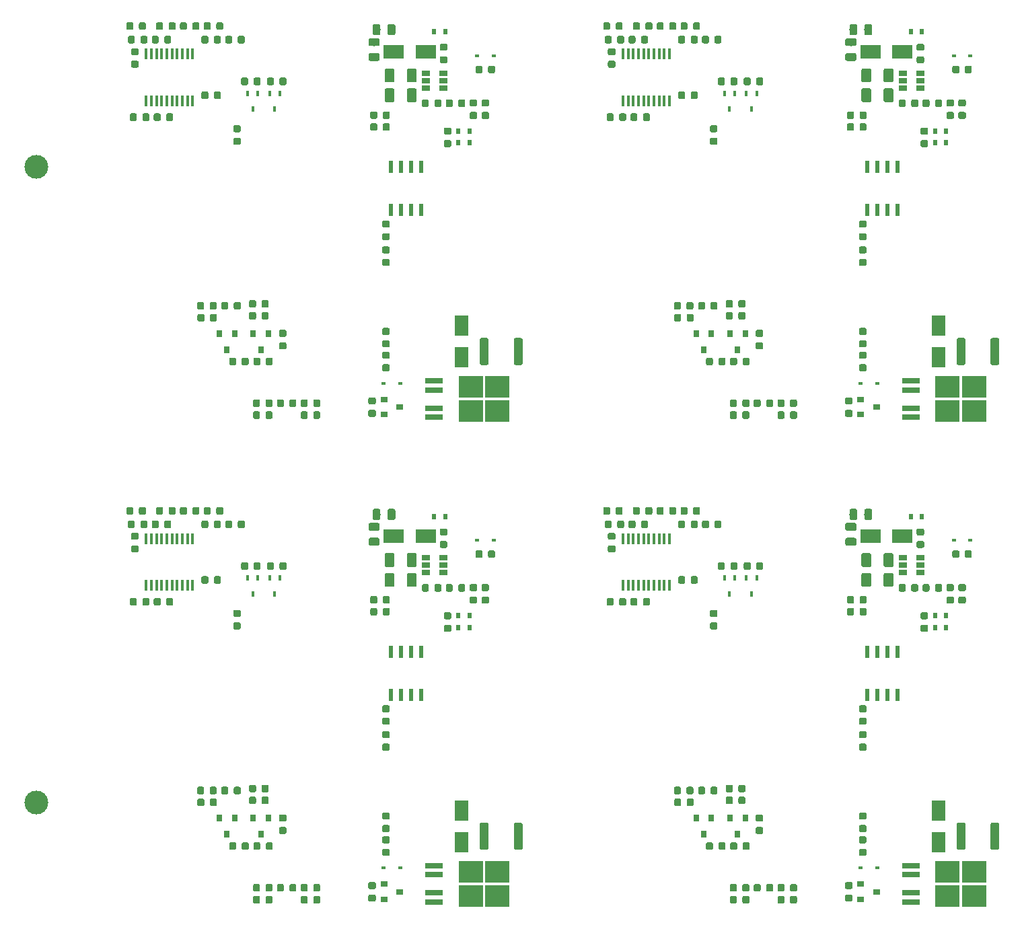
<source format=gbp>
G04 #@! TF.GenerationSoftware,KiCad,Pcbnew,5.1.0*
G04 #@! TF.CreationDate,2019-04-11T17:34:40+02:00*
G04 #@! TF.ProjectId,output.KXKM_battery_module_PANEL,6f757470-7574-42e4-9b58-4b4d5f626174,2.0*
G04 #@! TF.SameCoordinates,PX623a7c0PY839b680*
G04 #@! TF.FileFunction,Paste,Bot*
G04 #@! TF.FilePolarity,Positive*
%FSLAX46Y46*%
G04 Gerber Fmt 4.6, Leading zero omitted, Abs format (unit mm)*
G04 Created by KiCad (PCBNEW 5.1.0) date 2019-04-11 17:34:40*
%MOMM*%
%LPD*%
G04 APERTURE LIST*
%ADD10C,0.100000*%
%ADD11C,0.875000*%
%ADD12R,0.600000X0.700000*%
%ADD13C,0.975000*%
%ADD14R,0.900000X0.800000*%
%ADD15R,0.600000X0.450000*%
%ADD16R,1.060000X0.650000*%
%ADD17R,0.800000X0.900000*%
%ADD18R,0.450000X0.700000*%
%ADD19R,0.600000X1.550000*%
%ADD20C,1.125000*%
%ADD21R,3.050000X2.750000*%
%ADD22R,2.200000X0.800000*%
%ADD23R,2.500000X1.800000*%
%ADD24R,1.800000X2.500000*%
%ADD25C,1.250000*%
%ADD26R,0.450000X1.450000*%
%ADD27C,3.000000*%
G04 APERTURE END LIST*
D10*
G36*
X11027691Y101473947D02*
G01*
X11048926Y101470797D01*
X11069750Y101465581D01*
X11089962Y101458349D01*
X11109368Y101449170D01*
X11127781Y101438134D01*
X11145024Y101425346D01*
X11160930Y101410930D01*
X11175346Y101395024D01*
X11188134Y101377781D01*
X11199170Y101359368D01*
X11208349Y101339962D01*
X11215581Y101319750D01*
X11220797Y101298926D01*
X11223947Y101277691D01*
X11225000Y101256250D01*
X11225000Y100743750D01*
X11223947Y100722309D01*
X11220797Y100701074D01*
X11215581Y100680250D01*
X11208349Y100660038D01*
X11199170Y100640632D01*
X11188134Y100622219D01*
X11175346Y100604976D01*
X11160930Y100589070D01*
X11145024Y100574654D01*
X11127781Y100561866D01*
X11109368Y100550830D01*
X11089962Y100541651D01*
X11069750Y100534419D01*
X11048926Y100529203D01*
X11027691Y100526053D01*
X11006250Y100525000D01*
X10568750Y100525000D01*
X10547309Y100526053D01*
X10526074Y100529203D01*
X10505250Y100534419D01*
X10485038Y100541651D01*
X10465632Y100550830D01*
X10447219Y100561866D01*
X10429976Y100574654D01*
X10414070Y100589070D01*
X10399654Y100604976D01*
X10386866Y100622219D01*
X10375830Y100640632D01*
X10366651Y100660038D01*
X10359419Y100680250D01*
X10354203Y100701074D01*
X10351053Y100722309D01*
X10350000Y100743750D01*
X10350000Y101256250D01*
X10351053Y101277691D01*
X10354203Y101298926D01*
X10359419Y101319750D01*
X10366651Y101339962D01*
X10375830Y101359368D01*
X10386866Y101377781D01*
X10399654Y101395024D01*
X10414070Y101410930D01*
X10429976Y101425346D01*
X10447219Y101438134D01*
X10465632Y101449170D01*
X10485038Y101458349D01*
X10505250Y101465581D01*
X10526074Y101470797D01*
X10547309Y101473947D01*
X10568750Y101475000D01*
X11006250Y101475000D01*
X11027691Y101473947D01*
X11027691Y101473947D01*
G37*
D11*
X10787500Y101000000D03*
D10*
G36*
X9452691Y101473947D02*
G01*
X9473926Y101470797D01*
X9494750Y101465581D01*
X9514962Y101458349D01*
X9534368Y101449170D01*
X9552781Y101438134D01*
X9570024Y101425346D01*
X9585930Y101410930D01*
X9600346Y101395024D01*
X9613134Y101377781D01*
X9624170Y101359368D01*
X9633349Y101339962D01*
X9640581Y101319750D01*
X9645797Y101298926D01*
X9648947Y101277691D01*
X9650000Y101256250D01*
X9650000Y100743750D01*
X9648947Y100722309D01*
X9645797Y100701074D01*
X9640581Y100680250D01*
X9633349Y100660038D01*
X9624170Y100640632D01*
X9613134Y100622219D01*
X9600346Y100604976D01*
X9585930Y100589070D01*
X9570024Y100574654D01*
X9552781Y100561866D01*
X9534368Y100550830D01*
X9514962Y100541651D01*
X9494750Y100534419D01*
X9473926Y100529203D01*
X9452691Y100526053D01*
X9431250Y100525000D01*
X8993750Y100525000D01*
X8972309Y100526053D01*
X8951074Y100529203D01*
X8930250Y100534419D01*
X8910038Y100541651D01*
X8890632Y100550830D01*
X8872219Y100561866D01*
X8854976Y100574654D01*
X8839070Y100589070D01*
X8824654Y100604976D01*
X8811866Y100622219D01*
X8800830Y100640632D01*
X8791651Y100660038D01*
X8784419Y100680250D01*
X8779203Y100701074D01*
X8776053Y100722309D01*
X8775000Y100743750D01*
X8775000Y101256250D01*
X8776053Y101277691D01*
X8779203Y101298926D01*
X8784419Y101319750D01*
X8791651Y101339962D01*
X8800830Y101359368D01*
X8811866Y101377781D01*
X8824654Y101395024D01*
X8839070Y101410930D01*
X8854976Y101425346D01*
X8872219Y101438134D01*
X8890632Y101449170D01*
X8910038Y101458349D01*
X8930250Y101465581D01*
X8951074Y101470797D01*
X8972309Y101473947D01*
X8993750Y101475000D01*
X9431250Y101475000D01*
X9452691Y101473947D01*
X9452691Y101473947D01*
G37*
D11*
X9212500Y101000000D03*
D10*
G36*
X29277691Y78223947D02*
G01*
X29298926Y78220797D01*
X29319750Y78215581D01*
X29339962Y78208349D01*
X29359368Y78199170D01*
X29377781Y78188134D01*
X29395024Y78175346D01*
X29410930Y78160930D01*
X29425346Y78145024D01*
X29438134Y78127781D01*
X29449170Y78109368D01*
X29458349Y78089962D01*
X29465581Y78069750D01*
X29470797Y78048926D01*
X29473947Y78027691D01*
X29475000Y78006250D01*
X29475000Y77568750D01*
X29473947Y77547309D01*
X29470797Y77526074D01*
X29465581Y77505250D01*
X29458349Y77485038D01*
X29449170Y77465632D01*
X29438134Y77447219D01*
X29425346Y77429976D01*
X29410930Y77414070D01*
X29395024Y77399654D01*
X29377781Y77386866D01*
X29359368Y77375830D01*
X29339962Y77366651D01*
X29319750Y77359419D01*
X29298926Y77354203D01*
X29277691Y77351053D01*
X29256250Y77350000D01*
X28743750Y77350000D01*
X28722309Y77351053D01*
X28701074Y77354203D01*
X28680250Y77359419D01*
X28660038Y77366651D01*
X28640632Y77375830D01*
X28622219Y77386866D01*
X28604976Y77399654D01*
X28589070Y77414070D01*
X28574654Y77429976D01*
X28561866Y77447219D01*
X28550830Y77465632D01*
X28541651Y77485038D01*
X28534419Y77505250D01*
X28529203Y77526074D01*
X28526053Y77547309D01*
X28525000Y77568750D01*
X28525000Y78006250D01*
X28526053Y78027691D01*
X28529203Y78048926D01*
X28534419Y78069750D01*
X28541651Y78089962D01*
X28550830Y78109368D01*
X28561866Y78127781D01*
X28574654Y78145024D01*
X28589070Y78160930D01*
X28604976Y78175346D01*
X28622219Y78188134D01*
X28640632Y78199170D01*
X28660038Y78208349D01*
X28680250Y78215581D01*
X28701074Y78220797D01*
X28722309Y78223947D01*
X28743750Y78225000D01*
X29256250Y78225000D01*
X29277691Y78223947D01*
X29277691Y78223947D01*
G37*
D11*
X29000000Y77787500D03*
D10*
G36*
X29277691Y76648947D02*
G01*
X29298926Y76645797D01*
X29319750Y76640581D01*
X29339962Y76633349D01*
X29359368Y76624170D01*
X29377781Y76613134D01*
X29395024Y76600346D01*
X29410930Y76585930D01*
X29425346Y76570024D01*
X29438134Y76552781D01*
X29449170Y76534368D01*
X29458349Y76514962D01*
X29465581Y76494750D01*
X29470797Y76473926D01*
X29473947Y76452691D01*
X29475000Y76431250D01*
X29475000Y75993750D01*
X29473947Y75972309D01*
X29470797Y75951074D01*
X29465581Y75930250D01*
X29458349Y75910038D01*
X29449170Y75890632D01*
X29438134Y75872219D01*
X29425346Y75854976D01*
X29410930Y75839070D01*
X29395024Y75824654D01*
X29377781Y75811866D01*
X29359368Y75800830D01*
X29339962Y75791651D01*
X29319750Y75784419D01*
X29298926Y75779203D01*
X29277691Y75776053D01*
X29256250Y75775000D01*
X28743750Y75775000D01*
X28722309Y75776053D01*
X28701074Y75779203D01*
X28680250Y75784419D01*
X28660038Y75791651D01*
X28640632Y75800830D01*
X28622219Y75811866D01*
X28604976Y75824654D01*
X28589070Y75839070D01*
X28574654Y75854976D01*
X28561866Y75872219D01*
X28550830Y75890632D01*
X28541651Y75910038D01*
X28534419Y75930250D01*
X28529203Y75951074D01*
X28526053Y75972309D01*
X28525000Y75993750D01*
X28525000Y76431250D01*
X28526053Y76452691D01*
X28529203Y76473926D01*
X28534419Y76494750D01*
X28541651Y76514962D01*
X28550830Y76534368D01*
X28561866Y76552781D01*
X28574654Y76570024D01*
X28589070Y76585930D01*
X28604976Y76600346D01*
X28622219Y76613134D01*
X28640632Y76624170D01*
X28660038Y76633349D01*
X28680250Y76640581D01*
X28701074Y76645797D01*
X28722309Y76648947D01*
X28743750Y76650000D01*
X29256250Y76650000D01*
X29277691Y76648947D01*
X29277691Y76648947D01*
G37*
D11*
X29000000Y76212500D03*
D10*
G36*
X8027691Y94473947D02*
G01*
X8048926Y94470797D01*
X8069750Y94465581D01*
X8089962Y94458349D01*
X8109368Y94449170D01*
X8127781Y94438134D01*
X8145024Y94425346D01*
X8160930Y94410930D01*
X8175346Y94395024D01*
X8188134Y94377781D01*
X8199170Y94359368D01*
X8208349Y94339962D01*
X8215581Y94319750D01*
X8220797Y94298926D01*
X8223947Y94277691D01*
X8225000Y94256250D01*
X8225000Y93743750D01*
X8223947Y93722309D01*
X8220797Y93701074D01*
X8215581Y93680250D01*
X8208349Y93660038D01*
X8199170Y93640632D01*
X8188134Y93622219D01*
X8175346Y93604976D01*
X8160930Y93589070D01*
X8145024Y93574654D01*
X8127781Y93561866D01*
X8109368Y93550830D01*
X8089962Y93541651D01*
X8069750Y93534419D01*
X8048926Y93529203D01*
X8027691Y93526053D01*
X8006250Y93525000D01*
X7568750Y93525000D01*
X7547309Y93526053D01*
X7526074Y93529203D01*
X7505250Y93534419D01*
X7485038Y93541651D01*
X7465632Y93550830D01*
X7447219Y93561866D01*
X7429976Y93574654D01*
X7414070Y93589070D01*
X7399654Y93604976D01*
X7386866Y93622219D01*
X7375830Y93640632D01*
X7366651Y93660038D01*
X7359419Y93680250D01*
X7354203Y93701074D01*
X7351053Y93722309D01*
X7350000Y93743750D01*
X7350000Y94256250D01*
X7351053Y94277691D01*
X7354203Y94298926D01*
X7359419Y94319750D01*
X7366651Y94339962D01*
X7375830Y94359368D01*
X7386866Y94377781D01*
X7399654Y94395024D01*
X7414070Y94410930D01*
X7429976Y94425346D01*
X7447219Y94438134D01*
X7465632Y94449170D01*
X7485038Y94458349D01*
X7505250Y94465581D01*
X7526074Y94470797D01*
X7547309Y94473947D01*
X7568750Y94475000D01*
X8006250Y94475000D01*
X8027691Y94473947D01*
X8027691Y94473947D01*
G37*
D11*
X7787500Y94000000D03*
D10*
G36*
X6452691Y94473947D02*
G01*
X6473926Y94470797D01*
X6494750Y94465581D01*
X6514962Y94458349D01*
X6534368Y94449170D01*
X6552781Y94438134D01*
X6570024Y94425346D01*
X6585930Y94410930D01*
X6600346Y94395024D01*
X6613134Y94377781D01*
X6624170Y94359368D01*
X6633349Y94339962D01*
X6640581Y94319750D01*
X6645797Y94298926D01*
X6648947Y94277691D01*
X6650000Y94256250D01*
X6650000Y93743750D01*
X6648947Y93722309D01*
X6645797Y93701074D01*
X6640581Y93680250D01*
X6633349Y93660038D01*
X6624170Y93640632D01*
X6613134Y93622219D01*
X6600346Y93604976D01*
X6585930Y93589070D01*
X6570024Y93574654D01*
X6552781Y93561866D01*
X6534368Y93550830D01*
X6514962Y93541651D01*
X6494750Y93534419D01*
X6473926Y93529203D01*
X6452691Y93526053D01*
X6431250Y93525000D01*
X5993750Y93525000D01*
X5972309Y93526053D01*
X5951074Y93529203D01*
X5930250Y93534419D01*
X5910038Y93541651D01*
X5890632Y93550830D01*
X5872219Y93561866D01*
X5854976Y93574654D01*
X5839070Y93589070D01*
X5824654Y93604976D01*
X5811866Y93622219D01*
X5800830Y93640632D01*
X5791651Y93660038D01*
X5784419Y93680250D01*
X5779203Y93701074D01*
X5776053Y93722309D01*
X5775000Y93743750D01*
X5775000Y94256250D01*
X5776053Y94277691D01*
X5779203Y94298926D01*
X5784419Y94319750D01*
X5791651Y94339962D01*
X5800830Y94359368D01*
X5811866Y94377781D01*
X5824654Y94395024D01*
X5839070Y94410930D01*
X5854976Y94425346D01*
X5872219Y94438134D01*
X5890632Y94449170D01*
X5910038Y94458349D01*
X5930250Y94465581D01*
X5951074Y94470797D01*
X5972309Y94473947D01*
X5993750Y94475000D01*
X6431250Y94475000D01*
X6452691Y94473947D01*
X6452691Y94473947D01*
G37*
D11*
X6212500Y94000000D03*
D12*
X36450000Y102000000D03*
X35050000Y102000000D03*
D10*
G36*
X752691Y103173947D02*
G01*
X773926Y103170797D01*
X794750Y103165581D01*
X814962Y103158349D01*
X834368Y103149170D01*
X852781Y103138134D01*
X870024Y103125346D01*
X885930Y103110930D01*
X900346Y103095024D01*
X913134Y103077781D01*
X924170Y103059368D01*
X933349Y103039962D01*
X940581Y103019750D01*
X945797Y102998926D01*
X948947Y102977691D01*
X950000Y102956250D01*
X950000Y102443750D01*
X948947Y102422309D01*
X945797Y102401074D01*
X940581Y102380250D01*
X933349Y102360038D01*
X924170Y102340632D01*
X913134Y102322219D01*
X900346Y102304976D01*
X885930Y102289070D01*
X870024Y102274654D01*
X852781Y102261866D01*
X834368Y102250830D01*
X814962Y102241651D01*
X794750Y102234419D01*
X773926Y102229203D01*
X752691Y102226053D01*
X731250Y102225000D01*
X293750Y102225000D01*
X272309Y102226053D01*
X251074Y102229203D01*
X230250Y102234419D01*
X210038Y102241651D01*
X190632Y102250830D01*
X172219Y102261866D01*
X154976Y102274654D01*
X139070Y102289070D01*
X124654Y102304976D01*
X111866Y102322219D01*
X100830Y102340632D01*
X91651Y102360038D01*
X84419Y102380250D01*
X79203Y102401074D01*
X76053Y102422309D01*
X75000Y102443750D01*
X75000Y102956250D01*
X76053Y102977691D01*
X79203Y102998926D01*
X84419Y103019750D01*
X91651Y103039962D01*
X100830Y103059368D01*
X111866Y103077781D01*
X124654Y103095024D01*
X139070Y103110930D01*
X154976Y103125346D01*
X172219Y103138134D01*
X190632Y103149170D01*
X210038Y103158349D01*
X230250Y103165581D01*
X251074Y103170797D01*
X272309Y103173947D01*
X293750Y103175000D01*
X731250Y103175000D01*
X752691Y103173947D01*
X752691Y103173947D01*
G37*
D11*
X512500Y102700000D03*
D10*
G36*
X2327691Y103173947D02*
G01*
X2348926Y103170797D01*
X2369750Y103165581D01*
X2389962Y103158349D01*
X2409368Y103149170D01*
X2427781Y103138134D01*
X2445024Y103125346D01*
X2460930Y103110930D01*
X2475346Y103095024D01*
X2488134Y103077781D01*
X2499170Y103059368D01*
X2508349Y103039962D01*
X2515581Y103019750D01*
X2520797Y102998926D01*
X2523947Y102977691D01*
X2525000Y102956250D01*
X2525000Y102443750D01*
X2523947Y102422309D01*
X2520797Y102401074D01*
X2515581Y102380250D01*
X2508349Y102360038D01*
X2499170Y102340632D01*
X2488134Y102322219D01*
X2475346Y102304976D01*
X2460930Y102289070D01*
X2445024Y102274654D01*
X2427781Y102261866D01*
X2409368Y102250830D01*
X2389962Y102241651D01*
X2369750Y102234419D01*
X2348926Y102229203D01*
X2327691Y102226053D01*
X2306250Y102225000D01*
X1868750Y102225000D01*
X1847309Y102226053D01*
X1826074Y102229203D01*
X1805250Y102234419D01*
X1785038Y102241651D01*
X1765632Y102250830D01*
X1747219Y102261866D01*
X1729976Y102274654D01*
X1714070Y102289070D01*
X1699654Y102304976D01*
X1686866Y102322219D01*
X1675830Y102340632D01*
X1666651Y102360038D01*
X1659419Y102380250D01*
X1654203Y102401074D01*
X1651053Y102422309D01*
X1650000Y102443750D01*
X1650000Y102956250D01*
X1651053Y102977691D01*
X1654203Y102998926D01*
X1659419Y103019750D01*
X1666651Y103039962D01*
X1675830Y103059368D01*
X1686866Y103077781D01*
X1699654Y103095024D01*
X1714070Y103110930D01*
X1729976Y103125346D01*
X1747219Y103138134D01*
X1765632Y103149170D01*
X1785038Y103158349D01*
X1805250Y103165581D01*
X1826074Y103170797D01*
X1847309Y103173947D01*
X1868750Y103175000D01*
X2306250Y103175000D01*
X2327691Y103173947D01*
X2327691Y103173947D01*
G37*
D11*
X2087500Y102700000D03*
D10*
G36*
X16277691Y62898947D02*
G01*
X16298926Y62895797D01*
X16319750Y62890581D01*
X16339962Y62883349D01*
X16359368Y62874170D01*
X16377781Y62863134D01*
X16395024Y62850346D01*
X16410930Y62835930D01*
X16425346Y62820024D01*
X16438134Y62802781D01*
X16449170Y62784368D01*
X16458349Y62764962D01*
X16465581Y62744750D01*
X16470797Y62723926D01*
X16473947Y62702691D01*
X16475000Y62681250D01*
X16475000Y62243750D01*
X16473947Y62222309D01*
X16470797Y62201074D01*
X16465581Y62180250D01*
X16458349Y62160038D01*
X16449170Y62140632D01*
X16438134Y62122219D01*
X16425346Y62104976D01*
X16410930Y62089070D01*
X16395024Y62074654D01*
X16377781Y62061866D01*
X16359368Y62050830D01*
X16339962Y62041651D01*
X16319750Y62034419D01*
X16298926Y62029203D01*
X16277691Y62026053D01*
X16256250Y62025000D01*
X15743750Y62025000D01*
X15722309Y62026053D01*
X15701074Y62029203D01*
X15680250Y62034419D01*
X15660038Y62041651D01*
X15640632Y62050830D01*
X15622219Y62061866D01*
X15604976Y62074654D01*
X15589070Y62089070D01*
X15574654Y62104976D01*
X15561866Y62122219D01*
X15550830Y62140632D01*
X15541651Y62160038D01*
X15534419Y62180250D01*
X15529203Y62201074D01*
X15526053Y62222309D01*
X15525000Y62243750D01*
X15525000Y62681250D01*
X15526053Y62702691D01*
X15529203Y62723926D01*
X15534419Y62744750D01*
X15541651Y62764962D01*
X15550830Y62784368D01*
X15561866Y62802781D01*
X15574654Y62820024D01*
X15589070Y62835930D01*
X15604976Y62850346D01*
X15622219Y62863134D01*
X15640632Y62874170D01*
X15660038Y62883349D01*
X15680250Y62890581D01*
X15701074Y62895797D01*
X15722309Y62898947D01*
X15743750Y62900000D01*
X16256250Y62900000D01*
X16277691Y62898947D01*
X16277691Y62898947D01*
G37*
D11*
X16000000Y62462500D03*
D10*
G36*
X16277691Y64473947D02*
G01*
X16298926Y64470797D01*
X16319750Y64465581D01*
X16339962Y64458349D01*
X16359368Y64449170D01*
X16377781Y64438134D01*
X16395024Y64425346D01*
X16410930Y64410930D01*
X16425346Y64395024D01*
X16438134Y64377781D01*
X16449170Y64359368D01*
X16458349Y64339962D01*
X16465581Y64319750D01*
X16470797Y64298926D01*
X16473947Y64277691D01*
X16475000Y64256250D01*
X16475000Y63818750D01*
X16473947Y63797309D01*
X16470797Y63776074D01*
X16465581Y63755250D01*
X16458349Y63735038D01*
X16449170Y63715632D01*
X16438134Y63697219D01*
X16425346Y63679976D01*
X16410930Y63664070D01*
X16395024Y63649654D01*
X16377781Y63636866D01*
X16359368Y63625830D01*
X16339962Y63616651D01*
X16319750Y63609419D01*
X16298926Y63604203D01*
X16277691Y63601053D01*
X16256250Y63600000D01*
X15743750Y63600000D01*
X15722309Y63601053D01*
X15701074Y63604203D01*
X15680250Y63609419D01*
X15660038Y63616651D01*
X15640632Y63625830D01*
X15622219Y63636866D01*
X15604976Y63649654D01*
X15589070Y63664070D01*
X15574654Y63679976D01*
X15561866Y63697219D01*
X15550830Y63715632D01*
X15541651Y63735038D01*
X15534419Y63755250D01*
X15529203Y63776074D01*
X15526053Y63797309D01*
X15525000Y63818750D01*
X15525000Y64256250D01*
X15526053Y64277691D01*
X15529203Y64298926D01*
X15534419Y64319750D01*
X15541651Y64339962D01*
X15550830Y64359368D01*
X15561866Y64377781D01*
X15574654Y64395024D01*
X15589070Y64410930D01*
X15604976Y64425346D01*
X15622219Y64438134D01*
X15640632Y64449170D01*
X15660038Y64458349D01*
X15680250Y64465581D01*
X15701074Y64470797D01*
X15722309Y64473947D01*
X15743750Y64475000D01*
X16256250Y64475000D01*
X16277691Y64473947D01*
X16277691Y64473947D01*
G37*
D11*
X16000000Y64037500D03*
D10*
G36*
X20527691Y55723947D02*
G01*
X20548926Y55720797D01*
X20569750Y55715581D01*
X20589962Y55708349D01*
X20609368Y55699170D01*
X20627781Y55688134D01*
X20645024Y55675346D01*
X20660930Y55660930D01*
X20675346Y55645024D01*
X20688134Y55627781D01*
X20699170Y55609368D01*
X20708349Y55589962D01*
X20715581Y55569750D01*
X20720797Y55548926D01*
X20723947Y55527691D01*
X20725000Y55506250D01*
X20725000Y54993750D01*
X20723947Y54972309D01*
X20720797Y54951074D01*
X20715581Y54930250D01*
X20708349Y54910038D01*
X20699170Y54890632D01*
X20688134Y54872219D01*
X20675346Y54854976D01*
X20660930Y54839070D01*
X20645024Y54824654D01*
X20627781Y54811866D01*
X20609368Y54800830D01*
X20589962Y54791651D01*
X20569750Y54784419D01*
X20548926Y54779203D01*
X20527691Y54776053D01*
X20506250Y54775000D01*
X20068750Y54775000D01*
X20047309Y54776053D01*
X20026074Y54779203D01*
X20005250Y54784419D01*
X19985038Y54791651D01*
X19965632Y54800830D01*
X19947219Y54811866D01*
X19929976Y54824654D01*
X19914070Y54839070D01*
X19899654Y54854976D01*
X19886866Y54872219D01*
X19875830Y54890632D01*
X19866651Y54910038D01*
X19859419Y54930250D01*
X19854203Y54951074D01*
X19851053Y54972309D01*
X19850000Y54993750D01*
X19850000Y55506250D01*
X19851053Y55527691D01*
X19854203Y55548926D01*
X19859419Y55569750D01*
X19866651Y55589962D01*
X19875830Y55609368D01*
X19886866Y55627781D01*
X19899654Y55645024D01*
X19914070Y55660930D01*
X19929976Y55675346D01*
X19947219Y55688134D01*
X19965632Y55699170D01*
X19985038Y55708349D01*
X20005250Y55715581D01*
X20026074Y55720797D01*
X20047309Y55723947D01*
X20068750Y55725000D01*
X20506250Y55725000D01*
X20527691Y55723947D01*
X20527691Y55723947D01*
G37*
D11*
X20287500Y55250000D03*
D10*
G36*
X18952691Y55723947D02*
G01*
X18973926Y55720797D01*
X18994750Y55715581D01*
X19014962Y55708349D01*
X19034368Y55699170D01*
X19052781Y55688134D01*
X19070024Y55675346D01*
X19085930Y55660930D01*
X19100346Y55645024D01*
X19113134Y55627781D01*
X19124170Y55609368D01*
X19133349Y55589962D01*
X19140581Y55569750D01*
X19145797Y55548926D01*
X19148947Y55527691D01*
X19150000Y55506250D01*
X19150000Y54993750D01*
X19148947Y54972309D01*
X19145797Y54951074D01*
X19140581Y54930250D01*
X19133349Y54910038D01*
X19124170Y54890632D01*
X19113134Y54872219D01*
X19100346Y54854976D01*
X19085930Y54839070D01*
X19070024Y54824654D01*
X19052781Y54811866D01*
X19034368Y54800830D01*
X19014962Y54791651D01*
X18994750Y54784419D01*
X18973926Y54779203D01*
X18952691Y54776053D01*
X18931250Y54775000D01*
X18493750Y54775000D01*
X18472309Y54776053D01*
X18451074Y54779203D01*
X18430250Y54784419D01*
X18410038Y54791651D01*
X18390632Y54800830D01*
X18372219Y54811866D01*
X18354976Y54824654D01*
X18339070Y54839070D01*
X18324654Y54854976D01*
X18311866Y54872219D01*
X18300830Y54890632D01*
X18291651Y54910038D01*
X18284419Y54930250D01*
X18279203Y54951074D01*
X18276053Y54972309D01*
X18275000Y54993750D01*
X18275000Y55506250D01*
X18276053Y55527691D01*
X18279203Y55548926D01*
X18284419Y55569750D01*
X18291651Y55589962D01*
X18300830Y55609368D01*
X18311866Y55627781D01*
X18324654Y55645024D01*
X18339070Y55660930D01*
X18354976Y55675346D01*
X18372219Y55688134D01*
X18390632Y55699170D01*
X18410038Y55708349D01*
X18430250Y55715581D01*
X18451074Y55720797D01*
X18472309Y55723947D01*
X18493750Y55725000D01*
X18931250Y55725000D01*
X18952691Y55723947D01*
X18952691Y55723947D01*
G37*
D11*
X18712500Y55250000D03*
D10*
G36*
X-2322309Y99923947D02*
G01*
X-2301074Y99920797D01*
X-2280250Y99915581D01*
X-2260038Y99908349D01*
X-2240632Y99899170D01*
X-2222219Y99888134D01*
X-2204976Y99875346D01*
X-2189070Y99860930D01*
X-2174654Y99845024D01*
X-2161866Y99827781D01*
X-2150830Y99809368D01*
X-2141651Y99789962D01*
X-2134419Y99769750D01*
X-2129203Y99748926D01*
X-2126053Y99727691D01*
X-2125000Y99706250D01*
X-2125000Y99268750D01*
X-2126053Y99247309D01*
X-2129203Y99226074D01*
X-2134419Y99205250D01*
X-2141651Y99185038D01*
X-2150830Y99165632D01*
X-2161866Y99147219D01*
X-2174654Y99129976D01*
X-2189070Y99114070D01*
X-2204976Y99099654D01*
X-2222219Y99086866D01*
X-2240632Y99075830D01*
X-2260038Y99066651D01*
X-2280250Y99059419D01*
X-2301074Y99054203D01*
X-2322309Y99051053D01*
X-2343750Y99050000D01*
X-2856250Y99050000D01*
X-2877691Y99051053D01*
X-2898926Y99054203D01*
X-2919750Y99059419D01*
X-2939962Y99066651D01*
X-2959368Y99075830D01*
X-2977781Y99086866D01*
X-2995024Y99099654D01*
X-3010930Y99114070D01*
X-3025346Y99129976D01*
X-3038134Y99147219D01*
X-3049170Y99165632D01*
X-3058349Y99185038D01*
X-3065581Y99205250D01*
X-3070797Y99226074D01*
X-3073947Y99247309D01*
X-3075000Y99268750D01*
X-3075000Y99706250D01*
X-3073947Y99727691D01*
X-3070797Y99748926D01*
X-3065581Y99769750D01*
X-3058349Y99789962D01*
X-3049170Y99809368D01*
X-3038134Y99827781D01*
X-3025346Y99845024D01*
X-3010930Y99860930D01*
X-2995024Y99875346D01*
X-2977781Y99888134D01*
X-2959368Y99899170D01*
X-2939962Y99908349D01*
X-2919750Y99915581D01*
X-2898926Y99920797D01*
X-2877691Y99923947D01*
X-2856250Y99925000D01*
X-2343750Y99925000D01*
X-2322309Y99923947D01*
X-2322309Y99923947D01*
G37*
D11*
X-2600000Y99487500D03*
D10*
G36*
X-2322309Y98348947D02*
G01*
X-2301074Y98345797D01*
X-2280250Y98340581D01*
X-2260038Y98333349D01*
X-2240632Y98324170D01*
X-2222219Y98313134D01*
X-2204976Y98300346D01*
X-2189070Y98285930D01*
X-2174654Y98270024D01*
X-2161866Y98252781D01*
X-2150830Y98234368D01*
X-2141651Y98214962D01*
X-2134419Y98194750D01*
X-2129203Y98173926D01*
X-2126053Y98152691D01*
X-2125000Y98131250D01*
X-2125000Y97693750D01*
X-2126053Y97672309D01*
X-2129203Y97651074D01*
X-2134419Y97630250D01*
X-2141651Y97610038D01*
X-2150830Y97590632D01*
X-2161866Y97572219D01*
X-2174654Y97554976D01*
X-2189070Y97539070D01*
X-2204976Y97524654D01*
X-2222219Y97511866D01*
X-2240632Y97500830D01*
X-2260038Y97491651D01*
X-2280250Y97484419D01*
X-2301074Y97479203D01*
X-2322309Y97476053D01*
X-2343750Y97475000D01*
X-2856250Y97475000D01*
X-2877691Y97476053D01*
X-2898926Y97479203D01*
X-2919750Y97484419D01*
X-2939962Y97491651D01*
X-2959368Y97500830D01*
X-2977781Y97511866D01*
X-2995024Y97524654D01*
X-3010930Y97539070D01*
X-3025346Y97554976D01*
X-3038134Y97572219D01*
X-3049170Y97590632D01*
X-3058349Y97610038D01*
X-3065581Y97630250D01*
X-3070797Y97651074D01*
X-3073947Y97672309D01*
X-3075000Y97693750D01*
X-3075000Y98131250D01*
X-3073947Y98152691D01*
X-3070797Y98173926D01*
X-3065581Y98194750D01*
X-3058349Y98214962D01*
X-3049170Y98234368D01*
X-3038134Y98252781D01*
X-3025346Y98270024D01*
X-3010930Y98285930D01*
X-2995024Y98300346D01*
X-2977781Y98313134D01*
X-2959368Y98324170D01*
X-2939962Y98333349D01*
X-2919750Y98340581D01*
X-2898926Y98345797D01*
X-2877691Y98348947D01*
X-2856250Y98350000D01*
X-2343750Y98350000D01*
X-2322309Y98348947D01*
X-2322309Y98348947D01*
G37*
D11*
X-2600000Y97912500D03*
D12*
X39500000Y88000000D03*
X38100000Y88000000D03*
D10*
G36*
X29955142Y102948826D02*
G01*
X29978803Y102945316D01*
X30002007Y102939504D01*
X30024529Y102931446D01*
X30046153Y102921218D01*
X30066670Y102908921D01*
X30085883Y102894671D01*
X30103607Y102878607D01*
X30119671Y102860883D01*
X30133921Y102841670D01*
X30146218Y102821153D01*
X30156446Y102799529D01*
X30164504Y102777007D01*
X30170316Y102753803D01*
X30173826Y102730142D01*
X30175000Y102706250D01*
X30175000Y101793750D01*
X30173826Y101769858D01*
X30170316Y101746197D01*
X30164504Y101722993D01*
X30156446Y101700471D01*
X30146218Y101678847D01*
X30133921Y101658330D01*
X30119671Y101639117D01*
X30103607Y101621393D01*
X30085883Y101605329D01*
X30066670Y101591079D01*
X30046153Y101578782D01*
X30024529Y101568554D01*
X30002007Y101560496D01*
X29978803Y101554684D01*
X29955142Y101551174D01*
X29931250Y101550000D01*
X29443750Y101550000D01*
X29419858Y101551174D01*
X29396197Y101554684D01*
X29372993Y101560496D01*
X29350471Y101568554D01*
X29328847Y101578782D01*
X29308330Y101591079D01*
X29289117Y101605329D01*
X29271393Y101621393D01*
X29255329Y101639117D01*
X29241079Y101658330D01*
X29228782Y101678847D01*
X29218554Y101700471D01*
X29210496Y101722993D01*
X29204684Y101746197D01*
X29201174Y101769858D01*
X29200000Y101793750D01*
X29200000Y102706250D01*
X29201174Y102730142D01*
X29204684Y102753803D01*
X29210496Y102777007D01*
X29218554Y102799529D01*
X29228782Y102821153D01*
X29241079Y102841670D01*
X29255329Y102860883D01*
X29271393Y102878607D01*
X29289117Y102894671D01*
X29308330Y102908921D01*
X29328847Y102921218D01*
X29350471Y102931446D01*
X29372993Y102939504D01*
X29396197Y102945316D01*
X29419858Y102948826D01*
X29443750Y102950000D01*
X29931250Y102950000D01*
X29955142Y102948826D01*
X29955142Y102948826D01*
G37*
D13*
X29687500Y102250000D03*
D10*
G36*
X28080142Y102948826D02*
G01*
X28103803Y102945316D01*
X28127007Y102939504D01*
X28149529Y102931446D01*
X28171153Y102921218D01*
X28191670Y102908921D01*
X28210883Y102894671D01*
X28228607Y102878607D01*
X28244671Y102860883D01*
X28258921Y102841670D01*
X28271218Y102821153D01*
X28281446Y102799529D01*
X28289504Y102777007D01*
X28295316Y102753803D01*
X28298826Y102730142D01*
X28300000Y102706250D01*
X28300000Y101793750D01*
X28298826Y101769858D01*
X28295316Y101746197D01*
X28289504Y101722993D01*
X28281446Y101700471D01*
X28271218Y101678847D01*
X28258921Y101658330D01*
X28244671Y101639117D01*
X28228607Y101621393D01*
X28210883Y101605329D01*
X28191670Y101591079D01*
X28171153Y101578782D01*
X28149529Y101568554D01*
X28127007Y101560496D01*
X28103803Y101554684D01*
X28080142Y101551174D01*
X28056250Y101550000D01*
X27568750Y101550000D01*
X27544858Y101551174D01*
X27521197Y101554684D01*
X27497993Y101560496D01*
X27475471Y101568554D01*
X27453847Y101578782D01*
X27433330Y101591079D01*
X27414117Y101605329D01*
X27396393Y101621393D01*
X27380329Y101639117D01*
X27366079Y101658330D01*
X27353782Y101678847D01*
X27343554Y101700471D01*
X27335496Y101722993D01*
X27329684Y101746197D01*
X27326174Y101769858D01*
X27325000Y101793750D01*
X27325000Y102706250D01*
X27326174Y102730142D01*
X27329684Y102753803D01*
X27335496Y102777007D01*
X27343554Y102799529D01*
X27353782Y102821153D01*
X27366079Y102841670D01*
X27380329Y102860883D01*
X27396393Y102878607D01*
X27414117Y102894671D01*
X27433330Y102908921D01*
X27453847Y102921218D01*
X27475471Y102931446D01*
X27497993Y102939504D01*
X27521197Y102945316D01*
X27544858Y102948826D01*
X27568750Y102950000D01*
X28056250Y102950000D01*
X28080142Y102948826D01*
X28080142Y102948826D01*
G37*
D13*
X27812500Y102250000D03*
D14*
X30750000Y54750000D03*
X28750000Y55700000D03*
X28750000Y53800000D03*
D10*
G36*
X40952691Y97723947D02*
G01*
X40973926Y97720797D01*
X40994750Y97715581D01*
X41014962Y97708349D01*
X41034368Y97699170D01*
X41052781Y97688134D01*
X41070024Y97675346D01*
X41085930Y97660930D01*
X41100346Y97645024D01*
X41113134Y97627781D01*
X41124170Y97609368D01*
X41133349Y97589962D01*
X41140581Y97569750D01*
X41145797Y97548926D01*
X41148947Y97527691D01*
X41150000Y97506250D01*
X41150000Y96993750D01*
X41148947Y96972309D01*
X41145797Y96951074D01*
X41140581Y96930250D01*
X41133349Y96910038D01*
X41124170Y96890632D01*
X41113134Y96872219D01*
X41100346Y96854976D01*
X41085930Y96839070D01*
X41070024Y96824654D01*
X41052781Y96811866D01*
X41034368Y96800830D01*
X41014962Y96791651D01*
X40994750Y96784419D01*
X40973926Y96779203D01*
X40952691Y96776053D01*
X40931250Y96775000D01*
X40493750Y96775000D01*
X40472309Y96776053D01*
X40451074Y96779203D01*
X40430250Y96784419D01*
X40410038Y96791651D01*
X40390632Y96800830D01*
X40372219Y96811866D01*
X40354976Y96824654D01*
X40339070Y96839070D01*
X40324654Y96854976D01*
X40311866Y96872219D01*
X40300830Y96890632D01*
X40291651Y96910038D01*
X40284419Y96930250D01*
X40279203Y96951074D01*
X40276053Y96972309D01*
X40275000Y96993750D01*
X40275000Y97506250D01*
X40276053Y97527691D01*
X40279203Y97548926D01*
X40284419Y97569750D01*
X40291651Y97589962D01*
X40300830Y97609368D01*
X40311866Y97627781D01*
X40324654Y97645024D01*
X40339070Y97660930D01*
X40354976Y97675346D01*
X40372219Y97688134D01*
X40390632Y97699170D01*
X40410038Y97708349D01*
X40430250Y97715581D01*
X40451074Y97720797D01*
X40472309Y97723947D01*
X40493750Y97725000D01*
X40931250Y97725000D01*
X40952691Y97723947D01*
X40952691Y97723947D01*
G37*
D11*
X40712500Y97250000D03*
D10*
G36*
X42527691Y97723947D02*
G01*
X42548926Y97720797D01*
X42569750Y97715581D01*
X42589962Y97708349D01*
X42609368Y97699170D01*
X42627781Y97688134D01*
X42645024Y97675346D01*
X42660930Y97660930D01*
X42675346Y97645024D01*
X42688134Y97627781D01*
X42699170Y97609368D01*
X42708349Y97589962D01*
X42715581Y97569750D01*
X42720797Y97548926D01*
X42723947Y97527691D01*
X42725000Y97506250D01*
X42725000Y96993750D01*
X42723947Y96972309D01*
X42720797Y96951074D01*
X42715581Y96930250D01*
X42708349Y96910038D01*
X42699170Y96890632D01*
X42688134Y96872219D01*
X42675346Y96854976D01*
X42660930Y96839070D01*
X42645024Y96824654D01*
X42627781Y96811866D01*
X42609368Y96800830D01*
X42589962Y96791651D01*
X42569750Y96784419D01*
X42548926Y96779203D01*
X42527691Y96776053D01*
X42506250Y96775000D01*
X42068750Y96775000D01*
X42047309Y96776053D01*
X42026074Y96779203D01*
X42005250Y96784419D01*
X41985038Y96791651D01*
X41965632Y96800830D01*
X41947219Y96811866D01*
X41929976Y96824654D01*
X41914070Y96839070D01*
X41899654Y96854976D01*
X41886866Y96872219D01*
X41875830Y96890632D01*
X41866651Y96910038D01*
X41859419Y96930250D01*
X41854203Y96951074D01*
X41851053Y96972309D01*
X41850000Y96993750D01*
X41850000Y97506250D01*
X41851053Y97527691D01*
X41854203Y97548926D01*
X41859419Y97569750D01*
X41866651Y97589962D01*
X41875830Y97609368D01*
X41886866Y97627781D01*
X41899654Y97645024D01*
X41914070Y97660930D01*
X41929976Y97675346D01*
X41947219Y97688134D01*
X41965632Y97699170D01*
X41985038Y97708349D01*
X42005250Y97715581D01*
X42026074Y97720797D01*
X42047309Y97723947D01*
X42068750Y97725000D01*
X42506250Y97725000D01*
X42527691Y97723947D01*
X42527691Y97723947D01*
G37*
D11*
X42287500Y97250000D03*
D15*
X30800000Y57750000D03*
X28700000Y57750000D03*
D10*
G36*
X38777691Y93473947D02*
G01*
X38798926Y93470797D01*
X38819750Y93465581D01*
X38839962Y93458349D01*
X38859368Y93449170D01*
X38877781Y93438134D01*
X38895024Y93425346D01*
X38910930Y93410930D01*
X38925346Y93395024D01*
X38938134Y93377781D01*
X38949170Y93359368D01*
X38958349Y93339962D01*
X38965581Y93319750D01*
X38970797Y93298926D01*
X38973947Y93277691D01*
X38975000Y93256250D01*
X38975000Y92743750D01*
X38973947Y92722309D01*
X38970797Y92701074D01*
X38965581Y92680250D01*
X38958349Y92660038D01*
X38949170Y92640632D01*
X38938134Y92622219D01*
X38925346Y92604976D01*
X38910930Y92589070D01*
X38895024Y92574654D01*
X38877781Y92561866D01*
X38859368Y92550830D01*
X38839962Y92541651D01*
X38819750Y92534419D01*
X38798926Y92529203D01*
X38777691Y92526053D01*
X38756250Y92525000D01*
X38318750Y92525000D01*
X38297309Y92526053D01*
X38276074Y92529203D01*
X38255250Y92534419D01*
X38235038Y92541651D01*
X38215632Y92550830D01*
X38197219Y92561866D01*
X38179976Y92574654D01*
X38164070Y92589070D01*
X38149654Y92604976D01*
X38136866Y92622219D01*
X38125830Y92640632D01*
X38116651Y92660038D01*
X38109419Y92680250D01*
X38104203Y92701074D01*
X38101053Y92722309D01*
X38100000Y92743750D01*
X38100000Y93256250D01*
X38101053Y93277691D01*
X38104203Y93298926D01*
X38109419Y93319750D01*
X38116651Y93339962D01*
X38125830Y93359368D01*
X38136866Y93377781D01*
X38149654Y93395024D01*
X38164070Y93410930D01*
X38179976Y93425346D01*
X38197219Y93438134D01*
X38215632Y93449170D01*
X38235038Y93458349D01*
X38255250Y93465581D01*
X38276074Y93470797D01*
X38297309Y93473947D01*
X38318750Y93475000D01*
X38756250Y93475000D01*
X38777691Y93473947D01*
X38777691Y93473947D01*
G37*
D11*
X38537500Y93000000D03*
D10*
G36*
X37202691Y93473947D02*
G01*
X37223926Y93470797D01*
X37244750Y93465581D01*
X37264962Y93458349D01*
X37284368Y93449170D01*
X37302781Y93438134D01*
X37320024Y93425346D01*
X37335930Y93410930D01*
X37350346Y93395024D01*
X37363134Y93377781D01*
X37374170Y93359368D01*
X37383349Y93339962D01*
X37390581Y93319750D01*
X37395797Y93298926D01*
X37398947Y93277691D01*
X37400000Y93256250D01*
X37400000Y92743750D01*
X37398947Y92722309D01*
X37395797Y92701074D01*
X37390581Y92680250D01*
X37383349Y92660038D01*
X37374170Y92640632D01*
X37363134Y92622219D01*
X37350346Y92604976D01*
X37335930Y92589070D01*
X37320024Y92574654D01*
X37302781Y92561866D01*
X37284368Y92550830D01*
X37264962Y92541651D01*
X37244750Y92534419D01*
X37223926Y92529203D01*
X37202691Y92526053D01*
X37181250Y92525000D01*
X36743750Y92525000D01*
X36722309Y92526053D01*
X36701074Y92529203D01*
X36680250Y92534419D01*
X36660038Y92541651D01*
X36640632Y92550830D01*
X36622219Y92561866D01*
X36604976Y92574654D01*
X36589070Y92589070D01*
X36574654Y92604976D01*
X36561866Y92622219D01*
X36550830Y92640632D01*
X36541651Y92660038D01*
X36534419Y92680250D01*
X36529203Y92701074D01*
X36526053Y92722309D01*
X36525000Y92743750D01*
X36525000Y93256250D01*
X36526053Y93277691D01*
X36529203Y93298926D01*
X36534419Y93319750D01*
X36541651Y93339962D01*
X36550830Y93359368D01*
X36561866Y93377781D01*
X36574654Y93395024D01*
X36589070Y93410930D01*
X36604976Y93425346D01*
X36622219Y93438134D01*
X36640632Y93449170D01*
X36660038Y93458349D01*
X36680250Y93465581D01*
X36701074Y93470797D01*
X36722309Y93473947D01*
X36743750Y93475000D01*
X37181250Y93475000D01*
X37202691Y93473947D01*
X37202691Y93473947D01*
G37*
D11*
X36962500Y93000000D03*
D15*
X42550000Y99000000D03*
X40450000Y99000000D03*
D10*
G36*
X8952691Y67973947D02*
G01*
X8973926Y67970797D01*
X8994750Y67965581D01*
X9014962Y67958349D01*
X9034368Y67949170D01*
X9052781Y67938134D01*
X9070024Y67925346D01*
X9085930Y67910930D01*
X9100346Y67895024D01*
X9113134Y67877781D01*
X9124170Y67859368D01*
X9133349Y67839962D01*
X9140581Y67819750D01*
X9145797Y67798926D01*
X9148947Y67777691D01*
X9150000Y67756250D01*
X9150000Y67243750D01*
X9148947Y67222309D01*
X9145797Y67201074D01*
X9140581Y67180250D01*
X9133349Y67160038D01*
X9124170Y67140632D01*
X9113134Y67122219D01*
X9100346Y67104976D01*
X9085930Y67089070D01*
X9070024Y67074654D01*
X9052781Y67061866D01*
X9034368Y67050830D01*
X9014962Y67041651D01*
X8994750Y67034419D01*
X8973926Y67029203D01*
X8952691Y67026053D01*
X8931250Y67025000D01*
X8493750Y67025000D01*
X8472309Y67026053D01*
X8451074Y67029203D01*
X8430250Y67034419D01*
X8410038Y67041651D01*
X8390632Y67050830D01*
X8372219Y67061866D01*
X8354976Y67074654D01*
X8339070Y67089070D01*
X8324654Y67104976D01*
X8311866Y67122219D01*
X8300830Y67140632D01*
X8291651Y67160038D01*
X8284419Y67180250D01*
X8279203Y67201074D01*
X8276053Y67222309D01*
X8275000Y67243750D01*
X8275000Y67756250D01*
X8276053Y67777691D01*
X8279203Y67798926D01*
X8284419Y67819750D01*
X8291651Y67839962D01*
X8300830Y67859368D01*
X8311866Y67877781D01*
X8324654Y67895024D01*
X8339070Y67910930D01*
X8354976Y67925346D01*
X8372219Y67938134D01*
X8390632Y67949170D01*
X8410038Y67958349D01*
X8430250Y67965581D01*
X8451074Y67970797D01*
X8472309Y67973947D01*
X8493750Y67975000D01*
X8931250Y67975000D01*
X8952691Y67973947D01*
X8952691Y67973947D01*
G37*
D11*
X8712500Y67500000D03*
D10*
G36*
X10527691Y67973947D02*
G01*
X10548926Y67970797D01*
X10569750Y67965581D01*
X10589962Y67958349D01*
X10609368Y67949170D01*
X10627781Y67938134D01*
X10645024Y67925346D01*
X10660930Y67910930D01*
X10675346Y67895024D01*
X10688134Y67877781D01*
X10699170Y67859368D01*
X10708349Y67839962D01*
X10715581Y67819750D01*
X10720797Y67798926D01*
X10723947Y67777691D01*
X10725000Y67756250D01*
X10725000Y67243750D01*
X10723947Y67222309D01*
X10720797Y67201074D01*
X10715581Y67180250D01*
X10708349Y67160038D01*
X10699170Y67140632D01*
X10688134Y67122219D01*
X10675346Y67104976D01*
X10660930Y67089070D01*
X10645024Y67074654D01*
X10627781Y67061866D01*
X10609368Y67050830D01*
X10589962Y67041651D01*
X10569750Y67034419D01*
X10548926Y67029203D01*
X10527691Y67026053D01*
X10506250Y67025000D01*
X10068750Y67025000D01*
X10047309Y67026053D01*
X10026074Y67029203D01*
X10005250Y67034419D01*
X9985038Y67041651D01*
X9965632Y67050830D01*
X9947219Y67061866D01*
X9929976Y67074654D01*
X9914070Y67089070D01*
X9899654Y67104976D01*
X9886866Y67122219D01*
X9875830Y67140632D01*
X9866651Y67160038D01*
X9859419Y67180250D01*
X9854203Y67201074D01*
X9851053Y67222309D01*
X9850000Y67243750D01*
X9850000Y67756250D01*
X9851053Y67777691D01*
X9854203Y67798926D01*
X9859419Y67819750D01*
X9866651Y67839962D01*
X9875830Y67859368D01*
X9886866Y67877781D01*
X9899654Y67895024D01*
X9914070Y67910930D01*
X9929976Y67925346D01*
X9947219Y67938134D01*
X9965632Y67949170D01*
X9985038Y67958349D01*
X10005250Y67965581D01*
X10026074Y67970797D01*
X10047309Y67973947D01*
X10068750Y67975000D01*
X10506250Y67975000D01*
X10527691Y67973947D01*
X10527691Y67973947D01*
G37*
D11*
X10287500Y67500000D03*
D10*
G36*
X36527691Y100473947D02*
G01*
X36548926Y100470797D01*
X36569750Y100465581D01*
X36589962Y100458349D01*
X36609368Y100449170D01*
X36627781Y100438134D01*
X36645024Y100425346D01*
X36660930Y100410930D01*
X36675346Y100395024D01*
X36688134Y100377781D01*
X36699170Y100359368D01*
X36708349Y100339962D01*
X36715581Y100319750D01*
X36720797Y100298926D01*
X36723947Y100277691D01*
X36725000Y100256250D01*
X36725000Y99818750D01*
X36723947Y99797309D01*
X36720797Y99776074D01*
X36715581Y99755250D01*
X36708349Y99735038D01*
X36699170Y99715632D01*
X36688134Y99697219D01*
X36675346Y99679976D01*
X36660930Y99664070D01*
X36645024Y99649654D01*
X36627781Y99636866D01*
X36609368Y99625830D01*
X36589962Y99616651D01*
X36569750Y99609419D01*
X36548926Y99604203D01*
X36527691Y99601053D01*
X36506250Y99600000D01*
X35993750Y99600000D01*
X35972309Y99601053D01*
X35951074Y99604203D01*
X35930250Y99609419D01*
X35910038Y99616651D01*
X35890632Y99625830D01*
X35872219Y99636866D01*
X35854976Y99649654D01*
X35839070Y99664070D01*
X35824654Y99679976D01*
X35811866Y99697219D01*
X35800830Y99715632D01*
X35791651Y99735038D01*
X35784419Y99755250D01*
X35779203Y99776074D01*
X35776053Y99797309D01*
X35775000Y99818750D01*
X35775000Y100256250D01*
X35776053Y100277691D01*
X35779203Y100298926D01*
X35784419Y100319750D01*
X35791651Y100339962D01*
X35800830Y100359368D01*
X35811866Y100377781D01*
X35824654Y100395024D01*
X35839070Y100410930D01*
X35854976Y100425346D01*
X35872219Y100438134D01*
X35890632Y100449170D01*
X35910038Y100458349D01*
X35930250Y100465581D01*
X35951074Y100470797D01*
X35972309Y100473947D01*
X35993750Y100475000D01*
X36506250Y100475000D01*
X36527691Y100473947D01*
X36527691Y100473947D01*
G37*
D11*
X36250000Y100037500D03*
D10*
G36*
X36527691Y98898947D02*
G01*
X36548926Y98895797D01*
X36569750Y98890581D01*
X36589962Y98883349D01*
X36609368Y98874170D01*
X36627781Y98863134D01*
X36645024Y98850346D01*
X36660930Y98835930D01*
X36675346Y98820024D01*
X36688134Y98802781D01*
X36699170Y98784368D01*
X36708349Y98764962D01*
X36715581Y98744750D01*
X36720797Y98723926D01*
X36723947Y98702691D01*
X36725000Y98681250D01*
X36725000Y98243750D01*
X36723947Y98222309D01*
X36720797Y98201074D01*
X36715581Y98180250D01*
X36708349Y98160038D01*
X36699170Y98140632D01*
X36688134Y98122219D01*
X36675346Y98104976D01*
X36660930Y98089070D01*
X36645024Y98074654D01*
X36627781Y98061866D01*
X36609368Y98050830D01*
X36589962Y98041651D01*
X36569750Y98034419D01*
X36548926Y98029203D01*
X36527691Y98026053D01*
X36506250Y98025000D01*
X35993750Y98025000D01*
X35972309Y98026053D01*
X35951074Y98029203D01*
X35930250Y98034419D01*
X35910038Y98041651D01*
X35890632Y98050830D01*
X35872219Y98061866D01*
X35854976Y98074654D01*
X35839070Y98089070D01*
X35824654Y98104976D01*
X35811866Y98122219D01*
X35800830Y98140632D01*
X35791651Y98160038D01*
X35784419Y98180250D01*
X35779203Y98201074D01*
X35776053Y98222309D01*
X35775000Y98243750D01*
X35775000Y98681250D01*
X35776053Y98702691D01*
X35779203Y98723926D01*
X35784419Y98744750D01*
X35791651Y98764962D01*
X35800830Y98784368D01*
X35811866Y98802781D01*
X35824654Y98820024D01*
X35839070Y98835930D01*
X35854976Y98850346D01*
X35872219Y98863134D01*
X35890632Y98874170D01*
X35910038Y98883349D01*
X35930250Y98890581D01*
X35951074Y98895797D01*
X35972309Y98898947D01*
X35993750Y98900000D01*
X36506250Y98900000D01*
X36527691Y98898947D01*
X36527691Y98898947D01*
G37*
D11*
X36250000Y98462500D03*
D10*
G36*
X6452691Y101473947D02*
G01*
X6473926Y101470797D01*
X6494750Y101465581D01*
X6514962Y101458349D01*
X6534368Y101449170D01*
X6552781Y101438134D01*
X6570024Y101425346D01*
X6585930Y101410930D01*
X6600346Y101395024D01*
X6613134Y101377781D01*
X6624170Y101359368D01*
X6633349Y101339962D01*
X6640581Y101319750D01*
X6645797Y101298926D01*
X6648947Y101277691D01*
X6650000Y101256250D01*
X6650000Y100743750D01*
X6648947Y100722309D01*
X6645797Y100701074D01*
X6640581Y100680250D01*
X6633349Y100660038D01*
X6624170Y100640632D01*
X6613134Y100622219D01*
X6600346Y100604976D01*
X6585930Y100589070D01*
X6570024Y100574654D01*
X6552781Y100561866D01*
X6534368Y100550830D01*
X6514962Y100541651D01*
X6494750Y100534419D01*
X6473926Y100529203D01*
X6452691Y100526053D01*
X6431250Y100525000D01*
X5993750Y100525000D01*
X5972309Y100526053D01*
X5951074Y100529203D01*
X5930250Y100534419D01*
X5910038Y100541651D01*
X5890632Y100550830D01*
X5872219Y100561866D01*
X5854976Y100574654D01*
X5839070Y100589070D01*
X5824654Y100604976D01*
X5811866Y100622219D01*
X5800830Y100640632D01*
X5791651Y100660038D01*
X5784419Y100680250D01*
X5779203Y100701074D01*
X5776053Y100722309D01*
X5775000Y100743750D01*
X5775000Y101256250D01*
X5776053Y101277691D01*
X5779203Y101298926D01*
X5784419Y101319750D01*
X5791651Y101339962D01*
X5800830Y101359368D01*
X5811866Y101377781D01*
X5824654Y101395024D01*
X5839070Y101410930D01*
X5854976Y101425346D01*
X5872219Y101438134D01*
X5890632Y101449170D01*
X5910038Y101458349D01*
X5930250Y101465581D01*
X5951074Y101470797D01*
X5972309Y101473947D01*
X5993750Y101475000D01*
X6431250Y101475000D01*
X6452691Y101473947D01*
X6452691Y101473947D01*
G37*
D11*
X6212500Y101000000D03*
D10*
G36*
X8027691Y101473947D02*
G01*
X8048926Y101470797D01*
X8069750Y101465581D01*
X8089962Y101458349D01*
X8109368Y101449170D01*
X8127781Y101438134D01*
X8145024Y101425346D01*
X8160930Y101410930D01*
X8175346Y101395024D01*
X8188134Y101377781D01*
X8199170Y101359368D01*
X8208349Y101339962D01*
X8215581Y101319750D01*
X8220797Y101298926D01*
X8223947Y101277691D01*
X8225000Y101256250D01*
X8225000Y100743750D01*
X8223947Y100722309D01*
X8220797Y100701074D01*
X8215581Y100680250D01*
X8208349Y100660038D01*
X8199170Y100640632D01*
X8188134Y100622219D01*
X8175346Y100604976D01*
X8160930Y100589070D01*
X8145024Y100574654D01*
X8127781Y100561866D01*
X8109368Y100550830D01*
X8089962Y100541651D01*
X8069750Y100534419D01*
X8048926Y100529203D01*
X8027691Y100526053D01*
X8006250Y100525000D01*
X7568750Y100525000D01*
X7547309Y100526053D01*
X7526074Y100529203D01*
X7505250Y100534419D01*
X7485038Y100541651D01*
X7465632Y100550830D01*
X7447219Y100561866D01*
X7429976Y100574654D01*
X7414070Y100589070D01*
X7399654Y100604976D01*
X7386866Y100622219D01*
X7375830Y100640632D01*
X7366651Y100660038D01*
X7359419Y100680250D01*
X7354203Y100701074D01*
X7351053Y100722309D01*
X7350000Y100743750D01*
X7350000Y101256250D01*
X7351053Y101277691D01*
X7354203Y101298926D01*
X7359419Y101319750D01*
X7366651Y101339962D01*
X7375830Y101359368D01*
X7386866Y101377781D01*
X7399654Y101395024D01*
X7414070Y101410930D01*
X7429976Y101425346D01*
X7447219Y101438134D01*
X7465632Y101449170D01*
X7485038Y101458349D01*
X7505250Y101465581D01*
X7526074Y101470797D01*
X7547309Y101473947D01*
X7568750Y101475000D01*
X8006250Y101475000D01*
X8027691Y101473947D01*
X8027691Y101473947D01*
G37*
D11*
X7787500Y101000000D03*
D10*
G36*
X6752691Y103173947D02*
G01*
X6773926Y103170797D01*
X6794750Y103165581D01*
X6814962Y103158349D01*
X6834368Y103149170D01*
X6852781Y103138134D01*
X6870024Y103125346D01*
X6885930Y103110930D01*
X6900346Y103095024D01*
X6913134Y103077781D01*
X6924170Y103059368D01*
X6933349Y103039962D01*
X6940581Y103019750D01*
X6945797Y102998926D01*
X6948947Y102977691D01*
X6950000Y102956250D01*
X6950000Y102443750D01*
X6948947Y102422309D01*
X6945797Y102401074D01*
X6940581Y102380250D01*
X6933349Y102360038D01*
X6924170Y102340632D01*
X6913134Y102322219D01*
X6900346Y102304976D01*
X6885930Y102289070D01*
X6870024Y102274654D01*
X6852781Y102261866D01*
X6834368Y102250830D01*
X6814962Y102241651D01*
X6794750Y102234419D01*
X6773926Y102229203D01*
X6752691Y102226053D01*
X6731250Y102225000D01*
X6293750Y102225000D01*
X6272309Y102226053D01*
X6251074Y102229203D01*
X6230250Y102234419D01*
X6210038Y102241651D01*
X6190632Y102250830D01*
X6172219Y102261866D01*
X6154976Y102274654D01*
X6139070Y102289070D01*
X6124654Y102304976D01*
X6111866Y102322219D01*
X6100830Y102340632D01*
X6091651Y102360038D01*
X6084419Y102380250D01*
X6079203Y102401074D01*
X6076053Y102422309D01*
X6075000Y102443750D01*
X6075000Y102956250D01*
X6076053Y102977691D01*
X6079203Y102998926D01*
X6084419Y103019750D01*
X6091651Y103039962D01*
X6100830Y103059368D01*
X6111866Y103077781D01*
X6124654Y103095024D01*
X6139070Y103110930D01*
X6154976Y103125346D01*
X6172219Y103138134D01*
X6190632Y103149170D01*
X6210038Y103158349D01*
X6230250Y103165581D01*
X6251074Y103170797D01*
X6272309Y103173947D01*
X6293750Y103175000D01*
X6731250Y103175000D01*
X6752691Y103173947D01*
X6752691Y103173947D01*
G37*
D11*
X6512500Y102700000D03*
D10*
G36*
X8327691Y103173947D02*
G01*
X8348926Y103170797D01*
X8369750Y103165581D01*
X8389962Y103158349D01*
X8409368Y103149170D01*
X8427781Y103138134D01*
X8445024Y103125346D01*
X8460930Y103110930D01*
X8475346Y103095024D01*
X8488134Y103077781D01*
X8499170Y103059368D01*
X8508349Y103039962D01*
X8515581Y103019750D01*
X8520797Y102998926D01*
X8523947Y102977691D01*
X8525000Y102956250D01*
X8525000Y102443750D01*
X8523947Y102422309D01*
X8520797Y102401074D01*
X8515581Y102380250D01*
X8508349Y102360038D01*
X8499170Y102340632D01*
X8488134Y102322219D01*
X8475346Y102304976D01*
X8460930Y102289070D01*
X8445024Y102274654D01*
X8427781Y102261866D01*
X8409368Y102250830D01*
X8389962Y102241651D01*
X8369750Y102234419D01*
X8348926Y102229203D01*
X8327691Y102226053D01*
X8306250Y102225000D01*
X7868750Y102225000D01*
X7847309Y102226053D01*
X7826074Y102229203D01*
X7805250Y102234419D01*
X7785038Y102241651D01*
X7765632Y102250830D01*
X7747219Y102261866D01*
X7729976Y102274654D01*
X7714070Y102289070D01*
X7699654Y102304976D01*
X7686866Y102322219D01*
X7675830Y102340632D01*
X7666651Y102360038D01*
X7659419Y102380250D01*
X7654203Y102401074D01*
X7651053Y102422309D01*
X7650000Y102443750D01*
X7650000Y102956250D01*
X7651053Y102977691D01*
X7654203Y102998926D01*
X7659419Y103019750D01*
X7666651Y103039962D01*
X7675830Y103059368D01*
X7686866Y103077781D01*
X7699654Y103095024D01*
X7714070Y103110930D01*
X7729976Y103125346D01*
X7747219Y103138134D01*
X7765632Y103149170D01*
X7785038Y103158349D01*
X7805250Y103165581D01*
X7826074Y103170797D01*
X7847309Y103173947D01*
X7868750Y103175000D01*
X8306250Y103175000D01*
X8327691Y103173947D01*
X8327691Y103173947D01*
G37*
D11*
X8087500Y102700000D03*
D16*
X36250000Y96800000D03*
X36250000Y95850000D03*
X36250000Y94900000D03*
X34050000Y94900000D03*
X34050000Y96800000D03*
X34050000Y95850000D03*
D17*
X8050000Y64000000D03*
X9950000Y64000000D03*
X9000000Y62000000D03*
D10*
G36*
X27702691Y91973947D02*
G01*
X27723926Y91970797D01*
X27744750Y91965581D01*
X27764962Y91958349D01*
X27784368Y91949170D01*
X27802781Y91938134D01*
X27820024Y91925346D01*
X27835930Y91910930D01*
X27850346Y91895024D01*
X27863134Y91877781D01*
X27874170Y91859368D01*
X27883349Y91839962D01*
X27890581Y91819750D01*
X27895797Y91798926D01*
X27898947Y91777691D01*
X27900000Y91756250D01*
X27900000Y91243750D01*
X27898947Y91222309D01*
X27895797Y91201074D01*
X27890581Y91180250D01*
X27883349Y91160038D01*
X27874170Y91140632D01*
X27863134Y91122219D01*
X27850346Y91104976D01*
X27835930Y91089070D01*
X27820024Y91074654D01*
X27802781Y91061866D01*
X27784368Y91050830D01*
X27764962Y91041651D01*
X27744750Y91034419D01*
X27723926Y91029203D01*
X27702691Y91026053D01*
X27681250Y91025000D01*
X27243750Y91025000D01*
X27222309Y91026053D01*
X27201074Y91029203D01*
X27180250Y91034419D01*
X27160038Y91041651D01*
X27140632Y91050830D01*
X27122219Y91061866D01*
X27104976Y91074654D01*
X27089070Y91089070D01*
X27074654Y91104976D01*
X27061866Y91122219D01*
X27050830Y91140632D01*
X27041651Y91160038D01*
X27034419Y91180250D01*
X27029203Y91201074D01*
X27026053Y91222309D01*
X27025000Y91243750D01*
X27025000Y91756250D01*
X27026053Y91777691D01*
X27029203Y91798926D01*
X27034419Y91819750D01*
X27041651Y91839962D01*
X27050830Y91859368D01*
X27061866Y91877781D01*
X27074654Y91895024D01*
X27089070Y91910930D01*
X27104976Y91925346D01*
X27122219Y91938134D01*
X27140632Y91949170D01*
X27160038Y91958349D01*
X27180250Y91965581D01*
X27201074Y91970797D01*
X27222309Y91973947D01*
X27243750Y91975000D01*
X27681250Y91975000D01*
X27702691Y91973947D01*
X27702691Y91973947D01*
G37*
D11*
X27462500Y91500000D03*
D10*
G36*
X29277691Y91973947D02*
G01*
X29298926Y91970797D01*
X29319750Y91965581D01*
X29339962Y91958349D01*
X29359368Y91949170D01*
X29377781Y91938134D01*
X29395024Y91925346D01*
X29410930Y91910930D01*
X29425346Y91895024D01*
X29438134Y91877781D01*
X29449170Y91859368D01*
X29458349Y91839962D01*
X29465581Y91819750D01*
X29470797Y91798926D01*
X29473947Y91777691D01*
X29475000Y91756250D01*
X29475000Y91243750D01*
X29473947Y91222309D01*
X29470797Y91201074D01*
X29465581Y91180250D01*
X29458349Y91160038D01*
X29449170Y91140632D01*
X29438134Y91122219D01*
X29425346Y91104976D01*
X29410930Y91089070D01*
X29395024Y91074654D01*
X29377781Y91061866D01*
X29359368Y91050830D01*
X29339962Y91041651D01*
X29319750Y91034419D01*
X29298926Y91029203D01*
X29277691Y91026053D01*
X29256250Y91025000D01*
X28818750Y91025000D01*
X28797309Y91026053D01*
X28776074Y91029203D01*
X28755250Y91034419D01*
X28735038Y91041651D01*
X28715632Y91050830D01*
X28697219Y91061866D01*
X28679976Y91074654D01*
X28664070Y91089070D01*
X28649654Y91104976D01*
X28636866Y91122219D01*
X28625830Y91140632D01*
X28616651Y91160038D01*
X28609419Y91180250D01*
X28604203Y91201074D01*
X28601053Y91222309D01*
X28600000Y91243750D01*
X28600000Y91756250D01*
X28601053Y91777691D01*
X28604203Y91798926D01*
X28609419Y91819750D01*
X28616651Y91839962D01*
X28625830Y91859368D01*
X28636866Y91877781D01*
X28649654Y91895024D01*
X28664070Y91910930D01*
X28679976Y91925346D01*
X28697219Y91938134D01*
X28715632Y91949170D01*
X28735038Y91958349D01*
X28755250Y91965581D01*
X28776074Y91970797D01*
X28797309Y91973947D01*
X28818750Y91975000D01*
X29256250Y91975000D01*
X29277691Y91973947D01*
X29277691Y91973947D01*
G37*
D11*
X29037500Y91500000D03*
D10*
G36*
X1777691Y101473947D02*
G01*
X1798926Y101470797D01*
X1819750Y101465581D01*
X1839962Y101458349D01*
X1859368Y101449170D01*
X1877781Y101438134D01*
X1895024Y101425346D01*
X1910930Y101410930D01*
X1925346Y101395024D01*
X1938134Y101377781D01*
X1949170Y101359368D01*
X1958349Y101339962D01*
X1965581Y101319750D01*
X1970797Y101298926D01*
X1973947Y101277691D01*
X1975000Y101256250D01*
X1975000Y100743750D01*
X1973947Y100722309D01*
X1970797Y100701074D01*
X1965581Y100680250D01*
X1958349Y100660038D01*
X1949170Y100640632D01*
X1938134Y100622219D01*
X1925346Y100604976D01*
X1910930Y100589070D01*
X1895024Y100574654D01*
X1877781Y100561866D01*
X1859368Y100550830D01*
X1839962Y100541651D01*
X1819750Y100534419D01*
X1798926Y100529203D01*
X1777691Y100526053D01*
X1756250Y100525000D01*
X1318750Y100525000D01*
X1297309Y100526053D01*
X1276074Y100529203D01*
X1255250Y100534419D01*
X1235038Y100541651D01*
X1215632Y100550830D01*
X1197219Y100561866D01*
X1179976Y100574654D01*
X1164070Y100589070D01*
X1149654Y100604976D01*
X1136866Y100622219D01*
X1125830Y100640632D01*
X1116651Y100660038D01*
X1109419Y100680250D01*
X1104203Y100701074D01*
X1101053Y100722309D01*
X1100000Y100743750D01*
X1100000Y101256250D01*
X1101053Y101277691D01*
X1104203Y101298926D01*
X1109419Y101319750D01*
X1116651Y101339962D01*
X1125830Y101359368D01*
X1136866Y101377781D01*
X1149654Y101395024D01*
X1164070Y101410930D01*
X1179976Y101425346D01*
X1197219Y101438134D01*
X1215632Y101449170D01*
X1235038Y101458349D01*
X1255250Y101465581D01*
X1276074Y101470797D01*
X1297309Y101473947D01*
X1318750Y101475000D01*
X1756250Y101475000D01*
X1777691Y101473947D01*
X1777691Y101473947D01*
G37*
D11*
X1537500Y101000000D03*
D10*
G36*
X202691Y101473947D02*
G01*
X223926Y101470797D01*
X244750Y101465581D01*
X264962Y101458349D01*
X284368Y101449170D01*
X302781Y101438134D01*
X320024Y101425346D01*
X335930Y101410930D01*
X350346Y101395024D01*
X363134Y101377781D01*
X374170Y101359368D01*
X383349Y101339962D01*
X390581Y101319750D01*
X395797Y101298926D01*
X398947Y101277691D01*
X400000Y101256250D01*
X400000Y100743750D01*
X398947Y100722309D01*
X395797Y100701074D01*
X390581Y100680250D01*
X383349Y100660038D01*
X374170Y100640632D01*
X363134Y100622219D01*
X350346Y100604976D01*
X335930Y100589070D01*
X320024Y100574654D01*
X302781Y100561866D01*
X284368Y100550830D01*
X264962Y100541651D01*
X244750Y100534419D01*
X223926Y100529203D01*
X202691Y100526053D01*
X181250Y100525000D01*
X-256250Y100525000D01*
X-277691Y100526053D01*
X-298926Y100529203D01*
X-319750Y100534419D01*
X-339962Y100541651D01*
X-359368Y100550830D01*
X-377781Y100561866D01*
X-395024Y100574654D01*
X-410930Y100589070D01*
X-425346Y100604976D01*
X-438134Y100622219D01*
X-449170Y100640632D01*
X-458349Y100660038D01*
X-465581Y100680250D01*
X-470797Y100701074D01*
X-473947Y100722309D01*
X-475000Y100743750D01*
X-475000Y101256250D01*
X-473947Y101277691D01*
X-470797Y101298926D01*
X-465581Y101319750D01*
X-458349Y101339962D01*
X-449170Y101359368D01*
X-438134Y101377781D01*
X-425346Y101395024D01*
X-410930Y101410930D01*
X-395024Y101425346D01*
X-377781Y101438134D01*
X-359368Y101449170D01*
X-339962Y101458349D01*
X-319750Y101465581D01*
X-298926Y101470797D01*
X-277691Y101473947D01*
X-256250Y101475000D01*
X181250Y101475000D01*
X202691Y101473947D01*
X202691Y101473947D01*
G37*
D11*
X-37500Y101000000D03*
D10*
G36*
X29277691Y73398947D02*
G01*
X29298926Y73395797D01*
X29319750Y73390581D01*
X29339962Y73383349D01*
X29359368Y73374170D01*
X29377781Y73363134D01*
X29395024Y73350346D01*
X29410930Y73335930D01*
X29425346Y73320024D01*
X29438134Y73302781D01*
X29449170Y73284368D01*
X29458349Y73264962D01*
X29465581Y73244750D01*
X29470797Y73223926D01*
X29473947Y73202691D01*
X29475000Y73181250D01*
X29475000Y72743750D01*
X29473947Y72722309D01*
X29470797Y72701074D01*
X29465581Y72680250D01*
X29458349Y72660038D01*
X29449170Y72640632D01*
X29438134Y72622219D01*
X29425346Y72604976D01*
X29410930Y72589070D01*
X29395024Y72574654D01*
X29377781Y72561866D01*
X29359368Y72550830D01*
X29339962Y72541651D01*
X29319750Y72534419D01*
X29298926Y72529203D01*
X29277691Y72526053D01*
X29256250Y72525000D01*
X28743750Y72525000D01*
X28722309Y72526053D01*
X28701074Y72529203D01*
X28680250Y72534419D01*
X28660038Y72541651D01*
X28640632Y72550830D01*
X28622219Y72561866D01*
X28604976Y72574654D01*
X28589070Y72589070D01*
X28574654Y72604976D01*
X28561866Y72622219D01*
X28550830Y72640632D01*
X28541651Y72660038D01*
X28534419Y72680250D01*
X28529203Y72701074D01*
X28526053Y72722309D01*
X28525000Y72743750D01*
X28525000Y73181250D01*
X28526053Y73202691D01*
X28529203Y73223926D01*
X28534419Y73244750D01*
X28541651Y73264962D01*
X28550830Y73284368D01*
X28561866Y73302781D01*
X28574654Y73320024D01*
X28589070Y73335930D01*
X28604976Y73350346D01*
X28622219Y73363134D01*
X28640632Y73374170D01*
X28660038Y73383349D01*
X28680250Y73390581D01*
X28701074Y73395797D01*
X28722309Y73398947D01*
X28743750Y73400000D01*
X29256250Y73400000D01*
X29277691Y73398947D01*
X29277691Y73398947D01*
G37*
D11*
X29000000Y72962500D03*
D10*
G36*
X29277691Y74973947D02*
G01*
X29298926Y74970797D01*
X29319750Y74965581D01*
X29339962Y74958349D01*
X29359368Y74949170D01*
X29377781Y74938134D01*
X29395024Y74925346D01*
X29410930Y74910930D01*
X29425346Y74895024D01*
X29438134Y74877781D01*
X29449170Y74859368D01*
X29458349Y74839962D01*
X29465581Y74819750D01*
X29470797Y74798926D01*
X29473947Y74777691D01*
X29475000Y74756250D01*
X29475000Y74318750D01*
X29473947Y74297309D01*
X29470797Y74276074D01*
X29465581Y74255250D01*
X29458349Y74235038D01*
X29449170Y74215632D01*
X29438134Y74197219D01*
X29425346Y74179976D01*
X29410930Y74164070D01*
X29395024Y74149654D01*
X29377781Y74136866D01*
X29359368Y74125830D01*
X29339962Y74116651D01*
X29319750Y74109419D01*
X29298926Y74104203D01*
X29277691Y74101053D01*
X29256250Y74100000D01*
X28743750Y74100000D01*
X28722309Y74101053D01*
X28701074Y74104203D01*
X28680250Y74109419D01*
X28660038Y74116651D01*
X28640632Y74125830D01*
X28622219Y74136866D01*
X28604976Y74149654D01*
X28589070Y74164070D01*
X28574654Y74179976D01*
X28561866Y74197219D01*
X28550830Y74215632D01*
X28541651Y74235038D01*
X28534419Y74255250D01*
X28529203Y74276074D01*
X28526053Y74297309D01*
X28525000Y74318750D01*
X28525000Y74756250D01*
X28526053Y74777691D01*
X28529203Y74798926D01*
X28534419Y74819750D01*
X28541651Y74839962D01*
X28550830Y74859368D01*
X28561866Y74877781D01*
X28574654Y74895024D01*
X28589070Y74910930D01*
X28604976Y74925346D01*
X28622219Y74938134D01*
X28640632Y74949170D01*
X28660038Y74958349D01*
X28680250Y74965581D01*
X28701074Y74970797D01*
X28722309Y74973947D01*
X28743750Y74975000D01*
X29256250Y74975000D01*
X29277691Y74973947D01*
X29277691Y74973947D01*
G37*
D11*
X29000000Y74537500D03*
D10*
G36*
X-972309Y91723947D02*
G01*
X-951074Y91720797D01*
X-930250Y91715581D01*
X-910038Y91708349D01*
X-890632Y91699170D01*
X-872219Y91688134D01*
X-854976Y91675346D01*
X-839070Y91660930D01*
X-824654Y91645024D01*
X-811866Y91627781D01*
X-800830Y91609368D01*
X-791651Y91589962D01*
X-784419Y91569750D01*
X-779203Y91548926D01*
X-776053Y91527691D01*
X-775000Y91506250D01*
X-775000Y90993750D01*
X-776053Y90972309D01*
X-779203Y90951074D01*
X-784419Y90930250D01*
X-791651Y90910038D01*
X-800830Y90890632D01*
X-811866Y90872219D01*
X-824654Y90854976D01*
X-839070Y90839070D01*
X-854976Y90824654D01*
X-872219Y90811866D01*
X-890632Y90800830D01*
X-910038Y90791651D01*
X-930250Y90784419D01*
X-951074Y90779203D01*
X-972309Y90776053D01*
X-993750Y90775000D01*
X-1431250Y90775000D01*
X-1452691Y90776053D01*
X-1473926Y90779203D01*
X-1494750Y90784419D01*
X-1514962Y90791651D01*
X-1534368Y90800830D01*
X-1552781Y90811866D01*
X-1570024Y90824654D01*
X-1585930Y90839070D01*
X-1600346Y90854976D01*
X-1613134Y90872219D01*
X-1624170Y90890632D01*
X-1633349Y90910038D01*
X-1640581Y90930250D01*
X-1645797Y90951074D01*
X-1648947Y90972309D01*
X-1650000Y90993750D01*
X-1650000Y91506250D01*
X-1648947Y91527691D01*
X-1645797Y91548926D01*
X-1640581Y91569750D01*
X-1633349Y91589962D01*
X-1624170Y91609368D01*
X-1613134Y91627781D01*
X-1600346Y91645024D01*
X-1585930Y91660930D01*
X-1570024Y91675346D01*
X-1552781Y91688134D01*
X-1534368Y91699170D01*
X-1514962Y91708349D01*
X-1494750Y91715581D01*
X-1473926Y91720797D01*
X-1452691Y91723947D01*
X-1431250Y91725000D01*
X-993750Y91725000D01*
X-972309Y91723947D01*
X-972309Y91723947D01*
G37*
D11*
X-1212500Y91250000D03*
D10*
G36*
X-2547309Y91723947D02*
G01*
X-2526074Y91720797D01*
X-2505250Y91715581D01*
X-2485038Y91708349D01*
X-2465632Y91699170D01*
X-2447219Y91688134D01*
X-2429976Y91675346D01*
X-2414070Y91660930D01*
X-2399654Y91645024D01*
X-2386866Y91627781D01*
X-2375830Y91609368D01*
X-2366651Y91589962D01*
X-2359419Y91569750D01*
X-2354203Y91548926D01*
X-2351053Y91527691D01*
X-2350000Y91506250D01*
X-2350000Y90993750D01*
X-2351053Y90972309D01*
X-2354203Y90951074D01*
X-2359419Y90930250D01*
X-2366651Y90910038D01*
X-2375830Y90890632D01*
X-2386866Y90872219D01*
X-2399654Y90854976D01*
X-2414070Y90839070D01*
X-2429976Y90824654D01*
X-2447219Y90811866D01*
X-2465632Y90800830D01*
X-2485038Y90791651D01*
X-2505250Y90784419D01*
X-2526074Y90779203D01*
X-2547309Y90776053D01*
X-2568750Y90775000D01*
X-3006250Y90775000D01*
X-3027691Y90776053D01*
X-3048926Y90779203D01*
X-3069750Y90784419D01*
X-3089962Y90791651D01*
X-3109368Y90800830D01*
X-3127781Y90811866D01*
X-3145024Y90824654D01*
X-3160930Y90839070D01*
X-3175346Y90854976D01*
X-3188134Y90872219D01*
X-3199170Y90890632D01*
X-3208349Y90910038D01*
X-3215581Y90930250D01*
X-3220797Y90951074D01*
X-3223947Y90972309D01*
X-3225000Y90993750D01*
X-3225000Y91506250D01*
X-3223947Y91527691D01*
X-3220797Y91548926D01*
X-3215581Y91569750D01*
X-3208349Y91589962D01*
X-3199170Y91609368D01*
X-3188134Y91627781D01*
X-3175346Y91645024D01*
X-3160930Y91660930D01*
X-3145024Y91675346D01*
X-3127781Y91688134D01*
X-3109368Y91699170D01*
X-3089962Y91708349D01*
X-3069750Y91715581D01*
X-3048926Y91720797D01*
X-3027691Y91723947D01*
X-3006250Y91725000D01*
X-2568750Y91725000D01*
X-2547309Y91723947D01*
X-2547309Y91723947D01*
G37*
D11*
X-2787500Y91250000D03*
D18*
X12250000Y92250000D03*
X12900000Y94250000D03*
X11600000Y94250000D03*
D10*
G36*
X5952691Y66473947D02*
G01*
X5973926Y66470797D01*
X5994750Y66465581D01*
X6014962Y66458349D01*
X6034368Y66449170D01*
X6052781Y66438134D01*
X6070024Y66425346D01*
X6085930Y66410930D01*
X6100346Y66395024D01*
X6113134Y66377781D01*
X6124170Y66359368D01*
X6133349Y66339962D01*
X6140581Y66319750D01*
X6145797Y66298926D01*
X6148947Y66277691D01*
X6150000Y66256250D01*
X6150000Y65743750D01*
X6148947Y65722309D01*
X6145797Y65701074D01*
X6140581Y65680250D01*
X6133349Y65660038D01*
X6124170Y65640632D01*
X6113134Y65622219D01*
X6100346Y65604976D01*
X6085930Y65589070D01*
X6070024Y65574654D01*
X6052781Y65561866D01*
X6034368Y65550830D01*
X6014962Y65541651D01*
X5994750Y65534419D01*
X5973926Y65529203D01*
X5952691Y65526053D01*
X5931250Y65525000D01*
X5493750Y65525000D01*
X5472309Y65526053D01*
X5451074Y65529203D01*
X5430250Y65534419D01*
X5410038Y65541651D01*
X5390632Y65550830D01*
X5372219Y65561866D01*
X5354976Y65574654D01*
X5339070Y65589070D01*
X5324654Y65604976D01*
X5311866Y65622219D01*
X5300830Y65640632D01*
X5291651Y65660038D01*
X5284419Y65680250D01*
X5279203Y65701074D01*
X5276053Y65722309D01*
X5275000Y65743750D01*
X5275000Y66256250D01*
X5276053Y66277691D01*
X5279203Y66298926D01*
X5284419Y66319750D01*
X5291651Y66339962D01*
X5300830Y66359368D01*
X5311866Y66377781D01*
X5324654Y66395024D01*
X5339070Y66410930D01*
X5354976Y66425346D01*
X5372219Y66438134D01*
X5390632Y66449170D01*
X5410038Y66458349D01*
X5430250Y66465581D01*
X5451074Y66470797D01*
X5472309Y66473947D01*
X5493750Y66475000D01*
X5931250Y66475000D01*
X5952691Y66473947D01*
X5952691Y66473947D01*
G37*
D11*
X5712500Y66000000D03*
D10*
G36*
X7527691Y66473947D02*
G01*
X7548926Y66470797D01*
X7569750Y66465581D01*
X7589962Y66458349D01*
X7609368Y66449170D01*
X7627781Y66438134D01*
X7645024Y66425346D01*
X7660930Y66410930D01*
X7675346Y66395024D01*
X7688134Y66377781D01*
X7699170Y66359368D01*
X7708349Y66339962D01*
X7715581Y66319750D01*
X7720797Y66298926D01*
X7723947Y66277691D01*
X7725000Y66256250D01*
X7725000Y65743750D01*
X7723947Y65722309D01*
X7720797Y65701074D01*
X7715581Y65680250D01*
X7708349Y65660038D01*
X7699170Y65640632D01*
X7688134Y65622219D01*
X7675346Y65604976D01*
X7660930Y65589070D01*
X7645024Y65574654D01*
X7627781Y65561866D01*
X7609368Y65550830D01*
X7589962Y65541651D01*
X7569750Y65534419D01*
X7548926Y65529203D01*
X7527691Y65526053D01*
X7506250Y65525000D01*
X7068750Y65525000D01*
X7047309Y65526053D01*
X7026074Y65529203D01*
X7005250Y65534419D01*
X6985038Y65541651D01*
X6965632Y65550830D01*
X6947219Y65561866D01*
X6929976Y65574654D01*
X6914070Y65589070D01*
X6899654Y65604976D01*
X6886866Y65622219D01*
X6875830Y65640632D01*
X6866651Y65660038D01*
X6859419Y65680250D01*
X6854203Y65701074D01*
X6851053Y65722309D01*
X6850000Y65743750D01*
X6850000Y66256250D01*
X6851053Y66277691D01*
X6854203Y66298926D01*
X6859419Y66319750D01*
X6866651Y66339962D01*
X6875830Y66359368D01*
X6886866Y66377781D01*
X6899654Y66395024D01*
X6914070Y66410930D01*
X6929976Y66425346D01*
X6947219Y66438134D01*
X6965632Y66449170D01*
X6985038Y66458349D01*
X7005250Y66465581D01*
X7026074Y66470797D01*
X7047309Y66473947D01*
X7068750Y66475000D01*
X7506250Y66475000D01*
X7527691Y66473947D01*
X7527691Y66473947D01*
G37*
D11*
X7287500Y66000000D03*
D17*
X12300000Y64000000D03*
X14200000Y64000000D03*
X13250000Y62000000D03*
D10*
G36*
X12452691Y68223947D02*
G01*
X12473926Y68220797D01*
X12494750Y68215581D01*
X12514962Y68208349D01*
X12534368Y68199170D01*
X12552781Y68188134D01*
X12570024Y68175346D01*
X12585930Y68160930D01*
X12600346Y68145024D01*
X12613134Y68127781D01*
X12624170Y68109368D01*
X12633349Y68089962D01*
X12640581Y68069750D01*
X12645797Y68048926D01*
X12648947Y68027691D01*
X12650000Y68006250D01*
X12650000Y67493750D01*
X12648947Y67472309D01*
X12645797Y67451074D01*
X12640581Y67430250D01*
X12633349Y67410038D01*
X12624170Y67390632D01*
X12613134Y67372219D01*
X12600346Y67354976D01*
X12585930Y67339070D01*
X12570024Y67324654D01*
X12552781Y67311866D01*
X12534368Y67300830D01*
X12514962Y67291651D01*
X12494750Y67284419D01*
X12473926Y67279203D01*
X12452691Y67276053D01*
X12431250Y67275000D01*
X11993750Y67275000D01*
X11972309Y67276053D01*
X11951074Y67279203D01*
X11930250Y67284419D01*
X11910038Y67291651D01*
X11890632Y67300830D01*
X11872219Y67311866D01*
X11854976Y67324654D01*
X11839070Y67339070D01*
X11824654Y67354976D01*
X11811866Y67372219D01*
X11800830Y67390632D01*
X11791651Y67410038D01*
X11784419Y67430250D01*
X11779203Y67451074D01*
X11776053Y67472309D01*
X11775000Y67493750D01*
X11775000Y68006250D01*
X11776053Y68027691D01*
X11779203Y68048926D01*
X11784419Y68069750D01*
X11791651Y68089962D01*
X11800830Y68109368D01*
X11811866Y68127781D01*
X11824654Y68145024D01*
X11839070Y68160930D01*
X11854976Y68175346D01*
X11872219Y68188134D01*
X11890632Y68199170D01*
X11910038Y68208349D01*
X11930250Y68215581D01*
X11951074Y68220797D01*
X11972309Y68223947D01*
X11993750Y68225000D01*
X12431250Y68225000D01*
X12452691Y68223947D01*
X12452691Y68223947D01*
G37*
D11*
X12212500Y67750000D03*
D10*
G36*
X14027691Y68223947D02*
G01*
X14048926Y68220797D01*
X14069750Y68215581D01*
X14089962Y68208349D01*
X14109368Y68199170D01*
X14127781Y68188134D01*
X14145024Y68175346D01*
X14160930Y68160930D01*
X14175346Y68145024D01*
X14188134Y68127781D01*
X14199170Y68109368D01*
X14208349Y68089962D01*
X14215581Y68069750D01*
X14220797Y68048926D01*
X14223947Y68027691D01*
X14225000Y68006250D01*
X14225000Y67493750D01*
X14223947Y67472309D01*
X14220797Y67451074D01*
X14215581Y67430250D01*
X14208349Y67410038D01*
X14199170Y67390632D01*
X14188134Y67372219D01*
X14175346Y67354976D01*
X14160930Y67339070D01*
X14145024Y67324654D01*
X14127781Y67311866D01*
X14109368Y67300830D01*
X14089962Y67291651D01*
X14069750Y67284419D01*
X14048926Y67279203D01*
X14027691Y67276053D01*
X14006250Y67275000D01*
X13568750Y67275000D01*
X13547309Y67276053D01*
X13526074Y67279203D01*
X13505250Y67284419D01*
X13485038Y67291651D01*
X13465632Y67300830D01*
X13447219Y67311866D01*
X13429976Y67324654D01*
X13414070Y67339070D01*
X13399654Y67354976D01*
X13386866Y67372219D01*
X13375830Y67390632D01*
X13366651Y67410038D01*
X13359419Y67430250D01*
X13354203Y67451074D01*
X13351053Y67472309D01*
X13350000Y67493750D01*
X13350000Y68006250D01*
X13351053Y68027691D01*
X13354203Y68048926D01*
X13359419Y68069750D01*
X13366651Y68089962D01*
X13375830Y68109368D01*
X13386866Y68127781D01*
X13399654Y68145024D01*
X13414070Y68160930D01*
X13429976Y68175346D01*
X13447219Y68188134D01*
X13465632Y68199170D01*
X13485038Y68208349D01*
X13505250Y68215581D01*
X13526074Y68220797D01*
X13547309Y68223947D01*
X13568750Y68225000D01*
X14006250Y68225000D01*
X14027691Y68223947D01*
X14027691Y68223947D01*
G37*
D11*
X13787500Y67750000D03*
D19*
X29595000Y84950000D03*
X30865000Y84950000D03*
X32135000Y84950000D03*
X33405000Y84950000D03*
X33405000Y79550000D03*
X32135000Y79550000D03*
X30865000Y79550000D03*
X29595000Y79550000D03*
D10*
G36*
X14527691Y54223947D02*
G01*
X14548926Y54220797D01*
X14569750Y54215581D01*
X14589962Y54208349D01*
X14609368Y54199170D01*
X14627781Y54188134D01*
X14645024Y54175346D01*
X14660930Y54160930D01*
X14675346Y54145024D01*
X14688134Y54127781D01*
X14699170Y54109368D01*
X14708349Y54089962D01*
X14715581Y54069750D01*
X14720797Y54048926D01*
X14723947Y54027691D01*
X14725000Y54006250D01*
X14725000Y53493750D01*
X14723947Y53472309D01*
X14720797Y53451074D01*
X14715581Y53430250D01*
X14708349Y53410038D01*
X14699170Y53390632D01*
X14688134Y53372219D01*
X14675346Y53354976D01*
X14660930Y53339070D01*
X14645024Y53324654D01*
X14627781Y53311866D01*
X14609368Y53300830D01*
X14589962Y53291651D01*
X14569750Y53284419D01*
X14548926Y53279203D01*
X14527691Y53276053D01*
X14506250Y53275000D01*
X14068750Y53275000D01*
X14047309Y53276053D01*
X14026074Y53279203D01*
X14005250Y53284419D01*
X13985038Y53291651D01*
X13965632Y53300830D01*
X13947219Y53311866D01*
X13929976Y53324654D01*
X13914070Y53339070D01*
X13899654Y53354976D01*
X13886866Y53372219D01*
X13875830Y53390632D01*
X13866651Y53410038D01*
X13859419Y53430250D01*
X13854203Y53451074D01*
X13851053Y53472309D01*
X13850000Y53493750D01*
X13850000Y54006250D01*
X13851053Y54027691D01*
X13854203Y54048926D01*
X13859419Y54069750D01*
X13866651Y54089962D01*
X13875830Y54109368D01*
X13886866Y54127781D01*
X13899654Y54145024D01*
X13914070Y54160930D01*
X13929976Y54175346D01*
X13947219Y54188134D01*
X13965632Y54199170D01*
X13985038Y54208349D01*
X14005250Y54215581D01*
X14026074Y54220797D01*
X14047309Y54223947D01*
X14068750Y54225000D01*
X14506250Y54225000D01*
X14527691Y54223947D01*
X14527691Y54223947D01*
G37*
D11*
X14287500Y53750000D03*
D10*
G36*
X12952691Y54223947D02*
G01*
X12973926Y54220797D01*
X12994750Y54215581D01*
X13014962Y54208349D01*
X13034368Y54199170D01*
X13052781Y54188134D01*
X13070024Y54175346D01*
X13085930Y54160930D01*
X13100346Y54145024D01*
X13113134Y54127781D01*
X13124170Y54109368D01*
X13133349Y54089962D01*
X13140581Y54069750D01*
X13145797Y54048926D01*
X13148947Y54027691D01*
X13150000Y54006250D01*
X13150000Y53493750D01*
X13148947Y53472309D01*
X13145797Y53451074D01*
X13140581Y53430250D01*
X13133349Y53410038D01*
X13124170Y53390632D01*
X13113134Y53372219D01*
X13100346Y53354976D01*
X13085930Y53339070D01*
X13070024Y53324654D01*
X13052781Y53311866D01*
X13034368Y53300830D01*
X13014962Y53291651D01*
X12994750Y53284419D01*
X12973926Y53279203D01*
X12952691Y53276053D01*
X12931250Y53275000D01*
X12493750Y53275000D01*
X12472309Y53276053D01*
X12451074Y53279203D01*
X12430250Y53284419D01*
X12410038Y53291651D01*
X12390632Y53300830D01*
X12372219Y53311866D01*
X12354976Y53324654D01*
X12339070Y53339070D01*
X12324654Y53354976D01*
X12311866Y53372219D01*
X12300830Y53390632D01*
X12291651Y53410038D01*
X12284419Y53430250D01*
X12279203Y53451074D01*
X12276053Y53472309D01*
X12275000Y53493750D01*
X12275000Y54006250D01*
X12276053Y54027691D01*
X12279203Y54048926D01*
X12284419Y54069750D01*
X12291651Y54089962D01*
X12300830Y54109368D01*
X12311866Y54127781D01*
X12324654Y54145024D01*
X12339070Y54160930D01*
X12354976Y54175346D01*
X12372219Y54188134D01*
X12390632Y54199170D01*
X12410038Y54208349D01*
X12430250Y54215581D01*
X12451074Y54220797D01*
X12472309Y54223947D01*
X12493750Y54225000D01*
X12931250Y54225000D01*
X12952691Y54223947D01*
X12952691Y54223947D01*
G37*
D11*
X12712500Y53750000D03*
D10*
G36*
X-2797309Y101473947D02*
G01*
X-2776074Y101470797D01*
X-2755250Y101465581D01*
X-2735038Y101458349D01*
X-2715632Y101449170D01*
X-2697219Y101438134D01*
X-2679976Y101425346D01*
X-2664070Y101410930D01*
X-2649654Y101395024D01*
X-2636866Y101377781D01*
X-2625830Y101359368D01*
X-2616651Y101339962D01*
X-2609419Y101319750D01*
X-2604203Y101298926D01*
X-2601053Y101277691D01*
X-2600000Y101256250D01*
X-2600000Y100743750D01*
X-2601053Y100722309D01*
X-2604203Y100701074D01*
X-2609419Y100680250D01*
X-2616651Y100660038D01*
X-2625830Y100640632D01*
X-2636866Y100622219D01*
X-2649654Y100604976D01*
X-2664070Y100589070D01*
X-2679976Y100574654D01*
X-2697219Y100561866D01*
X-2715632Y100550830D01*
X-2735038Y100541651D01*
X-2755250Y100534419D01*
X-2776074Y100529203D01*
X-2797309Y100526053D01*
X-2818750Y100525000D01*
X-3256250Y100525000D01*
X-3277691Y100526053D01*
X-3298926Y100529203D01*
X-3319750Y100534419D01*
X-3339962Y100541651D01*
X-3359368Y100550830D01*
X-3377781Y100561866D01*
X-3395024Y100574654D01*
X-3410930Y100589070D01*
X-3425346Y100604976D01*
X-3438134Y100622219D01*
X-3449170Y100640632D01*
X-3458349Y100660038D01*
X-3465581Y100680250D01*
X-3470797Y100701074D01*
X-3473947Y100722309D01*
X-3475000Y100743750D01*
X-3475000Y101256250D01*
X-3473947Y101277691D01*
X-3470797Y101298926D01*
X-3465581Y101319750D01*
X-3458349Y101339962D01*
X-3449170Y101359368D01*
X-3438134Y101377781D01*
X-3425346Y101395024D01*
X-3410930Y101410930D01*
X-3395024Y101425346D01*
X-3377781Y101438134D01*
X-3359368Y101449170D01*
X-3339962Y101458349D01*
X-3319750Y101465581D01*
X-3298926Y101470797D01*
X-3277691Y101473947D01*
X-3256250Y101475000D01*
X-2818750Y101475000D01*
X-2797309Y101473947D01*
X-2797309Y101473947D01*
G37*
D11*
X-3037500Y101000000D03*
D10*
G36*
X-1222309Y101473947D02*
G01*
X-1201074Y101470797D01*
X-1180250Y101465581D01*
X-1160038Y101458349D01*
X-1140632Y101449170D01*
X-1122219Y101438134D01*
X-1104976Y101425346D01*
X-1089070Y101410930D01*
X-1074654Y101395024D01*
X-1061866Y101377781D01*
X-1050830Y101359368D01*
X-1041651Y101339962D01*
X-1034419Y101319750D01*
X-1029203Y101298926D01*
X-1026053Y101277691D01*
X-1025000Y101256250D01*
X-1025000Y100743750D01*
X-1026053Y100722309D01*
X-1029203Y100701074D01*
X-1034419Y100680250D01*
X-1041651Y100660038D01*
X-1050830Y100640632D01*
X-1061866Y100622219D01*
X-1074654Y100604976D01*
X-1089070Y100589070D01*
X-1104976Y100574654D01*
X-1122219Y100561866D01*
X-1140632Y100550830D01*
X-1160038Y100541651D01*
X-1180250Y100534419D01*
X-1201074Y100529203D01*
X-1222309Y100526053D01*
X-1243750Y100525000D01*
X-1681250Y100525000D01*
X-1702691Y100526053D01*
X-1723926Y100529203D01*
X-1744750Y100534419D01*
X-1764962Y100541651D01*
X-1784368Y100550830D01*
X-1802781Y100561866D01*
X-1820024Y100574654D01*
X-1835930Y100589070D01*
X-1850346Y100604976D01*
X-1863134Y100622219D01*
X-1874170Y100640632D01*
X-1883349Y100660038D01*
X-1890581Y100680250D01*
X-1895797Y100701074D01*
X-1898947Y100722309D01*
X-1900000Y100743750D01*
X-1900000Y101256250D01*
X-1898947Y101277691D01*
X-1895797Y101298926D01*
X-1890581Y101319750D01*
X-1883349Y101339962D01*
X-1874170Y101359368D01*
X-1863134Y101377781D01*
X-1850346Y101395024D01*
X-1835930Y101410930D01*
X-1820024Y101425346D01*
X-1802781Y101438134D01*
X-1784368Y101449170D01*
X-1764962Y101458349D01*
X-1744750Y101465581D01*
X-1723926Y101470797D01*
X-1702691Y101473947D01*
X-1681250Y101475000D01*
X-1243750Y101475000D01*
X-1222309Y101473947D01*
X-1222309Y101473947D01*
G37*
D11*
X-1462500Y101000000D03*
D10*
G36*
X17527691Y55723947D02*
G01*
X17548926Y55720797D01*
X17569750Y55715581D01*
X17589962Y55708349D01*
X17609368Y55699170D01*
X17627781Y55688134D01*
X17645024Y55675346D01*
X17660930Y55660930D01*
X17675346Y55645024D01*
X17688134Y55627781D01*
X17699170Y55609368D01*
X17708349Y55589962D01*
X17715581Y55569750D01*
X17720797Y55548926D01*
X17723947Y55527691D01*
X17725000Y55506250D01*
X17725000Y54993750D01*
X17723947Y54972309D01*
X17720797Y54951074D01*
X17715581Y54930250D01*
X17708349Y54910038D01*
X17699170Y54890632D01*
X17688134Y54872219D01*
X17675346Y54854976D01*
X17660930Y54839070D01*
X17645024Y54824654D01*
X17627781Y54811866D01*
X17609368Y54800830D01*
X17589962Y54791651D01*
X17569750Y54784419D01*
X17548926Y54779203D01*
X17527691Y54776053D01*
X17506250Y54775000D01*
X17068750Y54775000D01*
X17047309Y54776053D01*
X17026074Y54779203D01*
X17005250Y54784419D01*
X16985038Y54791651D01*
X16965632Y54800830D01*
X16947219Y54811866D01*
X16929976Y54824654D01*
X16914070Y54839070D01*
X16899654Y54854976D01*
X16886866Y54872219D01*
X16875830Y54890632D01*
X16866651Y54910038D01*
X16859419Y54930250D01*
X16854203Y54951074D01*
X16851053Y54972309D01*
X16850000Y54993750D01*
X16850000Y55506250D01*
X16851053Y55527691D01*
X16854203Y55548926D01*
X16859419Y55569750D01*
X16866651Y55589962D01*
X16875830Y55609368D01*
X16886866Y55627781D01*
X16899654Y55645024D01*
X16914070Y55660930D01*
X16929976Y55675346D01*
X16947219Y55688134D01*
X16965632Y55699170D01*
X16985038Y55708349D01*
X17005250Y55715581D01*
X17026074Y55720797D01*
X17047309Y55723947D01*
X17068750Y55725000D01*
X17506250Y55725000D01*
X17527691Y55723947D01*
X17527691Y55723947D01*
G37*
D11*
X17287500Y55250000D03*
D10*
G36*
X15952691Y55723947D02*
G01*
X15973926Y55720797D01*
X15994750Y55715581D01*
X16014962Y55708349D01*
X16034368Y55699170D01*
X16052781Y55688134D01*
X16070024Y55675346D01*
X16085930Y55660930D01*
X16100346Y55645024D01*
X16113134Y55627781D01*
X16124170Y55609368D01*
X16133349Y55589962D01*
X16140581Y55569750D01*
X16145797Y55548926D01*
X16148947Y55527691D01*
X16150000Y55506250D01*
X16150000Y54993750D01*
X16148947Y54972309D01*
X16145797Y54951074D01*
X16140581Y54930250D01*
X16133349Y54910038D01*
X16124170Y54890632D01*
X16113134Y54872219D01*
X16100346Y54854976D01*
X16085930Y54839070D01*
X16070024Y54824654D01*
X16052781Y54811866D01*
X16034368Y54800830D01*
X16014962Y54791651D01*
X15994750Y54784419D01*
X15973926Y54779203D01*
X15952691Y54776053D01*
X15931250Y54775000D01*
X15493750Y54775000D01*
X15472309Y54776053D01*
X15451074Y54779203D01*
X15430250Y54784419D01*
X15410038Y54791651D01*
X15390632Y54800830D01*
X15372219Y54811866D01*
X15354976Y54824654D01*
X15339070Y54839070D01*
X15324654Y54854976D01*
X15311866Y54872219D01*
X15300830Y54890632D01*
X15291651Y54910038D01*
X15284419Y54930250D01*
X15279203Y54951074D01*
X15276053Y54972309D01*
X15275000Y54993750D01*
X15275000Y55506250D01*
X15276053Y55527691D01*
X15279203Y55548926D01*
X15284419Y55569750D01*
X15291651Y55589962D01*
X15300830Y55609368D01*
X15311866Y55627781D01*
X15324654Y55645024D01*
X15339070Y55660930D01*
X15354976Y55675346D01*
X15372219Y55688134D01*
X15390632Y55699170D01*
X15410038Y55708349D01*
X15430250Y55715581D01*
X15451074Y55720797D01*
X15472309Y55723947D01*
X15493750Y55725000D01*
X15931250Y55725000D01*
X15952691Y55723947D01*
X15952691Y55723947D01*
G37*
D11*
X15712500Y55250000D03*
D10*
G36*
X29277691Y64723947D02*
G01*
X29298926Y64720797D01*
X29319750Y64715581D01*
X29339962Y64708349D01*
X29359368Y64699170D01*
X29377781Y64688134D01*
X29395024Y64675346D01*
X29410930Y64660930D01*
X29425346Y64645024D01*
X29438134Y64627781D01*
X29449170Y64609368D01*
X29458349Y64589962D01*
X29465581Y64569750D01*
X29470797Y64548926D01*
X29473947Y64527691D01*
X29475000Y64506250D01*
X29475000Y64068750D01*
X29473947Y64047309D01*
X29470797Y64026074D01*
X29465581Y64005250D01*
X29458349Y63985038D01*
X29449170Y63965632D01*
X29438134Y63947219D01*
X29425346Y63929976D01*
X29410930Y63914070D01*
X29395024Y63899654D01*
X29377781Y63886866D01*
X29359368Y63875830D01*
X29339962Y63866651D01*
X29319750Y63859419D01*
X29298926Y63854203D01*
X29277691Y63851053D01*
X29256250Y63850000D01*
X28743750Y63850000D01*
X28722309Y63851053D01*
X28701074Y63854203D01*
X28680250Y63859419D01*
X28660038Y63866651D01*
X28640632Y63875830D01*
X28622219Y63886866D01*
X28604976Y63899654D01*
X28589070Y63914070D01*
X28574654Y63929976D01*
X28561866Y63947219D01*
X28550830Y63965632D01*
X28541651Y63985038D01*
X28534419Y64005250D01*
X28529203Y64026074D01*
X28526053Y64047309D01*
X28525000Y64068750D01*
X28525000Y64506250D01*
X28526053Y64527691D01*
X28529203Y64548926D01*
X28534419Y64569750D01*
X28541651Y64589962D01*
X28550830Y64609368D01*
X28561866Y64627781D01*
X28574654Y64645024D01*
X28589070Y64660930D01*
X28604976Y64675346D01*
X28622219Y64688134D01*
X28640632Y64699170D01*
X28660038Y64708349D01*
X28680250Y64715581D01*
X28701074Y64720797D01*
X28722309Y64723947D01*
X28743750Y64725000D01*
X29256250Y64725000D01*
X29277691Y64723947D01*
X29277691Y64723947D01*
G37*
D11*
X29000000Y64287500D03*
D10*
G36*
X29277691Y63148947D02*
G01*
X29298926Y63145797D01*
X29319750Y63140581D01*
X29339962Y63133349D01*
X29359368Y63124170D01*
X29377781Y63113134D01*
X29395024Y63100346D01*
X29410930Y63085930D01*
X29425346Y63070024D01*
X29438134Y63052781D01*
X29449170Y63034368D01*
X29458349Y63014962D01*
X29465581Y62994750D01*
X29470797Y62973926D01*
X29473947Y62952691D01*
X29475000Y62931250D01*
X29475000Y62493750D01*
X29473947Y62472309D01*
X29470797Y62451074D01*
X29465581Y62430250D01*
X29458349Y62410038D01*
X29449170Y62390632D01*
X29438134Y62372219D01*
X29425346Y62354976D01*
X29410930Y62339070D01*
X29395024Y62324654D01*
X29377781Y62311866D01*
X29359368Y62300830D01*
X29339962Y62291651D01*
X29319750Y62284419D01*
X29298926Y62279203D01*
X29277691Y62276053D01*
X29256250Y62275000D01*
X28743750Y62275000D01*
X28722309Y62276053D01*
X28701074Y62279203D01*
X28680250Y62284419D01*
X28660038Y62291651D01*
X28640632Y62300830D01*
X28622219Y62311866D01*
X28604976Y62324654D01*
X28589070Y62339070D01*
X28574654Y62354976D01*
X28561866Y62372219D01*
X28550830Y62390632D01*
X28541651Y62410038D01*
X28534419Y62430250D01*
X28529203Y62451074D01*
X28526053Y62472309D01*
X28525000Y62493750D01*
X28525000Y62931250D01*
X28526053Y62952691D01*
X28529203Y62973926D01*
X28534419Y62994750D01*
X28541651Y63014962D01*
X28550830Y63034368D01*
X28561866Y63052781D01*
X28574654Y63070024D01*
X28589070Y63085930D01*
X28604976Y63100346D01*
X28622219Y63113134D01*
X28640632Y63124170D01*
X28660038Y63133349D01*
X28680250Y63140581D01*
X28701074Y63145797D01*
X28722309Y63148947D01*
X28743750Y63150000D01*
X29256250Y63150000D01*
X29277691Y63148947D01*
X29277691Y63148947D01*
G37*
D11*
X29000000Y62712500D03*
D10*
G36*
X5327691Y103173947D02*
G01*
X5348926Y103170797D01*
X5369750Y103165581D01*
X5389962Y103158349D01*
X5409368Y103149170D01*
X5427781Y103138134D01*
X5445024Y103125346D01*
X5460930Y103110930D01*
X5475346Y103095024D01*
X5488134Y103077781D01*
X5499170Y103059368D01*
X5508349Y103039962D01*
X5515581Y103019750D01*
X5520797Y102998926D01*
X5523947Y102977691D01*
X5525000Y102956250D01*
X5525000Y102443750D01*
X5523947Y102422309D01*
X5520797Y102401074D01*
X5515581Y102380250D01*
X5508349Y102360038D01*
X5499170Y102340632D01*
X5488134Y102322219D01*
X5475346Y102304976D01*
X5460930Y102289070D01*
X5445024Y102274654D01*
X5427781Y102261866D01*
X5409368Y102250830D01*
X5389962Y102241651D01*
X5369750Y102234419D01*
X5348926Y102229203D01*
X5327691Y102226053D01*
X5306250Y102225000D01*
X4868750Y102225000D01*
X4847309Y102226053D01*
X4826074Y102229203D01*
X4805250Y102234419D01*
X4785038Y102241651D01*
X4765632Y102250830D01*
X4747219Y102261866D01*
X4729976Y102274654D01*
X4714070Y102289070D01*
X4699654Y102304976D01*
X4686866Y102322219D01*
X4675830Y102340632D01*
X4666651Y102360038D01*
X4659419Y102380250D01*
X4654203Y102401074D01*
X4651053Y102422309D01*
X4650000Y102443750D01*
X4650000Y102956250D01*
X4651053Y102977691D01*
X4654203Y102998926D01*
X4659419Y103019750D01*
X4666651Y103039962D01*
X4675830Y103059368D01*
X4686866Y103077781D01*
X4699654Y103095024D01*
X4714070Y103110930D01*
X4729976Y103125346D01*
X4747219Y103138134D01*
X4765632Y103149170D01*
X4785038Y103158349D01*
X4805250Y103165581D01*
X4826074Y103170797D01*
X4847309Y103173947D01*
X4868750Y103175000D01*
X5306250Y103175000D01*
X5327691Y103173947D01*
X5327691Y103173947D01*
G37*
D11*
X5087500Y102700000D03*
D10*
G36*
X3752691Y103173947D02*
G01*
X3773926Y103170797D01*
X3794750Y103165581D01*
X3814962Y103158349D01*
X3834368Y103149170D01*
X3852781Y103138134D01*
X3870024Y103125346D01*
X3885930Y103110930D01*
X3900346Y103095024D01*
X3913134Y103077781D01*
X3924170Y103059368D01*
X3933349Y103039962D01*
X3940581Y103019750D01*
X3945797Y102998926D01*
X3948947Y102977691D01*
X3950000Y102956250D01*
X3950000Y102443750D01*
X3948947Y102422309D01*
X3945797Y102401074D01*
X3940581Y102380250D01*
X3933349Y102360038D01*
X3924170Y102340632D01*
X3913134Y102322219D01*
X3900346Y102304976D01*
X3885930Y102289070D01*
X3870024Y102274654D01*
X3852781Y102261866D01*
X3834368Y102250830D01*
X3814962Y102241651D01*
X3794750Y102234419D01*
X3773926Y102229203D01*
X3752691Y102226053D01*
X3731250Y102225000D01*
X3293750Y102225000D01*
X3272309Y102226053D01*
X3251074Y102229203D01*
X3230250Y102234419D01*
X3210038Y102241651D01*
X3190632Y102250830D01*
X3172219Y102261866D01*
X3154976Y102274654D01*
X3139070Y102289070D01*
X3124654Y102304976D01*
X3111866Y102322219D01*
X3100830Y102340632D01*
X3091651Y102360038D01*
X3084419Y102380250D01*
X3079203Y102401074D01*
X3076053Y102422309D01*
X3075000Y102443750D01*
X3075000Y102956250D01*
X3076053Y102977691D01*
X3079203Y102998926D01*
X3084419Y103019750D01*
X3091651Y103039962D01*
X3100830Y103059368D01*
X3111866Y103077781D01*
X3124654Y103095024D01*
X3139070Y103110930D01*
X3154976Y103125346D01*
X3172219Y103138134D01*
X3190632Y103149170D01*
X3210038Y103158349D01*
X3230250Y103165581D01*
X3251074Y103170797D01*
X3272309Y103173947D01*
X3293750Y103175000D01*
X3731250Y103175000D01*
X3752691Y103173947D01*
X3752691Y103173947D01*
G37*
D11*
X3512500Y102700000D03*
D10*
G36*
X12452691Y66723947D02*
G01*
X12473926Y66720797D01*
X12494750Y66715581D01*
X12514962Y66708349D01*
X12534368Y66699170D01*
X12552781Y66688134D01*
X12570024Y66675346D01*
X12585930Y66660930D01*
X12600346Y66645024D01*
X12613134Y66627781D01*
X12624170Y66609368D01*
X12633349Y66589962D01*
X12640581Y66569750D01*
X12645797Y66548926D01*
X12648947Y66527691D01*
X12650000Y66506250D01*
X12650000Y65993750D01*
X12648947Y65972309D01*
X12645797Y65951074D01*
X12640581Y65930250D01*
X12633349Y65910038D01*
X12624170Y65890632D01*
X12613134Y65872219D01*
X12600346Y65854976D01*
X12585930Y65839070D01*
X12570024Y65824654D01*
X12552781Y65811866D01*
X12534368Y65800830D01*
X12514962Y65791651D01*
X12494750Y65784419D01*
X12473926Y65779203D01*
X12452691Y65776053D01*
X12431250Y65775000D01*
X11993750Y65775000D01*
X11972309Y65776053D01*
X11951074Y65779203D01*
X11930250Y65784419D01*
X11910038Y65791651D01*
X11890632Y65800830D01*
X11872219Y65811866D01*
X11854976Y65824654D01*
X11839070Y65839070D01*
X11824654Y65854976D01*
X11811866Y65872219D01*
X11800830Y65890632D01*
X11791651Y65910038D01*
X11784419Y65930250D01*
X11779203Y65951074D01*
X11776053Y65972309D01*
X11775000Y65993750D01*
X11775000Y66506250D01*
X11776053Y66527691D01*
X11779203Y66548926D01*
X11784419Y66569750D01*
X11791651Y66589962D01*
X11800830Y66609368D01*
X11811866Y66627781D01*
X11824654Y66645024D01*
X11839070Y66660930D01*
X11854976Y66675346D01*
X11872219Y66688134D01*
X11890632Y66699170D01*
X11910038Y66708349D01*
X11930250Y66715581D01*
X11951074Y66720797D01*
X11972309Y66723947D01*
X11993750Y66725000D01*
X12431250Y66725000D01*
X12452691Y66723947D01*
X12452691Y66723947D01*
G37*
D11*
X12212500Y66250000D03*
D10*
G36*
X14027691Y66723947D02*
G01*
X14048926Y66720797D01*
X14069750Y66715581D01*
X14089962Y66708349D01*
X14109368Y66699170D01*
X14127781Y66688134D01*
X14145024Y66675346D01*
X14160930Y66660930D01*
X14175346Y66645024D01*
X14188134Y66627781D01*
X14199170Y66609368D01*
X14208349Y66589962D01*
X14215581Y66569750D01*
X14220797Y66548926D01*
X14223947Y66527691D01*
X14225000Y66506250D01*
X14225000Y65993750D01*
X14223947Y65972309D01*
X14220797Y65951074D01*
X14215581Y65930250D01*
X14208349Y65910038D01*
X14199170Y65890632D01*
X14188134Y65872219D01*
X14175346Y65854976D01*
X14160930Y65839070D01*
X14145024Y65824654D01*
X14127781Y65811866D01*
X14109368Y65800830D01*
X14089962Y65791651D01*
X14069750Y65784419D01*
X14048926Y65779203D01*
X14027691Y65776053D01*
X14006250Y65775000D01*
X13568750Y65775000D01*
X13547309Y65776053D01*
X13526074Y65779203D01*
X13505250Y65784419D01*
X13485038Y65791651D01*
X13465632Y65800830D01*
X13447219Y65811866D01*
X13429976Y65824654D01*
X13414070Y65839070D01*
X13399654Y65854976D01*
X13386866Y65872219D01*
X13375830Y65890632D01*
X13366651Y65910038D01*
X13359419Y65930250D01*
X13354203Y65951074D01*
X13351053Y65972309D01*
X13350000Y65993750D01*
X13350000Y66506250D01*
X13351053Y66527691D01*
X13354203Y66548926D01*
X13359419Y66569750D01*
X13366651Y66589962D01*
X13375830Y66609368D01*
X13386866Y66627781D01*
X13399654Y66645024D01*
X13414070Y66660930D01*
X13429976Y66675346D01*
X13447219Y66688134D01*
X13465632Y66699170D01*
X13485038Y66708349D01*
X13505250Y66715581D01*
X13526074Y66720797D01*
X13547309Y66723947D01*
X13568750Y66725000D01*
X14006250Y66725000D01*
X14027691Y66723947D01*
X14027691Y66723947D01*
G37*
D11*
X13787500Y66250000D03*
D10*
G36*
X27527691Y54398947D02*
G01*
X27548926Y54395797D01*
X27569750Y54390581D01*
X27589962Y54383349D01*
X27609368Y54374170D01*
X27627781Y54363134D01*
X27645024Y54350346D01*
X27660930Y54335930D01*
X27675346Y54320024D01*
X27688134Y54302781D01*
X27699170Y54284368D01*
X27708349Y54264962D01*
X27715581Y54244750D01*
X27720797Y54223926D01*
X27723947Y54202691D01*
X27725000Y54181250D01*
X27725000Y53743750D01*
X27723947Y53722309D01*
X27720797Y53701074D01*
X27715581Y53680250D01*
X27708349Y53660038D01*
X27699170Y53640632D01*
X27688134Y53622219D01*
X27675346Y53604976D01*
X27660930Y53589070D01*
X27645024Y53574654D01*
X27627781Y53561866D01*
X27609368Y53550830D01*
X27589962Y53541651D01*
X27569750Y53534419D01*
X27548926Y53529203D01*
X27527691Y53526053D01*
X27506250Y53525000D01*
X26993750Y53525000D01*
X26972309Y53526053D01*
X26951074Y53529203D01*
X26930250Y53534419D01*
X26910038Y53541651D01*
X26890632Y53550830D01*
X26872219Y53561866D01*
X26854976Y53574654D01*
X26839070Y53589070D01*
X26824654Y53604976D01*
X26811866Y53622219D01*
X26800830Y53640632D01*
X26791651Y53660038D01*
X26784419Y53680250D01*
X26779203Y53701074D01*
X26776053Y53722309D01*
X26775000Y53743750D01*
X26775000Y54181250D01*
X26776053Y54202691D01*
X26779203Y54223926D01*
X26784419Y54244750D01*
X26791651Y54264962D01*
X26800830Y54284368D01*
X26811866Y54302781D01*
X26824654Y54320024D01*
X26839070Y54335930D01*
X26854976Y54350346D01*
X26872219Y54363134D01*
X26890632Y54374170D01*
X26910038Y54383349D01*
X26930250Y54390581D01*
X26951074Y54395797D01*
X26972309Y54398947D01*
X26993750Y54400000D01*
X27506250Y54400000D01*
X27527691Y54398947D01*
X27527691Y54398947D01*
G37*
D11*
X27250000Y53962500D03*
D10*
G36*
X27527691Y55973947D02*
G01*
X27548926Y55970797D01*
X27569750Y55965581D01*
X27589962Y55958349D01*
X27609368Y55949170D01*
X27627781Y55938134D01*
X27645024Y55925346D01*
X27660930Y55910930D01*
X27675346Y55895024D01*
X27688134Y55877781D01*
X27699170Y55859368D01*
X27708349Y55839962D01*
X27715581Y55819750D01*
X27720797Y55798926D01*
X27723947Y55777691D01*
X27725000Y55756250D01*
X27725000Y55318750D01*
X27723947Y55297309D01*
X27720797Y55276074D01*
X27715581Y55255250D01*
X27708349Y55235038D01*
X27699170Y55215632D01*
X27688134Y55197219D01*
X27675346Y55179976D01*
X27660930Y55164070D01*
X27645024Y55149654D01*
X27627781Y55136866D01*
X27609368Y55125830D01*
X27589962Y55116651D01*
X27569750Y55109419D01*
X27548926Y55104203D01*
X27527691Y55101053D01*
X27506250Y55100000D01*
X26993750Y55100000D01*
X26972309Y55101053D01*
X26951074Y55104203D01*
X26930250Y55109419D01*
X26910038Y55116651D01*
X26890632Y55125830D01*
X26872219Y55136866D01*
X26854976Y55149654D01*
X26839070Y55164070D01*
X26824654Y55179976D01*
X26811866Y55197219D01*
X26800830Y55215632D01*
X26791651Y55235038D01*
X26784419Y55255250D01*
X26779203Y55276074D01*
X26776053Y55297309D01*
X26775000Y55318750D01*
X26775000Y55756250D01*
X26776053Y55777691D01*
X26779203Y55798926D01*
X26784419Y55819750D01*
X26791651Y55839962D01*
X26800830Y55859368D01*
X26811866Y55877781D01*
X26824654Y55895024D01*
X26839070Y55910930D01*
X26854976Y55925346D01*
X26872219Y55938134D01*
X26890632Y55949170D01*
X26910038Y55958349D01*
X26930250Y55965581D01*
X26951074Y55970797D01*
X26972309Y55973947D01*
X26993750Y55975000D01*
X27506250Y55975000D01*
X27527691Y55973947D01*
X27527691Y55973947D01*
G37*
D11*
X27250000Y55537500D03*
D10*
G36*
X41699505Y63448796D02*
G01*
X41723773Y63445196D01*
X41747572Y63439235D01*
X41770671Y63430970D01*
X41792850Y63420480D01*
X41813893Y63407868D01*
X41833599Y63393253D01*
X41851777Y63376777D01*
X41868253Y63358599D01*
X41882868Y63338893D01*
X41895480Y63317850D01*
X41905970Y63295671D01*
X41914235Y63272572D01*
X41920196Y63248773D01*
X41923796Y63224505D01*
X41925000Y63200001D01*
X41925000Y60299999D01*
X41923796Y60275495D01*
X41920196Y60251227D01*
X41914235Y60227428D01*
X41905970Y60204329D01*
X41895480Y60182150D01*
X41882868Y60161107D01*
X41868253Y60141401D01*
X41851777Y60123223D01*
X41833599Y60106747D01*
X41813893Y60092132D01*
X41792850Y60079520D01*
X41770671Y60069030D01*
X41747572Y60060765D01*
X41723773Y60054804D01*
X41699505Y60051204D01*
X41675001Y60050000D01*
X41049999Y60050000D01*
X41025495Y60051204D01*
X41001227Y60054804D01*
X40977428Y60060765D01*
X40954329Y60069030D01*
X40932150Y60079520D01*
X40911107Y60092132D01*
X40891401Y60106747D01*
X40873223Y60123223D01*
X40856747Y60141401D01*
X40842132Y60161107D01*
X40829520Y60182150D01*
X40819030Y60204329D01*
X40810765Y60227428D01*
X40804804Y60251227D01*
X40801204Y60275495D01*
X40800000Y60299999D01*
X40800000Y63200001D01*
X40801204Y63224505D01*
X40804804Y63248773D01*
X40810765Y63272572D01*
X40819030Y63295671D01*
X40829520Y63317850D01*
X40842132Y63338893D01*
X40856747Y63358599D01*
X40873223Y63376777D01*
X40891401Y63393253D01*
X40911107Y63407868D01*
X40932150Y63420480D01*
X40954329Y63430970D01*
X40977428Y63439235D01*
X41001227Y63445196D01*
X41025495Y63448796D01*
X41049999Y63450000D01*
X41675001Y63450000D01*
X41699505Y63448796D01*
X41699505Y63448796D01*
G37*
D20*
X41362500Y61750000D03*
D10*
G36*
X45974505Y63448796D02*
G01*
X45998773Y63445196D01*
X46022572Y63439235D01*
X46045671Y63430970D01*
X46067850Y63420480D01*
X46088893Y63407868D01*
X46108599Y63393253D01*
X46126777Y63376777D01*
X46143253Y63358599D01*
X46157868Y63338893D01*
X46170480Y63317850D01*
X46180970Y63295671D01*
X46189235Y63272572D01*
X46195196Y63248773D01*
X46198796Y63224505D01*
X46200000Y63200001D01*
X46200000Y60299999D01*
X46198796Y60275495D01*
X46195196Y60251227D01*
X46189235Y60227428D01*
X46180970Y60204329D01*
X46170480Y60182150D01*
X46157868Y60161107D01*
X46143253Y60141401D01*
X46126777Y60123223D01*
X46108599Y60106747D01*
X46088893Y60092132D01*
X46067850Y60079520D01*
X46045671Y60069030D01*
X46022572Y60060765D01*
X45998773Y60054804D01*
X45974505Y60051204D01*
X45950001Y60050000D01*
X45324999Y60050000D01*
X45300495Y60051204D01*
X45276227Y60054804D01*
X45252428Y60060765D01*
X45229329Y60069030D01*
X45207150Y60079520D01*
X45186107Y60092132D01*
X45166401Y60106747D01*
X45148223Y60123223D01*
X45131747Y60141401D01*
X45117132Y60161107D01*
X45104520Y60182150D01*
X45094030Y60204329D01*
X45085765Y60227428D01*
X45079804Y60251227D01*
X45076204Y60275495D01*
X45075000Y60299999D01*
X45075000Y63200001D01*
X45076204Y63224505D01*
X45079804Y63248773D01*
X45085765Y63272572D01*
X45094030Y63295671D01*
X45104520Y63317850D01*
X45117132Y63338893D01*
X45131747Y63358599D01*
X45148223Y63376777D01*
X45166401Y63393253D01*
X45186107Y63407868D01*
X45207150Y63420480D01*
X45229329Y63430970D01*
X45252428Y63439235D01*
X45276227Y63445196D01*
X45300495Y63448796D01*
X45324999Y63450000D01*
X45950001Y63450000D01*
X45974505Y63448796D01*
X45974505Y63448796D01*
G37*
D20*
X45637500Y61750000D03*
D10*
G36*
X16277691Y96223947D02*
G01*
X16298926Y96220797D01*
X16319750Y96215581D01*
X16339962Y96208349D01*
X16359368Y96199170D01*
X16377781Y96188134D01*
X16395024Y96175346D01*
X16410930Y96160930D01*
X16425346Y96145024D01*
X16438134Y96127781D01*
X16449170Y96109368D01*
X16458349Y96089962D01*
X16465581Y96069750D01*
X16470797Y96048926D01*
X16473947Y96027691D01*
X16475000Y96006250D01*
X16475000Y95493750D01*
X16473947Y95472309D01*
X16470797Y95451074D01*
X16465581Y95430250D01*
X16458349Y95410038D01*
X16449170Y95390632D01*
X16438134Y95372219D01*
X16425346Y95354976D01*
X16410930Y95339070D01*
X16395024Y95324654D01*
X16377781Y95311866D01*
X16359368Y95300830D01*
X16339962Y95291651D01*
X16319750Y95284419D01*
X16298926Y95279203D01*
X16277691Y95276053D01*
X16256250Y95275000D01*
X15818750Y95275000D01*
X15797309Y95276053D01*
X15776074Y95279203D01*
X15755250Y95284419D01*
X15735038Y95291651D01*
X15715632Y95300830D01*
X15697219Y95311866D01*
X15679976Y95324654D01*
X15664070Y95339070D01*
X15649654Y95354976D01*
X15636866Y95372219D01*
X15625830Y95390632D01*
X15616651Y95410038D01*
X15609419Y95430250D01*
X15604203Y95451074D01*
X15601053Y95472309D01*
X15600000Y95493750D01*
X15600000Y96006250D01*
X15601053Y96027691D01*
X15604203Y96048926D01*
X15609419Y96069750D01*
X15616651Y96089962D01*
X15625830Y96109368D01*
X15636866Y96127781D01*
X15649654Y96145024D01*
X15664070Y96160930D01*
X15679976Y96175346D01*
X15697219Y96188134D01*
X15715632Y96199170D01*
X15735038Y96208349D01*
X15755250Y96215581D01*
X15776074Y96220797D01*
X15797309Y96223947D01*
X15818750Y96225000D01*
X16256250Y96225000D01*
X16277691Y96223947D01*
X16277691Y96223947D01*
G37*
D11*
X16037500Y95750000D03*
D10*
G36*
X14702691Y96223947D02*
G01*
X14723926Y96220797D01*
X14744750Y96215581D01*
X14764962Y96208349D01*
X14784368Y96199170D01*
X14802781Y96188134D01*
X14820024Y96175346D01*
X14835930Y96160930D01*
X14850346Y96145024D01*
X14863134Y96127781D01*
X14874170Y96109368D01*
X14883349Y96089962D01*
X14890581Y96069750D01*
X14895797Y96048926D01*
X14898947Y96027691D01*
X14900000Y96006250D01*
X14900000Y95493750D01*
X14898947Y95472309D01*
X14895797Y95451074D01*
X14890581Y95430250D01*
X14883349Y95410038D01*
X14874170Y95390632D01*
X14863134Y95372219D01*
X14850346Y95354976D01*
X14835930Y95339070D01*
X14820024Y95324654D01*
X14802781Y95311866D01*
X14784368Y95300830D01*
X14764962Y95291651D01*
X14744750Y95284419D01*
X14723926Y95279203D01*
X14702691Y95276053D01*
X14681250Y95275000D01*
X14243750Y95275000D01*
X14222309Y95276053D01*
X14201074Y95279203D01*
X14180250Y95284419D01*
X14160038Y95291651D01*
X14140632Y95300830D01*
X14122219Y95311866D01*
X14104976Y95324654D01*
X14089070Y95339070D01*
X14074654Y95354976D01*
X14061866Y95372219D01*
X14050830Y95390632D01*
X14041651Y95410038D01*
X14034419Y95430250D01*
X14029203Y95451074D01*
X14026053Y95472309D01*
X14025000Y95493750D01*
X14025000Y96006250D01*
X14026053Y96027691D01*
X14029203Y96048926D01*
X14034419Y96069750D01*
X14041651Y96089962D01*
X14050830Y96109368D01*
X14061866Y96127781D01*
X14074654Y96145024D01*
X14089070Y96160930D01*
X14104976Y96175346D01*
X14122219Y96188134D01*
X14140632Y96199170D01*
X14160038Y96208349D01*
X14180250Y96215581D01*
X14201074Y96220797D01*
X14222309Y96223947D01*
X14243750Y96225000D01*
X14681250Y96225000D01*
X14702691Y96223947D01*
X14702691Y96223947D01*
G37*
D11*
X14462500Y95750000D03*
D10*
G36*
X41777691Y93473947D02*
G01*
X41798926Y93470797D01*
X41819750Y93465581D01*
X41839962Y93458349D01*
X41859368Y93449170D01*
X41877781Y93438134D01*
X41895024Y93425346D01*
X41910930Y93410930D01*
X41925346Y93395024D01*
X41938134Y93377781D01*
X41949170Y93359368D01*
X41958349Y93339962D01*
X41965581Y93319750D01*
X41970797Y93298926D01*
X41973947Y93277691D01*
X41975000Y93256250D01*
X41975000Y92818750D01*
X41973947Y92797309D01*
X41970797Y92776074D01*
X41965581Y92755250D01*
X41958349Y92735038D01*
X41949170Y92715632D01*
X41938134Y92697219D01*
X41925346Y92679976D01*
X41910930Y92664070D01*
X41895024Y92649654D01*
X41877781Y92636866D01*
X41859368Y92625830D01*
X41839962Y92616651D01*
X41819750Y92609419D01*
X41798926Y92604203D01*
X41777691Y92601053D01*
X41756250Y92600000D01*
X41243750Y92600000D01*
X41222309Y92601053D01*
X41201074Y92604203D01*
X41180250Y92609419D01*
X41160038Y92616651D01*
X41140632Y92625830D01*
X41122219Y92636866D01*
X41104976Y92649654D01*
X41089070Y92664070D01*
X41074654Y92679976D01*
X41061866Y92697219D01*
X41050830Y92715632D01*
X41041651Y92735038D01*
X41034419Y92755250D01*
X41029203Y92776074D01*
X41026053Y92797309D01*
X41025000Y92818750D01*
X41025000Y93256250D01*
X41026053Y93277691D01*
X41029203Y93298926D01*
X41034419Y93319750D01*
X41041651Y93339962D01*
X41050830Y93359368D01*
X41061866Y93377781D01*
X41074654Y93395024D01*
X41089070Y93410930D01*
X41104976Y93425346D01*
X41122219Y93438134D01*
X41140632Y93449170D01*
X41160038Y93458349D01*
X41180250Y93465581D01*
X41201074Y93470797D01*
X41222309Y93473947D01*
X41243750Y93475000D01*
X41756250Y93475000D01*
X41777691Y93473947D01*
X41777691Y93473947D01*
G37*
D11*
X41500000Y93037500D03*
D10*
G36*
X41777691Y91898947D02*
G01*
X41798926Y91895797D01*
X41819750Y91890581D01*
X41839962Y91883349D01*
X41859368Y91874170D01*
X41877781Y91863134D01*
X41895024Y91850346D01*
X41910930Y91835930D01*
X41925346Y91820024D01*
X41938134Y91802781D01*
X41949170Y91784368D01*
X41958349Y91764962D01*
X41965581Y91744750D01*
X41970797Y91723926D01*
X41973947Y91702691D01*
X41975000Y91681250D01*
X41975000Y91243750D01*
X41973947Y91222309D01*
X41970797Y91201074D01*
X41965581Y91180250D01*
X41958349Y91160038D01*
X41949170Y91140632D01*
X41938134Y91122219D01*
X41925346Y91104976D01*
X41910930Y91089070D01*
X41895024Y91074654D01*
X41877781Y91061866D01*
X41859368Y91050830D01*
X41839962Y91041651D01*
X41819750Y91034419D01*
X41798926Y91029203D01*
X41777691Y91026053D01*
X41756250Y91025000D01*
X41243750Y91025000D01*
X41222309Y91026053D01*
X41201074Y91029203D01*
X41180250Y91034419D01*
X41160038Y91041651D01*
X41140632Y91050830D01*
X41122219Y91061866D01*
X41104976Y91074654D01*
X41089070Y91089070D01*
X41074654Y91104976D01*
X41061866Y91122219D01*
X41050830Y91140632D01*
X41041651Y91160038D01*
X41034419Y91180250D01*
X41029203Y91201074D01*
X41026053Y91222309D01*
X41025000Y91243750D01*
X41025000Y91681250D01*
X41026053Y91702691D01*
X41029203Y91723926D01*
X41034419Y91744750D01*
X41041651Y91764962D01*
X41050830Y91784368D01*
X41061866Y91802781D01*
X41074654Y91820024D01*
X41089070Y91835930D01*
X41104976Y91850346D01*
X41122219Y91863134D01*
X41140632Y91874170D01*
X41160038Y91883349D01*
X41180250Y91890581D01*
X41201074Y91895797D01*
X41222309Y91898947D01*
X41243750Y91900000D01*
X41756250Y91900000D01*
X41777691Y91898947D01*
X41777691Y91898947D01*
G37*
D11*
X41500000Y91462500D03*
D10*
G36*
X40277691Y91898947D02*
G01*
X40298926Y91895797D01*
X40319750Y91890581D01*
X40339962Y91883349D01*
X40359368Y91874170D01*
X40377781Y91863134D01*
X40395024Y91850346D01*
X40410930Y91835930D01*
X40425346Y91820024D01*
X40438134Y91802781D01*
X40449170Y91784368D01*
X40458349Y91764962D01*
X40465581Y91744750D01*
X40470797Y91723926D01*
X40473947Y91702691D01*
X40475000Y91681250D01*
X40475000Y91243750D01*
X40473947Y91222309D01*
X40470797Y91201074D01*
X40465581Y91180250D01*
X40458349Y91160038D01*
X40449170Y91140632D01*
X40438134Y91122219D01*
X40425346Y91104976D01*
X40410930Y91089070D01*
X40395024Y91074654D01*
X40377781Y91061866D01*
X40359368Y91050830D01*
X40339962Y91041651D01*
X40319750Y91034419D01*
X40298926Y91029203D01*
X40277691Y91026053D01*
X40256250Y91025000D01*
X39743750Y91025000D01*
X39722309Y91026053D01*
X39701074Y91029203D01*
X39680250Y91034419D01*
X39660038Y91041651D01*
X39640632Y91050830D01*
X39622219Y91061866D01*
X39604976Y91074654D01*
X39589070Y91089070D01*
X39574654Y91104976D01*
X39561866Y91122219D01*
X39550830Y91140632D01*
X39541651Y91160038D01*
X39534419Y91180250D01*
X39529203Y91201074D01*
X39526053Y91222309D01*
X39525000Y91243750D01*
X39525000Y91681250D01*
X39526053Y91702691D01*
X39529203Y91723926D01*
X39534419Y91744750D01*
X39541651Y91764962D01*
X39550830Y91784368D01*
X39561866Y91802781D01*
X39574654Y91820024D01*
X39589070Y91835930D01*
X39604976Y91850346D01*
X39622219Y91863134D01*
X39640632Y91874170D01*
X39660038Y91883349D01*
X39680250Y91890581D01*
X39701074Y91895797D01*
X39722309Y91898947D01*
X39743750Y91900000D01*
X40256250Y91900000D01*
X40277691Y91898947D01*
X40277691Y91898947D01*
G37*
D11*
X40000000Y91462500D03*
D10*
G36*
X40277691Y93473947D02*
G01*
X40298926Y93470797D01*
X40319750Y93465581D01*
X40339962Y93458349D01*
X40359368Y93449170D01*
X40377781Y93438134D01*
X40395024Y93425346D01*
X40410930Y93410930D01*
X40425346Y93395024D01*
X40438134Y93377781D01*
X40449170Y93359368D01*
X40458349Y93339962D01*
X40465581Y93319750D01*
X40470797Y93298926D01*
X40473947Y93277691D01*
X40475000Y93256250D01*
X40475000Y92818750D01*
X40473947Y92797309D01*
X40470797Y92776074D01*
X40465581Y92755250D01*
X40458349Y92735038D01*
X40449170Y92715632D01*
X40438134Y92697219D01*
X40425346Y92679976D01*
X40410930Y92664070D01*
X40395024Y92649654D01*
X40377781Y92636866D01*
X40359368Y92625830D01*
X40339962Y92616651D01*
X40319750Y92609419D01*
X40298926Y92604203D01*
X40277691Y92601053D01*
X40256250Y92600000D01*
X39743750Y92600000D01*
X39722309Y92601053D01*
X39701074Y92604203D01*
X39680250Y92609419D01*
X39660038Y92616651D01*
X39640632Y92625830D01*
X39622219Y92636866D01*
X39604976Y92649654D01*
X39589070Y92664070D01*
X39574654Y92679976D01*
X39561866Y92697219D01*
X39550830Y92715632D01*
X39541651Y92735038D01*
X39534419Y92755250D01*
X39529203Y92776074D01*
X39526053Y92797309D01*
X39525000Y92818750D01*
X39525000Y93256250D01*
X39526053Y93277691D01*
X39529203Y93298926D01*
X39534419Y93319750D01*
X39541651Y93339962D01*
X39550830Y93359368D01*
X39561866Y93377781D01*
X39574654Y93395024D01*
X39589070Y93410930D01*
X39604976Y93425346D01*
X39622219Y93438134D01*
X39640632Y93449170D01*
X39660038Y93458349D01*
X39680250Y93465581D01*
X39701074Y93470797D01*
X39722309Y93473947D01*
X39743750Y93475000D01*
X40256250Y93475000D01*
X40277691Y93473947D01*
X40277691Y93473947D01*
G37*
D11*
X40000000Y93037500D03*
D10*
G36*
X13027691Y96223947D02*
G01*
X13048926Y96220797D01*
X13069750Y96215581D01*
X13089962Y96208349D01*
X13109368Y96199170D01*
X13127781Y96188134D01*
X13145024Y96175346D01*
X13160930Y96160930D01*
X13175346Y96145024D01*
X13188134Y96127781D01*
X13199170Y96109368D01*
X13208349Y96089962D01*
X13215581Y96069750D01*
X13220797Y96048926D01*
X13223947Y96027691D01*
X13225000Y96006250D01*
X13225000Y95493750D01*
X13223947Y95472309D01*
X13220797Y95451074D01*
X13215581Y95430250D01*
X13208349Y95410038D01*
X13199170Y95390632D01*
X13188134Y95372219D01*
X13175346Y95354976D01*
X13160930Y95339070D01*
X13145024Y95324654D01*
X13127781Y95311866D01*
X13109368Y95300830D01*
X13089962Y95291651D01*
X13069750Y95284419D01*
X13048926Y95279203D01*
X13027691Y95276053D01*
X13006250Y95275000D01*
X12568750Y95275000D01*
X12547309Y95276053D01*
X12526074Y95279203D01*
X12505250Y95284419D01*
X12485038Y95291651D01*
X12465632Y95300830D01*
X12447219Y95311866D01*
X12429976Y95324654D01*
X12414070Y95339070D01*
X12399654Y95354976D01*
X12386866Y95372219D01*
X12375830Y95390632D01*
X12366651Y95410038D01*
X12359419Y95430250D01*
X12354203Y95451074D01*
X12351053Y95472309D01*
X12350000Y95493750D01*
X12350000Y96006250D01*
X12351053Y96027691D01*
X12354203Y96048926D01*
X12359419Y96069750D01*
X12366651Y96089962D01*
X12375830Y96109368D01*
X12386866Y96127781D01*
X12399654Y96145024D01*
X12414070Y96160930D01*
X12429976Y96175346D01*
X12447219Y96188134D01*
X12465632Y96199170D01*
X12485038Y96208349D01*
X12505250Y96215581D01*
X12526074Y96220797D01*
X12547309Y96223947D01*
X12568750Y96225000D01*
X13006250Y96225000D01*
X13027691Y96223947D01*
X13027691Y96223947D01*
G37*
D11*
X12787500Y95750000D03*
D10*
G36*
X11452691Y96223947D02*
G01*
X11473926Y96220797D01*
X11494750Y96215581D01*
X11514962Y96208349D01*
X11534368Y96199170D01*
X11552781Y96188134D01*
X11570024Y96175346D01*
X11585930Y96160930D01*
X11600346Y96145024D01*
X11613134Y96127781D01*
X11624170Y96109368D01*
X11633349Y96089962D01*
X11640581Y96069750D01*
X11645797Y96048926D01*
X11648947Y96027691D01*
X11650000Y96006250D01*
X11650000Y95493750D01*
X11648947Y95472309D01*
X11645797Y95451074D01*
X11640581Y95430250D01*
X11633349Y95410038D01*
X11624170Y95390632D01*
X11613134Y95372219D01*
X11600346Y95354976D01*
X11585930Y95339070D01*
X11570024Y95324654D01*
X11552781Y95311866D01*
X11534368Y95300830D01*
X11514962Y95291651D01*
X11494750Y95284419D01*
X11473926Y95279203D01*
X11452691Y95276053D01*
X11431250Y95275000D01*
X10993750Y95275000D01*
X10972309Y95276053D01*
X10951074Y95279203D01*
X10930250Y95284419D01*
X10910038Y95291651D01*
X10890632Y95300830D01*
X10872219Y95311866D01*
X10854976Y95324654D01*
X10839070Y95339070D01*
X10824654Y95354976D01*
X10811866Y95372219D01*
X10800830Y95390632D01*
X10791651Y95410038D01*
X10784419Y95430250D01*
X10779203Y95451074D01*
X10776053Y95472309D01*
X10775000Y95493750D01*
X10775000Y96006250D01*
X10776053Y96027691D01*
X10779203Y96048926D01*
X10784419Y96069750D01*
X10791651Y96089962D01*
X10800830Y96109368D01*
X10811866Y96127781D01*
X10824654Y96145024D01*
X10839070Y96160930D01*
X10854976Y96175346D01*
X10872219Y96188134D01*
X10890632Y96199170D01*
X10910038Y96208349D01*
X10930250Y96215581D01*
X10951074Y96220797D01*
X10972309Y96223947D01*
X10993750Y96225000D01*
X11431250Y96225000D01*
X11452691Y96223947D01*
X11452691Y96223947D01*
G37*
D11*
X11212500Y95750000D03*
D10*
G36*
X2027691Y91723947D02*
G01*
X2048926Y91720797D01*
X2069750Y91715581D01*
X2089962Y91708349D01*
X2109368Y91699170D01*
X2127781Y91688134D01*
X2145024Y91675346D01*
X2160930Y91660930D01*
X2175346Y91645024D01*
X2188134Y91627781D01*
X2199170Y91609368D01*
X2208349Y91589962D01*
X2215581Y91569750D01*
X2220797Y91548926D01*
X2223947Y91527691D01*
X2225000Y91506250D01*
X2225000Y90993750D01*
X2223947Y90972309D01*
X2220797Y90951074D01*
X2215581Y90930250D01*
X2208349Y90910038D01*
X2199170Y90890632D01*
X2188134Y90872219D01*
X2175346Y90854976D01*
X2160930Y90839070D01*
X2145024Y90824654D01*
X2127781Y90811866D01*
X2109368Y90800830D01*
X2089962Y90791651D01*
X2069750Y90784419D01*
X2048926Y90779203D01*
X2027691Y90776053D01*
X2006250Y90775000D01*
X1568750Y90775000D01*
X1547309Y90776053D01*
X1526074Y90779203D01*
X1505250Y90784419D01*
X1485038Y90791651D01*
X1465632Y90800830D01*
X1447219Y90811866D01*
X1429976Y90824654D01*
X1414070Y90839070D01*
X1399654Y90854976D01*
X1386866Y90872219D01*
X1375830Y90890632D01*
X1366651Y90910038D01*
X1359419Y90930250D01*
X1354203Y90951074D01*
X1351053Y90972309D01*
X1350000Y90993750D01*
X1350000Y91506250D01*
X1351053Y91527691D01*
X1354203Y91548926D01*
X1359419Y91569750D01*
X1366651Y91589962D01*
X1375830Y91609368D01*
X1386866Y91627781D01*
X1399654Y91645024D01*
X1414070Y91660930D01*
X1429976Y91675346D01*
X1447219Y91688134D01*
X1465632Y91699170D01*
X1485038Y91708349D01*
X1505250Y91715581D01*
X1526074Y91720797D01*
X1547309Y91723947D01*
X1568750Y91725000D01*
X2006250Y91725000D01*
X2027691Y91723947D01*
X2027691Y91723947D01*
G37*
D11*
X1787500Y91250000D03*
D10*
G36*
X452691Y91723947D02*
G01*
X473926Y91720797D01*
X494750Y91715581D01*
X514962Y91708349D01*
X534368Y91699170D01*
X552781Y91688134D01*
X570024Y91675346D01*
X585930Y91660930D01*
X600346Y91645024D01*
X613134Y91627781D01*
X624170Y91609368D01*
X633349Y91589962D01*
X640581Y91569750D01*
X645797Y91548926D01*
X648947Y91527691D01*
X650000Y91506250D01*
X650000Y90993750D01*
X648947Y90972309D01*
X645797Y90951074D01*
X640581Y90930250D01*
X633349Y90910038D01*
X624170Y90890632D01*
X613134Y90872219D01*
X600346Y90854976D01*
X585930Y90839070D01*
X570024Y90824654D01*
X552781Y90811866D01*
X534368Y90800830D01*
X514962Y90791651D01*
X494750Y90784419D01*
X473926Y90779203D01*
X452691Y90776053D01*
X431250Y90775000D01*
X-6250Y90775000D01*
X-27691Y90776053D01*
X-48926Y90779203D01*
X-69750Y90784419D01*
X-89962Y90791651D01*
X-109368Y90800830D01*
X-127781Y90811866D01*
X-145024Y90824654D01*
X-160930Y90839070D01*
X-175346Y90854976D01*
X-188134Y90872219D01*
X-199170Y90890632D01*
X-208349Y90910038D01*
X-215581Y90930250D01*
X-220797Y90951074D01*
X-223947Y90972309D01*
X-225000Y90993750D01*
X-225000Y91506250D01*
X-223947Y91527691D01*
X-220797Y91548926D01*
X-215581Y91569750D01*
X-208349Y91589962D01*
X-199170Y91609368D01*
X-188134Y91627781D01*
X-175346Y91645024D01*
X-160930Y91660930D01*
X-145024Y91675346D01*
X-127781Y91688134D01*
X-109368Y91699170D01*
X-89962Y91708349D01*
X-69750Y91715581D01*
X-48926Y91720797D01*
X-27691Y91723947D01*
X-6250Y91725000D01*
X431250Y91725000D01*
X452691Y91723947D01*
X452691Y91723947D01*
G37*
D11*
X212500Y91250000D03*
D10*
G36*
X29277691Y61723947D02*
G01*
X29298926Y61720797D01*
X29319750Y61715581D01*
X29339962Y61708349D01*
X29359368Y61699170D01*
X29377781Y61688134D01*
X29395024Y61675346D01*
X29410930Y61660930D01*
X29425346Y61645024D01*
X29438134Y61627781D01*
X29449170Y61609368D01*
X29458349Y61589962D01*
X29465581Y61569750D01*
X29470797Y61548926D01*
X29473947Y61527691D01*
X29475000Y61506250D01*
X29475000Y61068750D01*
X29473947Y61047309D01*
X29470797Y61026074D01*
X29465581Y61005250D01*
X29458349Y60985038D01*
X29449170Y60965632D01*
X29438134Y60947219D01*
X29425346Y60929976D01*
X29410930Y60914070D01*
X29395024Y60899654D01*
X29377781Y60886866D01*
X29359368Y60875830D01*
X29339962Y60866651D01*
X29319750Y60859419D01*
X29298926Y60854203D01*
X29277691Y60851053D01*
X29256250Y60850000D01*
X28743750Y60850000D01*
X28722309Y60851053D01*
X28701074Y60854203D01*
X28680250Y60859419D01*
X28660038Y60866651D01*
X28640632Y60875830D01*
X28622219Y60886866D01*
X28604976Y60899654D01*
X28589070Y60914070D01*
X28574654Y60929976D01*
X28561866Y60947219D01*
X28550830Y60965632D01*
X28541651Y60985038D01*
X28534419Y61005250D01*
X28529203Y61026074D01*
X28526053Y61047309D01*
X28525000Y61068750D01*
X28525000Y61506250D01*
X28526053Y61527691D01*
X28529203Y61548926D01*
X28534419Y61569750D01*
X28541651Y61589962D01*
X28550830Y61609368D01*
X28561866Y61627781D01*
X28574654Y61645024D01*
X28589070Y61660930D01*
X28604976Y61675346D01*
X28622219Y61688134D01*
X28640632Y61699170D01*
X28660038Y61708349D01*
X28680250Y61715581D01*
X28701074Y61720797D01*
X28722309Y61723947D01*
X28743750Y61725000D01*
X29256250Y61725000D01*
X29277691Y61723947D01*
X29277691Y61723947D01*
G37*
D11*
X29000000Y61287500D03*
D10*
G36*
X29277691Y60148947D02*
G01*
X29298926Y60145797D01*
X29319750Y60140581D01*
X29339962Y60133349D01*
X29359368Y60124170D01*
X29377781Y60113134D01*
X29395024Y60100346D01*
X29410930Y60085930D01*
X29425346Y60070024D01*
X29438134Y60052781D01*
X29449170Y60034368D01*
X29458349Y60014962D01*
X29465581Y59994750D01*
X29470797Y59973926D01*
X29473947Y59952691D01*
X29475000Y59931250D01*
X29475000Y59493750D01*
X29473947Y59472309D01*
X29470797Y59451074D01*
X29465581Y59430250D01*
X29458349Y59410038D01*
X29449170Y59390632D01*
X29438134Y59372219D01*
X29425346Y59354976D01*
X29410930Y59339070D01*
X29395024Y59324654D01*
X29377781Y59311866D01*
X29359368Y59300830D01*
X29339962Y59291651D01*
X29319750Y59284419D01*
X29298926Y59279203D01*
X29277691Y59276053D01*
X29256250Y59275000D01*
X28743750Y59275000D01*
X28722309Y59276053D01*
X28701074Y59279203D01*
X28680250Y59284419D01*
X28660038Y59291651D01*
X28640632Y59300830D01*
X28622219Y59311866D01*
X28604976Y59324654D01*
X28589070Y59339070D01*
X28574654Y59354976D01*
X28561866Y59372219D01*
X28550830Y59390632D01*
X28541651Y59410038D01*
X28534419Y59430250D01*
X28529203Y59451074D01*
X28526053Y59472309D01*
X28525000Y59493750D01*
X28525000Y59931250D01*
X28526053Y59952691D01*
X28529203Y59973926D01*
X28534419Y59994750D01*
X28541651Y60014962D01*
X28550830Y60034368D01*
X28561866Y60052781D01*
X28574654Y60070024D01*
X28589070Y60085930D01*
X28604976Y60100346D01*
X28622219Y60113134D01*
X28640632Y60124170D01*
X28660038Y60133349D01*
X28680250Y60140581D01*
X28701074Y60145797D01*
X28722309Y60148947D01*
X28743750Y60150000D01*
X29256250Y60150000D01*
X29277691Y60148947D01*
X29277691Y60148947D01*
G37*
D11*
X29000000Y59712500D03*
D10*
G36*
X-1409809Y103173947D02*
G01*
X-1388574Y103170797D01*
X-1367750Y103165581D01*
X-1347538Y103158349D01*
X-1328132Y103149170D01*
X-1309719Y103138134D01*
X-1292476Y103125346D01*
X-1276570Y103110930D01*
X-1262154Y103095024D01*
X-1249366Y103077781D01*
X-1238330Y103059368D01*
X-1229151Y103039962D01*
X-1221919Y103019750D01*
X-1216703Y102998926D01*
X-1213553Y102977691D01*
X-1212500Y102956250D01*
X-1212500Y102443750D01*
X-1213553Y102422309D01*
X-1216703Y102401074D01*
X-1221919Y102380250D01*
X-1229151Y102360038D01*
X-1238330Y102340632D01*
X-1249366Y102322219D01*
X-1262154Y102304976D01*
X-1276570Y102289070D01*
X-1292476Y102274654D01*
X-1309719Y102261866D01*
X-1328132Y102250830D01*
X-1347538Y102241651D01*
X-1367750Y102234419D01*
X-1388574Y102229203D01*
X-1409809Y102226053D01*
X-1431250Y102225000D01*
X-1868750Y102225000D01*
X-1890191Y102226053D01*
X-1911426Y102229203D01*
X-1932250Y102234419D01*
X-1952462Y102241651D01*
X-1971868Y102250830D01*
X-1990281Y102261866D01*
X-2007524Y102274654D01*
X-2023430Y102289070D01*
X-2037846Y102304976D01*
X-2050634Y102322219D01*
X-2061670Y102340632D01*
X-2070849Y102360038D01*
X-2078081Y102380250D01*
X-2083297Y102401074D01*
X-2086447Y102422309D01*
X-2087500Y102443750D01*
X-2087500Y102956250D01*
X-2086447Y102977691D01*
X-2083297Y102998926D01*
X-2078081Y103019750D01*
X-2070849Y103039962D01*
X-2061670Y103059368D01*
X-2050634Y103077781D01*
X-2037846Y103095024D01*
X-2023430Y103110930D01*
X-2007524Y103125346D01*
X-1990281Y103138134D01*
X-1971868Y103149170D01*
X-1952462Y103158349D01*
X-1932250Y103165581D01*
X-1911426Y103170797D01*
X-1890191Y103173947D01*
X-1868750Y103175000D01*
X-1431250Y103175000D01*
X-1409809Y103173947D01*
X-1409809Y103173947D01*
G37*
D11*
X-1650000Y102700000D03*
D10*
G36*
X-2984809Y103173947D02*
G01*
X-2963574Y103170797D01*
X-2942750Y103165581D01*
X-2922538Y103158349D01*
X-2903132Y103149170D01*
X-2884719Y103138134D01*
X-2867476Y103125346D01*
X-2851570Y103110930D01*
X-2837154Y103095024D01*
X-2824366Y103077781D01*
X-2813330Y103059368D01*
X-2804151Y103039962D01*
X-2796919Y103019750D01*
X-2791703Y102998926D01*
X-2788553Y102977691D01*
X-2787500Y102956250D01*
X-2787500Y102443750D01*
X-2788553Y102422309D01*
X-2791703Y102401074D01*
X-2796919Y102380250D01*
X-2804151Y102360038D01*
X-2813330Y102340632D01*
X-2824366Y102322219D01*
X-2837154Y102304976D01*
X-2851570Y102289070D01*
X-2867476Y102274654D01*
X-2884719Y102261866D01*
X-2903132Y102250830D01*
X-2922538Y102241651D01*
X-2942750Y102234419D01*
X-2963574Y102229203D01*
X-2984809Y102226053D01*
X-3006250Y102225000D01*
X-3443750Y102225000D01*
X-3465191Y102226053D01*
X-3486426Y102229203D01*
X-3507250Y102234419D01*
X-3527462Y102241651D01*
X-3546868Y102250830D01*
X-3565281Y102261866D01*
X-3582524Y102274654D01*
X-3598430Y102289070D01*
X-3612846Y102304976D01*
X-3625634Y102322219D01*
X-3636670Y102340632D01*
X-3645849Y102360038D01*
X-3653081Y102380250D01*
X-3658297Y102401074D01*
X-3661447Y102422309D01*
X-3662500Y102443750D01*
X-3662500Y102956250D01*
X-3661447Y102977691D01*
X-3658297Y102998926D01*
X-3653081Y103019750D01*
X-3645849Y103039962D01*
X-3636670Y103059368D01*
X-3625634Y103077781D01*
X-3612846Y103095024D01*
X-3598430Y103110930D01*
X-3582524Y103125346D01*
X-3565281Y103138134D01*
X-3546868Y103149170D01*
X-3527462Y103158349D01*
X-3507250Y103165581D01*
X-3486426Y103170797D01*
X-3465191Y103173947D01*
X-3443750Y103175000D01*
X-3006250Y103175000D01*
X-2984809Y103173947D01*
X-2984809Y103173947D01*
G37*
D11*
X-3225000Y102700000D03*
D10*
G36*
X10527691Y90223947D02*
G01*
X10548926Y90220797D01*
X10569750Y90215581D01*
X10589962Y90208349D01*
X10609368Y90199170D01*
X10627781Y90188134D01*
X10645024Y90175346D01*
X10660930Y90160930D01*
X10675346Y90145024D01*
X10688134Y90127781D01*
X10699170Y90109368D01*
X10708349Y90089962D01*
X10715581Y90069750D01*
X10720797Y90048926D01*
X10723947Y90027691D01*
X10725000Y90006250D01*
X10725000Y89568750D01*
X10723947Y89547309D01*
X10720797Y89526074D01*
X10715581Y89505250D01*
X10708349Y89485038D01*
X10699170Y89465632D01*
X10688134Y89447219D01*
X10675346Y89429976D01*
X10660930Y89414070D01*
X10645024Y89399654D01*
X10627781Y89386866D01*
X10609368Y89375830D01*
X10589962Y89366651D01*
X10569750Y89359419D01*
X10548926Y89354203D01*
X10527691Y89351053D01*
X10506250Y89350000D01*
X9993750Y89350000D01*
X9972309Y89351053D01*
X9951074Y89354203D01*
X9930250Y89359419D01*
X9910038Y89366651D01*
X9890632Y89375830D01*
X9872219Y89386866D01*
X9854976Y89399654D01*
X9839070Y89414070D01*
X9824654Y89429976D01*
X9811866Y89447219D01*
X9800830Y89465632D01*
X9791651Y89485038D01*
X9784419Y89505250D01*
X9779203Y89526074D01*
X9776053Y89547309D01*
X9775000Y89568750D01*
X9775000Y90006250D01*
X9776053Y90027691D01*
X9779203Y90048926D01*
X9784419Y90069750D01*
X9791651Y90089962D01*
X9800830Y90109368D01*
X9811866Y90127781D01*
X9824654Y90145024D01*
X9839070Y90160930D01*
X9854976Y90175346D01*
X9872219Y90188134D01*
X9890632Y90199170D01*
X9910038Y90208349D01*
X9930250Y90215581D01*
X9951074Y90220797D01*
X9972309Y90223947D01*
X9993750Y90225000D01*
X10506250Y90225000D01*
X10527691Y90223947D01*
X10527691Y90223947D01*
G37*
D11*
X10250000Y89787500D03*
D10*
G36*
X10527691Y88648947D02*
G01*
X10548926Y88645797D01*
X10569750Y88640581D01*
X10589962Y88633349D01*
X10609368Y88624170D01*
X10627781Y88613134D01*
X10645024Y88600346D01*
X10660930Y88585930D01*
X10675346Y88570024D01*
X10688134Y88552781D01*
X10699170Y88534368D01*
X10708349Y88514962D01*
X10715581Y88494750D01*
X10720797Y88473926D01*
X10723947Y88452691D01*
X10725000Y88431250D01*
X10725000Y87993750D01*
X10723947Y87972309D01*
X10720797Y87951074D01*
X10715581Y87930250D01*
X10708349Y87910038D01*
X10699170Y87890632D01*
X10688134Y87872219D01*
X10675346Y87854976D01*
X10660930Y87839070D01*
X10645024Y87824654D01*
X10627781Y87811866D01*
X10609368Y87800830D01*
X10589962Y87791651D01*
X10569750Y87784419D01*
X10548926Y87779203D01*
X10527691Y87776053D01*
X10506250Y87775000D01*
X9993750Y87775000D01*
X9972309Y87776053D01*
X9951074Y87779203D01*
X9930250Y87784419D01*
X9910038Y87791651D01*
X9890632Y87800830D01*
X9872219Y87811866D01*
X9854976Y87824654D01*
X9839070Y87839070D01*
X9824654Y87854976D01*
X9811866Y87872219D01*
X9800830Y87890632D01*
X9791651Y87910038D01*
X9784419Y87930250D01*
X9779203Y87951074D01*
X9776053Y87972309D01*
X9775000Y87993750D01*
X9775000Y88431250D01*
X9776053Y88452691D01*
X9779203Y88473926D01*
X9784419Y88494750D01*
X9791651Y88514962D01*
X9800830Y88534368D01*
X9811866Y88552781D01*
X9824654Y88570024D01*
X9839070Y88585930D01*
X9854976Y88600346D01*
X9872219Y88613134D01*
X9890632Y88624170D01*
X9910038Y88633349D01*
X9930250Y88640581D01*
X9951074Y88645797D01*
X9972309Y88648947D01*
X9993750Y88650000D01*
X10506250Y88650000D01*
X10527691Y88648947D01*
X10527691Y88648947D01*
G37*
D11*
X10250000Y88212500D03*
D10*
G36*
X5915191Y67973947D02*
G01*
X5936426Y67970797D01*
X5957250Y67965581D01*
X5977462Y67958349D01*
X5996868Y67949170D01*
X6015281Y67938134D01*
X6032524Y67925346D01*
X6048430Y67910930D01*
X6062846Y67895024D01*
X6075634Y67877781D01*
X6086670Y67859368D01*
X6095849Y67839962D01*
X6103081Y67819750D01*
X6108297Y67798926D01*
X6111447Y67777691D01*
X6112500Y67756250D01*
X6112500Y67243750D01*
X6111447Y67222309D01*
X6108297Y67201074D01*
X6103081Y67180250D01*
X6095849Y67160038D01*
X6086670Y67140632D01*
X6075634Y67122219D01*
X6062846Y67104976D01*
X6048430Y67089070D01*
X6032524Y67074654D01*
X6015281Y67061866D01*
X5996868Y67050830D01*
X5977462Y67041651D01*
X5957250Y67034419D01*
X5936426Y67029203D01*
X5915191Y67026053D01*
X5893750Y67025000D01*
X5456250Y67025000D01*
X5434809Y67026053D01*
X5413574Y67029203D01*
X5392750Y67034419D01*
X5372538Y67041651D01*
X5353132Y67050830D01*
X5334719Y67061866D01*
X5317476Y67074654D01*
X5301570Y67089070D01*
X5287154Y67104976D01*
X5274366Y67122219D01*
X5263330Y67140632D01*
X5254151Y67160038D01*
X5246919Y67180250D01*
X5241703Y67201074D01*
X5238553Y67222309D01*
X5237500Y67243750D01*
X5237500Y67756250D01*
X5238553Y67777691D01*
X5241703Y67798926D01*
X5246919Y67819750D01*
X5254151Y67839962D01*
X5263330Y67859368D01*
X5274366Y67877781D01*
X5287154Y67895024D01*
X5301570Y67910930D01*
X5317476Y67925346D01*
X5334719Y67938134D01*
X5353132Y67949170D01*
X5372538Y67958349D01*
X5392750Y67965581D01*
X5413574Y67970797D01*
X5434809Y67973947D01*
X5456250Y67975000D01*
X5893750Y67975000D01*
X5915191Y67973947D01*
X5915191Y67973947D01*
G37*
D11*
X5675000Y67500000D03*
D10*
G36*
X7490191Y67973947D02*
G01*
X7511426Y67970797D01*
X7532250Y67965581D01*
X7552462Y67958349D01*
X7571868Y67949170D01*
X7590281Y67938134D01*
X7607524Y67925346D01*
X7623430Y67910930D01*
X7637846Y67895024D01*
X7650634Y67877781D01*
X7661670Y67859368D01*
X7670849Y67839962D01*
X7678081Y67819750D01*
X7683297Y67798926D01*
X7686447Y67777691D01*
X7687500Y67756250D01*
X7687500Y67243750D01*
X7686447Y67222309D01*
X7683297Y67201074D01*
X7678081Y67180250D01*
X7670849Y67160038D01*
X7661670Y67140632D01*
X7650634Y67122219D01*
X7637846Y67104976D01*
X7623430Y67089070D01*
X7607524Y67074654D01*
X7590281Y67061866D01*
X7571868Y67050830D01*
X7552462Y67041651D01*
X7532250Y67034419D01*
X7511426Y67029203D01*
X7490191Y67026053D01*
X7468750Y67025000D01*
X7031250Y67025000D01*
X7009809Y67026053D01*
X6988574Y67029203D01*
X6967750Y67034419D01*
X6947538Y67041651D01*
X6928132Y67050830D01*
X6909719Y67061866D01*
X6892476Y67074654D01*
X6876570Y67089070D01*
X6862154Y67104976D01*
X6849366Y67122219D01*
X6838330Y67140632D01*
X6829151Y67160038D01*
X6821919Y67180250D01*
X6816703Y67201074D01*
X6813553Y67222309D01*
X6812500Y67243750D01*
X6812500Y67756250D01*
X6813553Y67777691D01*
X6816703Y67798926D01*
X6821919Y67819750D01*
X6829151Y67839962D01*
X6838330Y67859368D01*
X6849366Y67877781D01*
X6862154Y67895024D01*
X6876570Y67910930D01*
X6892476Y67925346D01*
X6909719Y67938134D01*
X6928132Y67949170D01*
X6947538Y67958349D01*
X6967750Y67965581D01*
X6988574Y67970797D01*
X7009809Y67973947D01*
X7031250Y67975000D01*
X7468750Y67975000D01*
X7490191Y67973947D01*
X7490191Y67973947D01*
G37*
D11*
X7250000Y67500000D03*
D21*
X39675000Y57275000D03*
X43025000Y54225000D03*
X39675000Y54225000D03*
X43025000Y57275000D03*
D22*
X35050000Y58030000D03*
X35050000Y56890000D03*
X35050000Y54610000D03*
X35050000Y53470000D03*
D23*
X34000000Y99500000D03*
X30000000Y99500000D03*
D10*
G36*
X12952691Y55723947D02*
G01*
X12973926Y55720797D01*
X12994750Y55715581D01*
X13014962Y55708349D01*
X13034368Y55699170D01*
X13052781Y55688134D01*
X13070024Y55675346D01*
X13085930Y55660930D01*
X13100346Y55645024D01*
X13113134Y55627781D01*
X13124170Y55609368D01*
X13133349Y55589962D01*
X13140581Y55569750D01*
X13145797Y55548926D01*
X13148947Y55527691D01*
X13150000Y55506250D01*
X13150000Y54993750D01*
X13148947Y54972309D01*
X13145797Y54951074D01*
X13140581Y54930250D01*
X13133349Y54910038D01*
X13124170Y54890632D01*
X13113134Y54872219D01*
X13100346Y54854976D01*
X13085930Y54839070D01*
X13070024Y54824654D01*
X13052781Y54811866D01*
X13034368Y54800830D01*
X13014962Y54791651D01*
X12994750Y54784419D01*
X12973926Y54779203D01*
X12952691Y54776053D01*
X12931250Y54775000D01*
X12493750Y54775000D01*
X12472309Y54776053D01*
X12451074Y54779203D01*
X12430250Y54784419D01*
X12410038Y54791651D01*
X12390632Y54800830D01*
X12372219Y54811866D01*
X12354976Y54824654D01*
X12339070Y54839070D01*
X12324654Y54854976D01*
X12311866Y54872219D01*
X12300830Y54890632D01*
X12291651Y54910038D01*
X12284419Y54930250D01*
X12279203Y54951074D01*
X12276053Y54972309D01*
X12275000Y54993750D01*
X12275000Y55506250D01*
X12276053Y55527691D01*
X12279203Y55548926D01*
X12284419Y55569750D01*
X12291651Y55589962D01*
X12300830Y55609368D01*
X12311866Y55627781D01*
X12324654Y55645024D01*
X12339070Y55660930D01*
X12354976Y55675346D01*
X12372219Y55688134D01*
X12390632Y55699170D01*
X12410038Y55708349D01*
X12430250Y55715581D01*
X12451074Y55720797D01*
X12472309Y55723947D01*
X12493750Y55725000D01*
X12931250Y55725000D01*
X12952691Y55723947D01*
X12952691Y55723947D01*
G37*
D11*
X12712500Y55250000D03*
D10*
G36*
X14527691Y55723947D02*
G01*
X14548926Y55720797D01*
X14569750Y55715581D01*
X14589962Y55708349D01*
X14609368Y55699170D01*
X14627781Y55688134D01*
X14645024Y55675346D01*
X14660930Y55660930D01*
X14675346Y55645024D01*
X14688134Y55627781D01*
X14699170Y55609368D01*
X14708349Y55589962D01*
X14715581Y55569750D01*
X14720797Y55548926D01*
X14723947Y55527691D01*
X14725000Y55506250D01*
X14725000Y54993750D01*
X14723947Y54972309D01*
X14720797Y54951074D01*
X14715581Y54930250D01*
X14708349Y54910038D01*
X14699170Y54890632D01*
X14688134Y54872219D01*
X14675346Y54854976D01*
X14660930Y54839070D01*
X14645024Y54824654D01*
X14627781Y54811866D01*
X14609368Y54800830D01*
X14589962Y54791651D01*
X14569750Y54784419D01*
X14548926Y54779203D01*
X14527691Y54776053D01*
X14506250Y54775000D01*
X14068750Y54775000D01*
X14047309Y54776053D01*
X14026074Y54779203D01*
X14005250Y54784419D01*
X13985038Y54791651D01*
X13965632Y54800830D01*
X13947219Y54811866D01*
X13929976Y54824654D01*
X13914070Y54839070D01*
X13899654Y54854976D01*
X13886866Y54872219D01*
X13875830Y54890632D01*
X13866651Y54910038D01*
X13859419Y54930250D01*
X13854203Y54951074D01*
X13851053Y54972309D01*
X13850000Y54993750D01*
X13850000Y55506250D01*
X13851053Y55527691D01*
X13854203Y55548926D01*
X13859419Y55569750D01*
X13866651Y55589962D01*
X13875830Y55609368D01*
X13886866Y55627781D01*
X13899654Y55645024D01*
X13914070Y55660930D01*
X13929976Y55675346D01*
X13947219Y55688134D01*
X13965632Y55699170D01*
X13985038Y55708349D01*
X14005250Y55715581D01*
X14026074Y55720797D01*
X14047309Y55723947D01*
X14068750Y55725000D01*
X14506250Y55725000D01*
X14527691Y55723947D01*
X14527691Y55723947D01*
G37*
D11*
X14287500Y55250000D03*
D12*
X39500000Y89500000D03*
X38100000Y89500000D03*
D10*
G36*
X18952691Y54223947D02*
G01*
X18973926Y54220797D01*
X18994750Y54215581D01*
X19014962Y54208349D01*
X19034368Y54199170D01*
X19052781Y54188134D01*
X19070024Y54175346D01*
X19085930Y54160930D01*
X19100346Y54145024D01*
X19113134Y54127781D01*
X19124170Y54109368D01*
X19133349Y54089962D01*
X19140581Y54069750D01*
X19145797Y54048926D01*
X19148947Y54027691D01*
X19150000Y54006250D01*
X19150000Y53493750D01*
X19148947Y53472309D01*
X19145797Y53451074D01*
X19140581Y53430250D01*
X19133349Y53410038D01*
X19124170Y53390632D01*
X19113134Y53372219D01*
X19100346Y53354976D01*
X19085930Y53339070D01*
X19070024Y53324654D01*
X19052781Y53311866D01*
X19034368Y53300830D01*
X19014962Y53291651D01*
X18994750Y53284419D01*
X18973926Y53279203D01*
X18952691Y53276053D01*
X18931250Y53275000D01*
X18493750Y53275000D01*
X18472309Y53276053D01*
X18451074Y53279203D01*
X18430250Y53284419D01*
X18410038Y53291651D01*
X18390632Y53300830D01*
X18372219Y53311866D01*
X18354976Y53324654D01*
X18339070Y53339070D01*
X18324654Y53354976D01*
X18311866Y53372219D01*
X18300830Y53390632D01*
X18291651Y53410038D01*
X18284419Y53430250D01*
X18279203Y53451074D01*
X18276053Y53472309D01*
X18275000Y53493750D01*
X18275000Y54006250D01*
X18276053Y54027691D01*
X18279203Y54048926D01*
X18284419Y54069750D01*
X18291651Y54089962D01*
X18300830Y54109368D01*
X18311866Y54127781D01*
X18324654Y54145024D01*
X18339070Y54160930D01*
X18354976Y54175346D01*
X18372219Y54188134D01*
X18390632Y54199170D01*
X18410038Y54208349D01*
X18430250Y54215581D01*
X18451074Y54220797D01*
X18472309Y54223947D01*
X18493750Y54225000D01*
X18931250Y54225000D01*
X18952691Y54223947D01*
X18952691Y54223947D01*
G37*
D11*
X18712500Y53750000D03*
D10*
G36*
X20527691Y54223947D02*
G01*
X20548926Y54220797D01*
X20569750Y54215581D01*
X20589962Y54208349D01*
X20609368Y54199170D01*
X20627781Y54188134D01*
X20645024Y54175346D01*
X20660930Y54160930D01*
X20675346Y54145024D01*
X20688134Y54127781D01*
X20699170Y54109368D01*
X20708349Y54089962D01*
X20715581Y54069750D01*
X20720797Y54048926D01*
X20723947Y54027691D01*
X20725000Y54006250D01*
X20725000Y53493750D01*
X20723947Y53472309D01*
X20720797Y53451074D01*
X20715581Y53430250D01*
X20708349Y53410038D01*
X20699170Y53390632D01*
X20688134Y53372219D01*
X20675346Y53354976D01*
X20660930Y53339070D01*
X20645024Y53324654D01*
X20627781Y53311866D01*
X20609368Y53300830D01*
X20589962Y53291651D01*
X20569750Y53284419D01*
X20548926Y53279203D01*
X20527691Y53276053D01*
X20506250Y53275000D01*
X20068750Y53275000D01*
X20047309Y53276053D01*
X20026074Y53279203D01*
X20005250Y53284419D01*
X19985038Y53291651D01*
X19965632Y53300830D01*
X19947219Y53311866D01*
X19929976Y53324654D01*
X19914070Y53339070D01*
X19899654Y53354976D01*
X19886866Y53372219D01*
X19875830Y53390632D01*
X19866651Y53410038D01*
X19859419Y53430250D01*
X19854203Y53451074D01*
X19851053Y53472309D01*
X19850000Y53493750D01*
X19850000Y54006250D01*
X19851053Y54027691D01*
X19854203Y54048926D01*
X19859419Y54069750D01*
X19866651Y54089962D01*
X19875830Y54109368D01*
X19886866Y54127781D01*
X19899654Y54145024D01*
X19914070Y54160930D01*
X19929976Y54175346D01*
X19947219Y54188134D01*
X19965632Y54199170D01*
X19985038Y54208349D01*
X20005250Y54215581D01*
X20026074Y54220797D01*
X20047309Y54223947D01*
X20068750Y54225000D01*
X20506250Y54225000D01*
X20527691Y54223947D01*
X20527691Y54223947D01*
G37*
D11*
X20287500Y53750000D03*
D18*
X14350000Y94250000D03*
X15650000Y94250000D03*
X15000000Y92250000D03*
D24*
X38500000Y61000000D03*
X38500000Y65000000D03*
D10*
G36*
X29849504Y94873796D02*
G01*
X29873773Y94870196D01*
X29897571Y94864235D01*
X29920671Y94855970D01*
X29942849Y94845480D01*
X29963893Y94832867D01*
X29983598Y94818253D01*
X30001777Y94801777D01*
X30018253Y94783598D01*
X30032867Y94763893D01*
X30045480Y94742849D01*
X30055970Y94720671D01*
X30064235Y94697571D01*
X30070196Y94673773D01*
X30073796Y94649504D01*
X30075000Y94625000D01*
X30075000Y93375000D01*
X30073796Y93350496D01*
X30070196Y93326227D01*
X30064235Y93302429D01*
X30055970Y93279329D01*
X30045480Y93257151D01*
X30032867Y93236107D01*
X30018253Y93216402D01*
X30001777Y93198223D01*
X29983598Y93181747D01*
X29963893Y93167133D01*
X29942849Y93154520D01*
X29920671Y93144030D01*
X29897571Y93135765D01*
X29873773Y93129804D01*
X29849504Y93126204D01*
X29825000Y93125000D01*
X29075000Y93125000D01*
X29050496Y93126204D01*
X29026227Y93129804D01*
X29002429Y93135765D01*
X28979329Y93144030D01*
X28957151Y93154520D01*
X28936107Y93167133D01*
X28916402Y93181747D01*
X28898223Y93198223D01*
X28881747Y93216402D01*
X28867133Y93236107D01*
X28854520Y93257151D01*
X28844030Y93279329D01*
X28835765Y93302429D01*
X28829804Y93326227D01*
X28826204Y93350496D01*
X28825000Y93375000D01*
X28825000Y94625000D01*
X28826204Y94649504D01*
X28829804Y94673773D01*
X28835765Y94697571D01*
X28844030Y94720671D01*
X28854520Y94742849D01*
X28867133Y94763893D01*
X28881747Y94783598D01*
X28898223Y94801777D01*
X28916402Y94818253D01*
X28936107Y94832867D01*
X28957151Y94845480D01*
X28979329Y94855970D01*
X29002429Y94864235D01*
X29026227Y94870196D01*
X29050496Y94873796D01*
X29075000Y94875000D01*
X29825000Y94875000D01*
X29849504Y94873796D01*
X29849504Y94873796D01*
G37*
D25*
X29450000Y94000000D03*
D10*
G36*
X32649504Y94873796D02*
G01*
X32673773Y94870196D01*
X32697571Y94864235D01*
X32720671Y94855970D01*
X32742849Y94845480D01*
X32763893Y94832867D01*
X32783598Y94818253D01*
X32801777Y94801777D01*
X32818253Y94783598D01*
X32832867Y94763893D01*
X32845480Y94742849D01*
X32855970Y94720671D01*
X32864235Y94697571D01*
X32870196Y94673773D01*
X32873796Y94649504D01*
X32875000Y94625000D01*
X32875000Y93375000D01*
X32873796Y93350496D01*
X32870196Y93326227D01*
X32864235Y93302429D01*
X32855970Y93279329D01*
X32845480Y93257151D01*
X32832867Y93236107D01*
X32818253Y93216402D01*
X32801777Y93198223D01*
X32783598Y93181747D01*
X32763893Y93167133D01*
X32742849Y93154520D01*
X32720671Y93144030D01*
X32697571Y93135765D01*
X32673773Y93129804D01*
X32649504Y93126204D01*
X32625000Y93125000D01*
X31875000Y93125000D01*
X31850496Y93126204D01*
X31826227Y93129804D01*
X31802429Y93135765D01*
X31779329Y93144030D01*
X31757151Y93154520D01*
X31736107Y93167133D01*
X31716402Y93181747D01*
X31698223Y93198223D01*
X31681747Y93216402D01*
X31667133Y93236107D01*
X31654520Y93257151D01*
X31644030Y93279329D01*
X31635765Y93302429D01*
X31629804Y93326227D01*
X31626204Y93350496D01*
X31625000Y93375000D01*
X31625000Y94625000D01*
X31626204Y94649504D01*
X31629804Y94673773D01*
X31635765Y94697571D01*
X31644030Y94720671D01*
X31654520Y94742849D01*
X31667133Y94763893D01*
X31681747Y94783598D01*
X31698223Y94801777D01*
X31716402Y94818253D01*
X31736107Y94832867D01*
X31757151Y94845480D01*
X31779329Y94855970D01*
X31802429Y94864235D01*
X31826227Y94870196D01*
X31850496Y94873796D01*
X31875000Y94875000D01*
X32625000Y94875000D01*
X32649504Y94873796D01*
X32649504Y94873796D01*
G37*
D25*
X32250000Y94000000D03*
D10*
G36*
X34202691Y93473947D02*
G01*
X34223926Y93470797D01*
X34244750Y93465581D01*
X34264962Y93458349D01*
X34284368Y93449170D01*
X34302781Y93438134D01*
X34320024Y93425346D01*
X34335930Y93410930D01*
X34350346Y93395024D01*
X34363134Y93377781D01*
X34374170Y93359368D01*
X34383349Y93339962D01*
X34390581Y93319750D01*
X34395797Y93298926D01*
X34398947Y93277691D01*
X34400000Y93256250D01*
X34400000Y92743750D01*
X34398947Y92722309D01*
X34395797Y92701074D01*
X34390581Y92680250D01*
X34383349Y92660038D01*
X34374170Y92640632D01*
X34363134Y92622219D01*
X34350346Y92604976D01*
X34335930Y92589070D01*
X34320024Y92574654D01*
X34302781Y92561866D01*
X34284368Y92550830D01*
X34264962Y92541651D01*
X34244750Y92534419D01*
X34223926Y92529203D01*
X34202691Y92526053D01*
X34181250Y92525000D01*
X33743750Y92525000D01*
X33722309Y92526053D01*
X33701074Y92529203D01*
X33680250Y92534419D01*
X33660038Y92541651D01*
X33640632Y92550830D01*
X33622219Y92561866D01*
X33604976Y92574654D01*
X33589070Y92589070D01*
X33574654Y92604976D01*
X33561866Y92622219D01*
X33550830Y92640632D01*
X33541651Y92660038D01*
X33534419Y92680250D01*
X33529203Y92701074D01*
X33526053Y92722309D01*
X33525000Y92743750D01*
X33525000Y93256250D01*
X33526053Y93277691D01*
X33529203Y93298926D01*
X33534419Y93319750D01*
X33541651Y93339962D01*
X33550830Y93359368D01*
X33561866Y93377781D01*
X33574654Y93395024D01*
X33589070Y93410930D01*
X33604976Y93425346D01*
X33622219Y93438134D01*
X33640632Y93449170D01*
X33660038Y93458349D01*
X33680250Y93465581D01*
X33701074Y93470797D01*
X33722309Y93473947D01*
X33743750Y93475000D01*
X34181250Y93475000D01*
X34202691Y93473947D01*
X34202691Y93473947D01*
G37*
D11*
X33962500Y93000000D03*
D10*
G36*
X35777691Y93473947D02*
G01*
X35798926Y93470797D01*
X35819750Y93465581D01*
X35839962Y93458349D01*
X35859368Y93449170D01*
X35877781Y93438134D01*
X35895024Y93425346D01*
X35910930Y93410930D01*
X35925346Y93395024D01*
X35938134Y93377781D01*
X35949170Y93359368D01*
X35958349Y93339962D01*
X35965581Y93319750D01*
X35970797Y93298926D01*
X35973947Y93277691D01*
X35975000Y93256250D01*
X35975000Y92743750D01*
X35973947Y92722309D01*
X35970797Y92701074D01*
X35965581Y92680250D01*
X35958349Y92660038D01*
X35949170Y92640632D01*
X35938134Y92622219D01*
X35925346Y92604976D01*
X35910930Y92589070D01*
X35895024Y92574654D01*
X35877781Y92561866D01*
X35859368Y92550830D01*
X35839962Y92541651D01*
X35819750Y92534419D01*
X35798926Y92529203D01*
X35777691Y92526053D01*
X35756250Y92525000D01*
X35318750Y92525000D01*
X35297309Y92526053D01*
X35276074Y92529203D01*
X35255250Y92534419D01*
X35235038Y92541651D01*
X35215632Y92550830D01*
X35197219Y92561866D01*
X35179976Y92574654D01*
X35164070Y92589070D01*
X35149654Y92604976D01*
X35136866Y92622219D01*
X35125830Y92640632D01*
X35116651Y92660038D01*
X35109419Y92680250D01*
X35104203Y92701074D01*
X35101053Y92722309D01*
X35100000Y92743750D01*
X35100000Y93256250D01*
X35101053Y93277691D01*
X35104203Y93298926D01*
X35109419Y93319750D01*
X35116651Y93339962D01*
X35125830Y93359368D01*
X35136866Y93377781D01*
X35149654Y93395024D01*
X35164070Y93410930D01*
X35179976Y93425346D01*
X35197219Y93438134D01*
X35215632Y93449170D01*
X35235038Y93458349D01*
X35255250Y93465581D01*
X35276074Y93470797D01*
X35297309Y93473947D01*
X35318750Y93475000D01*
X35756250Y93475000D01*
X35777691Y93473947D01*
X35777691Y93473947D01*
G37*
D11*
X35537500Y93000000D03*
D10*
G36*
X32649504Y97373796D02*
G01*
X32673773Y97370196D01*
X32697571Y97364235D01*
X32720671Y97355970D01*
X32742849Y97345480D01*
X32763893Y97332867D01*
X32783598Y97318253D01*
X32801777Y97301777D01*
X32818253Y97283598D01*
X32832867Y97263893D01*
X32845480Y97242849D01*
X32855970Y97220671D01*
X32864235Y97197571D01*
X32870196Y97173773D01*
X32873796Y97149504D01*
X32875000Y97125000D01*
X32875000Y95875000D01*
X32873796Y95850496D01*
X32870196Y95826227D01*
X32864235Y95802429D01*
X32855970Y95779329D01*
X32845480Y95757151D01*
X32832867Y95736107D01*
X32818253Y95716402D01*
X32801777Y95698223D01*
X32783598Y95681747D01*
X32763893Y95667133D01*
X32742849Y95654520D01*
X32720671Y95644030D01*
X32697571Y95635765D01*
X32673773Y95629804D01*
X32649504Y95626204D01*
X32625000Y95625000D01*
X31875000Y95625000D01*
X31850496Y95626204D01*
X31826227Y95629804D01*
X31802429Y95635765D01*
X31779329Y95644030D01*
X31757151Y95654520D01*
X31736107Y95667133D01*
X31716402Y95681747D01*
X31698223Y95698223D01*
X31681747Y95716402D01*
X31667133Y95736107D01*
X31654520Y95757151D01*
X31644030Y95779329D01*
X31635765Y95802429D01*
X31629804Y95826227D01*
X31626204Y95850496D01*
X31625000Y95875000D01*
X31625000Y97125000D01*
X31626204Y97149504D01*
X31629804Y97173773D01*
X31635765Y97197571D01*
X31644030Y97220671D01*
X31654520Y97242849D01*
X31667133Y97263893D01*
X31681747Y97283598D01*
X31698223Y97301777D01*
X31716402Y97318253D01*
X31736107Y97332867D01*
X31757151Y97345480D01*
X31779329Y97355970D01*
X31802429Y97364235D01*
X31826227Y97370196D01*
X31850496Y97373796D01*
X31875000Y97375000D01*
X32625000Y97375000D01*
X32649504Y97373796D01*
X32649504Y97373796D01*
G37*
D25*
X32250000Y96500000D03*
D10*
G36*
X29849504Y97373796D02*
G01*
X29873773Y97370196D01*
X29897571Y97364235D01*
X29920671Y97355970D01*
X29942849Y97345480D01*
X29963893Y97332867D01*
X29983598Y97318253D01*
X30001777Y97301777D01*
X30018253Y97283598D01*
X30032867Y97263893D01*
X30045480Y97242849D01*
X30055970Y97220671D01*
X30064235Y97197571D01*
X30070196Y97173773D01*
X30073796Y97149504D01*
X30075000Y97125000D01*
X30075000Y95875000D01*
X30073796Y95850496D01*
X30070196Y95826227D01*
X30064235Y95802429D01*
X30055970Y95779329D01*
X30045480Y95757151D01*
X30032867Y95736107D01*
X30018253Y95716402D01*
X30001777Y95698223D01*
X29983598Y95681747D01*
X29963893Y95667133D01*
X29942849Y95654520D01*
X29920671Y95644030D01*
X29897571Y95635765D01*
X29873773Y95629804D01*
X29849504Y95626204D01*
X29825000Y95625000D01*
X29075000Y95625000D01*
X29050496Y95626204D01*
X29026227Y95629804D01*
X29002429Y95635765D01*
X28979329Y95644030D01*
X28957151Y95654520D01*
X28936107Y95667133D01*
X28916402Y95681747D01*
X28898223Y95698223D01*
X28881747Y95716402D01*
X28867133Y95736107D01*
X28854520Y95757151D01*
X28844030Y95779329D01*
X28835765Y95802429D01*
X28829804Y95826227D01*
X28826204Y95850496D01*
X28825000Y95875000D01*
X28825000Y97125000D01*
X28826204Y97149504D01*
X28829804Y97173773D01*
X28835765Y97197571D01*
X28844030Y97220671D01*
X28854520Y97242849D01*
X28867133Y97263893D01*
X28881747Y97283598D01*
X28898223Y97301777D01*
X28916402Y97318253D01*
X28936107Y97332867D01*
X28957151Y97345480D01*
X28979329Y97355970D01*
X29002429Y97364235D01*
X29026227Y97370196D01*
X29050496Y97373796D01*
X29075000Y97375000D01*
X29825000Y97375000D01*
X29849504Y97373796D01*
X29849504Y97373796D01*
G37*
D25*
X29450000Y96500000D03*
D10*
G36*
X14565191Y60973947D02*
G01*
X14586426Y60970797D01*
X14607250Y60965581D01*
X14627462Y60958349D01*
X14646868Y60949170D01*
X14665281Y60938134D01*
X14682524Y60925346D01*
X14698430Y60910930D01*
X14712846Y60895024D01*
X14725634Y60877781D01*
X14736670Y60859368D01*
X14745849Y60839962D01*
X14753081Y60819750D01*
X14758297Y60798926D01*
X14761447Y60777691D01*
X14762500Y60756250D01*
X14762500Y60243750D01*
X14761447Y60222309D01*
X14758297Y60201074D01*
X14753081Y60180250D01*
X14745849Y60160038D01*
X14736670Y60140632D01*
X14725634Y60122219D01*
X14712846Y60104976D01*
X14698430Y60089070D01*
X14682524Y60074654D01*
X14665281Y60061866D01*
X14646868Y60050830D01*
X14627462Y60041651D01*
X14607250Y60034419D01*
X14586426Y60029203D01*
X14565191Y60026053D01*
X14543750Y60025000D01*
X14106250Y60025000D01*
X14084809Y60026053D01*
X14063574Y60029203D01*
X14042750Y60034419D01*
X14022538Y60041651D01*
X14003132Y60050830D01*
X13984719Y60061866D01*
X13967476Y60074654D01*
X13951570Y60089070D01*
X13937154Y60104976D01*
X13924366Y60122219D01*
X13913330Y60140632D01*
X13904151Y60160038D01*
X13896919Y60180250D01*
X13891703Y60201074D01*
X13888553Y60222309D01*
X13887500Y60243750D01*
X13887500Y60756250D01*
X13888553Y60777691D01*
X13891703Y60798926D01*
X13896919Y60819750D01*
X13904151Y60839962D01*
X13913330Y60859368D01*
X13924366Y60877781D01*
X13937154Y60895024D01*
X13951570Y60910930D01*
X13967476Y60925346D01*
X13984719Y60938134D01*
X14003132Y60949170D01*
X14022538Y60958349D01*
X14042750Y60965581D01*
X14063574Y60970797D01*
X14084809Y60973947D01*
X14106250Y60975000D01*
X14543750Y60975000D01*
X14565191Y60973947D01*
X14565191Y60973947D01*
G37*
D11*
X14325000Y60500000D03*
D10*
G36*
X12990191Y60973947D02*
G01*
X13011426Y60970797D01*
X13032250Y60965581D01*
X13052462Y60958349D01*
X13071868Y60949170D01*
X13090281Y60938134D01*
X13107524Y60925346D01*
X13123430Y60910930D01*
X13137846Y60895024D01*
X13150634Y60877781D01*
X13161670Y60859368D01*
X13170849Y60839962D01*
X13178081Y60819750D01*
X13183297Y60798926D01*
X13186447Y60777691D01*
X13187500Y60756250D01*
X13187500Y60243750D01*
X13186447Y60222309D01*
X13183297Y60201074D01*
X13178081Y60180250D01*
X13170849Y60160038D01*
X13161670Y60140632D01*
X13150634Y60122219D01*
X13137846Y60104976D01*
X13123430Y60089070D01*
X13107524Y60074654D01*
X13090281Y60061866D01*
X13071868Y60050830D01*
X13052462Y60041651D01*
X13032250Y60034419D01*
X13011426Y60029203D01*
X12990191Y60026053D01*
X12968750Y60025000D01*
X12531250Y60025000D01*
X12509809Y60026053D01*
X12488574Y60029203D01*
X12467750Y60034419D01*
X12447538Y60041651D01*
X12428132Y60050830D01*
X12409719Y60061866D01*
X12392476Y60074654D01*
X12376570Y60089070D01*
X12362154Y60104976D01*
X12349366Y60122219D01*
X12338330Y60140632D01*
X12329151Y60160038D01*
X12321919Y60180250D01*
X12316703Y60201074D01*
X12313553Y60222309D01*
X12312500Y60243750D01*
X12312500Y60756250D01*
X12313553Y60777691D01*
X12316703Y60798926D01*
X12321919Y60819750D01*
X12329151Y60839962D01*
X12338330Y60859368D01*
X12349366Y60877781D01*
X12362154Y60895024D01*
X12376570Y60910930D01*
X12392476Y60925346D01*
X12409719Y60938134D01*
X12428132Y60949170D01*
X12447538Y60958349D01*
X12467750Y60965581D01*
X12488574Y60970797D01*
X12509809Y60973947D01*
X12531250Y60975000D01*
X12968750Y60975000D01*
X12990191Y60973947D01*
X12990191Y60973947D01*
G37*
D11*
X12750000Y60500000D03*
D10*
G36*
X9952691Y60973947D02*
G01*
X9973926Y60970797D01*
X9994750Y60965581D01*
X10014962Y60958349D01*
X10034368Y60949170D01*
X10052781Y60938134D01*
X10070024Y60925346D01*
X10085930Y60910930D01*
X10100346Y60895024D01*
X10113134Y60877781D01*
X10124170Y60859368D01*
X10133349Y60839962D01*
X10140581Y60819750D01*
X10145797Y60798926D01*
X10148947Y60777691D01*
X10150000Y60756250D01*
X10150000Y60243750D01*
X10148947Y60222309D01*
X10145797Y60201074D01*
X10140581Y60180250D01*
X10133349Y60160038D01*
X10124170Y60140632D01*
X10113134Y60122219D01*
X10100346Y60104976D01*
X10085930Y60089070D01*
X10070024Y60074654D01*
X10052781Y60061866D01*
X10034368Y60050830D01*
X10014962Y60041651D01*
X9994750Y60034419D01*
X9973926Y60029203D01*
X9952691Y60026053D01*
X9931250Y60025000D01*
X9493750Y60025000D01*
X9472309Y60026053D01*
X9451074Y60029203D01*
X9430250Y60034419D01*
X9410038Y60041651D01*
X9390632Y60050830D01*
X9372219Y60061866D01*
X9354976Y60074654D01*
X9339070Y60089070D01*
X9324654Y60104976D01*
X9311866Y60122219D01*
X9300830Y60140632D01*
X9291651Y60160038D01*
X9284419Y60180250D01*
X9279203Y60201074D01*
X9276053Y60222309D01*
X9275000Y60243750D01*
X9275000Y60756250D01*
X9276053Y60777691D01*
X9279203Y60798926D01*
X9284419Y60819750D01*
X9291651Y60839962D01*
X9300830Y60859368D01*
X9311866Y60877781D01*
X9324654Y60895024D01*
X9339070Y60910930D01*
X9354976Y60925346D01*
X9372219Y60938134D01*
X9390632Y60949170D01*
X9410038Y60958349D01*
X9430250Y60965581D01*
X9451074Y60970797D01*
X9472309Y60973947D01*
X9493750Y60975000D01*
X9931250Y60975000D01*
X9952691Y60973947D01*
X9952691Y60973947D01*
G37*
D11*
X9712500Y60500000D03*
D10*
G36*
X11527691Y60973947D02*
G01*
X11548926Y60970797D01*
X11569750Y60965581D01*
X11589962Y60958349D01*
X11609368Y60949170D01*
X11627781Y60938134D01*
X11645024Y60925346D01*
X11660930Y60910930D01*
X11675346Y60895024D01*
X11688134Y60877781D01*
X11699170Y60859368D01*
X11708349Y60839962D01*
X11715581Y60819750D01*
X11720797Y60798926D01*
X11723947Y60777691D01*
X11725000Y60756250D01*
X11725000Y60243750D01*
X11723947Y60222309D01*
X11720797Y60201074D01*
X11715581Y60180250D01*
X11708349Y60160038D01*
X11699170Y60140632D01*
X11688134Y60122219D01*
X11675346Y60104976D01*
X11660930Y60089070D01*
X11645024Y60074654D01*
X11627781Y60061866D01*
X11609368Y60050830D01*
X11589962Y60041651D01*
X11569750Y60034419D01*
X11548926Y60029203D01*
X11527691Y60026053D01*
X11506250Y60025000D01*
X11068750Y60025000D01*
X11047309Y60026053D01*
X11026074Y60029203D01*
X11005250Y60034419D01*
X10985038Y60041651D01*
X10965632Y60050830D01*
X10947219Y60061866D01*
X10929976Y60074654D01*
X10914070Y60089070D01*
X10899654Y60104976D01*
X10886866Y60122219D01*
X10875830Y60140632D01*
X10866651Y60160038D01*
X10859419Y60180250D01*
X10854203Y60201074D01*
X10851053Y60222309D01*
X10850000Y60243750D01*
X10850000Y60756250D01*
X10851053Y60777691D01*
X10854203Y60798926D01*
X10859419Y60819750D01*
X10866651Y60839962D01*
X10875830Y60859368D01*
X10886866Y60877781D01*
X10899654Y60895024D01*
X10914070Y60910930D01*
X10929976Y60925346D01*
X10947219Y60938134D01*
X10965632Y60949170D01*
X10985038Y60958349D01*
X11005250Y60965581D01*
X11026074Y60970797D01*
X11047309Y60973947D01*
X11068750Y60975000D01*
X11506250Y60975000D01*
X11527691Y60973947D01*
X11527691Y60973947D01*
G37*
D11*
X11287500Y60500000D03*
D26*
X-1175000Y99200000D03*
X-525000Y99200000D03*
X125000Y99200000D03*
X775000Y99200000D03*
X1425000Y99200000D03*
X2075000Y99200000D03*
X2725000Y99200000D03*
X3375000Y99200000D03*
X4025000Y99200000D03*
X4675000Y99200000D03*
X4675000Y93300000D03*
X4025000Y93300000D03*
X3375000Y93300000D03*
X2725000Y93300000D03*
X2075000Y93300000D03*
X1425000Y93300000D03*
X775000Y93300000D03*
X125000Y93300000D03*
X-525000Y93300000D03*
X-1175000Y93300000D03*
D10*
G36*
X27980142Y101173826D02*
G01*
X28003803Y101170316D01*
X28027007Y101164504D01*
X28049529Y101156446D01*
X28071153Y101146218D01*
X28091670Y101133921D01*
X28110883Y101119671D01*
X28128607Y101103607D01*
X28144671Y101085883D01*
X28158921Y101066670D01*
X28171218Y101046153D01*
X28181446Y101024529D01*
X28189504Y101002007D01*
X28195316Y100978803D01*
X28198826Y100955142D01*
X28200000Y100931250D01*
X28200000Y100443750D01*
X28198826Y100419858D01*
X28195316Y100396197D01*
X28189504Y100372993D01*
X28181446Y100350471D01*
X28171218Y100328847D01*
X28158921Y100308330D01*
X28144671Y100289117D01*
X28128607Y100271393D01*
X28110883Y100255329D01*
X28091670Y100241079D01*
X28071153Y100228782D01*
X28049529Y100218554D01*
X28027007Y100210496D01*
X28003803Y100204684D01*
X27980142Y100201174D01*
X27956250Y100200000D01*
X27043750Y100200000D01*
X27019858Y100201174D01*
X26996197Y100204684D01*
X26972993Y100210496D01*
X26950471Y100218554D01*
X26928847Y100228782D01*
X26908330Y100241079D01*
X26889117Y100255329D01*
X26871393Y100271393D01*
X26855329Y100289117D01*
X26841079Y100308330D01*
X26828782Y100328847D01*
X26818554Y100350471D01*
X26810496Y100372993D01*
X26804684Y100396197D01*
X26801174Y100419858D01*
X26800000Y100443750D01*
X26800000Y100931250D01*
X26801174Y100955142D01*
X26804684Y100978803D01*
X26810496Y101002007D01*
X26818554Y101024529D01*
X26828782Y101046153D01*
X26841079Y101066670D01*
X26855329Y101085883D01*
X26871393Y101103607D01*
X26889117Y101119671D01*
X26908330Y101133921D01*
X26928847Y101146218D01*
X26950471Y101156446D01*
X26972993Y101164504D01*
X26996197Y101170316D01*
X27019858Y101173826D01*
X27043750Y101175000D01*
X27956250Y101175000D01*
X27980142Y101173826D01*
X27980142Y101173826D01*
G37*
D13*
X27500000Y100687500D03*
D10*
G36*
X27980142Y99298826D02*
G01*
X28003803Y99295316D01*
X28027007Y99289504D01*
X28049529Y99281446D01*
X28071153Y99271218D01*
X28091670Y99258921D01*
X28110883Y99244671D01*
X28128607Y99228607D01*
X28144671Y99210883D01*
X28158921Y99191670D01*
X28171218Y99171153D01*
X28181446Y99149529D01*
X28189504Y99127007D01*
X28195316Y99103803D01*
X28198826Y99080142D01*
X28200000Y99056250D01*
X28200000Y98568750D01*
X28198826Y98544858D01*
X28195316Y98521197D01*
X28189504Y98497993D01*
X28181446Y98475471D01*
X28171218Y98453847D01*
X28158921Y98433330D01*
X28144671Y98414117D01*
X28128607Y98396393D01*
X28110883Y98380329D01*
X28091670Y98366079D01*
X28071153Y98353782D01*
X28049529Y98343554D01*
X28027007Y98335496D01*
X28003803Y98329684D01*
X27980142Y98326174D01*
X27956250Y98325000D01*
X27043750Y98325000D01*
X27019858Y98326174D01*
X26996197Y98329684D01*
X26972993Y98335496D01*
X26950471Y98343554D01*
X26928847Y98353782D01*
X26908330Y98366079D01*
X26889117Y98380329D01*
X26871393Y98396393D01*
X26855329Y98414117D01*
X26841079Y98433330D01*
X26828782Y98453847D01*
X26818554Y98475471D01*
X26810496Y98497993D01*
X26804684Y98521197D01*
X26801174Y98544858D01*
X26800000Y98568750D01*
X26800000Y99056250D01*
X26801174Y99080142D01*
X26804684Y99103803D01*
X26810496Y99127007D01*
X26818554Y99149529D01*
X26828782Y99171153D01*
X26841079Y99191670D01*
X26855329Y99210883D01*
X26871393Y99228607D01*
X26889117Y99244671D01*
X26908330Y99258921D01*
X26928847Y99271218D01*
X26950471Y99281446D01*
X26972993Y99289504D01*
X26996197Y99295316D01*
X27019858Y99298826D01*
X27043750Y99300000D01*
X27956250Y99300000D01*
X27980142Y99298826D01*
X27980142Y99298826D01*
G37*
D13*
X27500000Y98812500D03*
D10*
G36*
X37027691Y88348947D02*
G01*
X37048926Y88345797D01*
X37069750Y88340581D01*
X37089962Y88333349D01*
X37109368Y88324170D01*
X37127781Y88313134D01*
X37145024Y88300346D01*
X37160930Y88285930D01*
X37175346Y88270024D01*
X37188134Y88252781D01*
X37199170Y88234368D01*
X37208349Y88214962D01*
X37215581Y88194750D01*
X37220797Y88173926D01*
X37223947Y88152691D01*
X37225000Y88131250D01*
X37225000Y87693750D01*
X37223947Y87672309D01*
X37220797Y87651074D01*
X37215581Y87630250D01*
X37208349Y87610038D01*
X37199170Y87590632D01*
X37188134Y87572219D01*
X37175346Y87554976D01*
X37160930Y87539070D01*
X37145024Y87524654D01*
X37127781Y87511866D01*
X37109368Y87500830D01*
X37089962Y87491651D01*
X37069750Y87484419D01*
X37048926Y87479203D01*
X37027691Y87476053D01*
X37006250Y87475000D01*
X36493750Y87475000D01*
X36472309Y87476053D01*
X36451074Y87479203D01*
X36430250Y87484419D01*
X36410038Y87491651D01*
X36390632Y87500830D01*
X36372219Y87511866D01*
X36354976Y87524654D01*
X36339070Y87539070D01*
X36324654Y87554976D01*
X36311866Y87572219D01*
X36300830Y87590632D01*
X36291651Y87610038D01*
X36284419Y87630250D01*
X36279203Y87651074D01*
X36276053Y87672309D01*
X36275000Y87693750D01*
X36275000Y88131250D01*
X36276053Y88152691D01*
X36279203Y88173926D01*
X36284419Y88194750D01*
X36291651Y88214962D01*
X36300830Y88234368D01*
X36311866Y88252781D01*
X36324654Y88270024D01*
X36339070Y88285930D01*
X36354976Y88300346D01*
X36372219Y88313134D01*
X36390632Y88324170D01*
X36410038Y88333349D01*
X36430250Y88340581D01*
X36451074Y88345797D01*
X36472309Y88348947D01*
X36493750Y88350000D01*
X37006250Y88350000D01*
X37027691Y88348947D01*
X37027691Y88348947D01*
G37*
D11*
X36750000Y87912500D03*
D10*
G36*
X37027691Y89923947D02*
G01*
X37048926Y89920797D01*
X37069750Y89915581D01*
X37089962Y89908349D01*
X37109368Y89899170D01*
X37127781Y89888134D01*
X37145024Y89875346D01*
X37160930Y89860930D01*
X37175346Y89845024D01*
X37188134Y89827781D01*
X37199170Y89809368D01*
X37208349Y89789962D01*
X37215581Y89769750D01*
X37220797Y89748926D01*
X37223947Y89727691D01*
X37225000Y89706250D01*
X37225000Y89268750D01*
X37223947Y89247309D01*
X37220797Y89226074D01*
X37215581Y89205250D01*
X37208349Y89185038D01*
X37199170Y89165632D01*
X37188134Y89147219D01*
X37175346Y89129976D01*
X37160930Y89114070D01*
X37145024Y89099654D01*
X37127781Y89086866D01*
X37109368Y89075830D01*
X37089962Y89066651D01*
X37069750Y89059419D01*
X37048926Y89054203D01*
X37027691Y89051053D01*
X37006250Y89050000D01*
X36493750Y89050000D01*
X36472309Y89051053D01*
X36451074Y89054203D01*
X36430250Y89059419D01*
X36410038Y89066651D01*
X36390632Y89075830D01*
X36372219Y89086866D01*
X36354976Y89099654D01*
X36339070Y89114070D01*
X36324654Y89129976D01*
X36311866Y89147219D01*
X36300830Y89165632D01*
X36291651Y89185038D01*
X36284419Y89205250D01*
X36279203Y89226074D01*
X36276053Y89247309D01*
X36275000Y89268750D01*
X36275000Y89706250D01*
X36276053Y89727691D01*
X36279203Y89748926D01*
X36284419Y89769750D01*
X36291651Y89789962D01*
X36300830Y89809368D01*
X36311866Y89827781D01*
X36324654Y89845024D01*
X36339070Y89860930D01*
X36354976Y89875346D01*
X36372219Y89888134D01*
X36390632Y89899170D01*
X36410038Y89908349D01*
X36430250Y89915581D01*
X36451074Y89920797D01*
X36472309Y89923947D01*
X36493750Y89925000D01*
X37006250Y89925000D01*
X37027691Y89923947D01*
X37027691Y89923947D01*
G37*
D11*
X36750000Y89487500D03*
D10*
G36*
X29277691Y90473947D02*
G01*
X29298926Y90470797D01*
X29319750Y90465581D01*
X29339962Y90458349D01*
X29359368Y90449170D01*
X29377781Y90438134D01*
X29395024Y90425346D01*
X29410930Y90410930D01*
X29425346Y90395024D01*
X29438134Y90377781D01*
X29449170Y90359368D01*
X29458349Y90339962D01*
X29465581Y90319750D01*
X29470797Y90298926D01*
X29473947Y90277691D01*
X29475000Y90256250D01*
X29475000Y89743750D01*
X29473947Y89722309D01*
X29470797Y89701074D01*
X29465581Y89680250D01*
X29458349Y89660038D01*
X29449170Y89640632D01*
X29438134Y89622219D01*
X29425346Y89604976D01*
X29410930Y89589070D01*
X29395024Y89574654D01*
X29377781Y89561866D01*
X29359368Y89550830D01*
X29339962Y89541651D01*
X29319750Y89534419D01*
X29298926Y89529203D01*
X29277691Y89526053D01*
X29256250Y89525000D01*
X28818750Y89525000D01*
X28797309Y89526053D01*
X28776074Y89529203D01*
X28755250Y89534419D01*
X28735038Y89541651D01*
X28715632Y89550830D01*
X28697219Y89561866D01*
X28679976Y89574654D01*
X28664070Y89589070D01*
X28649654Y89604976D01*
X28636866Y89622219D01*
X28625830Y89640632D01*
X28616651Y89660038D01*
X28609419Y89680250D01*
X28604203Y89701074D01*
X28601053Y89722309D01*
X28600000Y89743750D01*
X28600000Y90256250D01*
X28601053Y90277691D01*
X28604203Y90298926D01*
X28609419Y90319750D01*
X28616651Y90339962D01*
X28625830Y90359368D01*
X28636866Y90377781D01*
X28649654Y90395024D01*
X28664070Y90410930D01*
X28679976Y90425346D01*
X28697219Y90438134D01*
X28715632Y90449170D01*
X28735038Y90458349D01*
X28755250Y90465581D01*
X28776074Y90470797D01*
X28797309Y90473947D01*
X28818750Y90475000D01*
X29256250Y90475000D01*
X29277691Y90473947D01*
X29277691Y90473947D01*
G37*
D11*
X29037500Y90000000D03*
D10*
G36*
X27702691Y90473947D02*
G01*
X27723926Y90470797D01*
X27744750Y90465581D01*
X27764962Y90458349D01*
X27784368Y90449170D01*
X27802781Y90438134D01*
X27820024Y90425346D01*
X27835930Y90410930D01*
X27850346Y90395024D01*
X27863134Y90377781D01*
X27874170Y90359368D01*
X27883349Y90339962D01*
X27890581Y90319750D01*
X27895797Y90298926D01*
X27898947Y90277691D01*
X27900000Y90256250D01*
X27900000Y89743750D01*
X27898947Y89722309D01*
X27895797Y89701074D01*
X27890581Y89680250D01*
X27883349Y89660038D01*
X27874170Y89640632D01*
X27863134Y89622219D01*
X27850346Y89604976D01*
X27835930Y89589070D01*
X27820024Y89574654D01*
X27802781Y89561866D01*
X27784368Y89550830D01*
X27764962Y89541651D01*
X27744750Y89534419D01*
X27723926Y89529203D01*
X27702691Y89526053D01*
X27681250Y89525000D01*
X27243750Y89525000D01*
X27222309Y89526053D01*
X27201074Y89529203D01*
X27180250Y89534419D01*
X27160038Y89541651D01*
X27140632Y89550830D01*
X27122219Y89561866D01*
X27104976Y89574654D01*
X27089070Y89589070D01*
X27074654Y89604976D01*
X27061866Y89622219D01*
X27050830Y89640632D01*
X27041651Y89660038D01*
X27034419Y89680250D01*
X27029203Y89701074D01*
X27026053Y89722309D01*
X27025000Y89743750D01*
X27025000Y90256250D01*
X27026053Y90277691D01*
X27029203Y90298926D01*
X27034419Y90319750D01*
X27041651Y90339962D01*
X27050830Y90359368D01*
X27061866Y90377781D01*
X27074654Y90395024D01*
X27089070Y90410930D01*
X27104976Y90425346D01*
X27122219Y90438134D01*
X27140632Y90449170D01*
X27160038Y90458349D01*
X27180250Y90465581D01*
X27201074Y90470797D01*
X27222309Y90473947D01*
X27243750Y90475000D01*
X27681250Y90475000D01*
X27702691Y90473947D01*
X27702691Y90473947D01*
G37*
D11*
X27462500Y90000000D03*
D10*
G36*
X69452691Y101473947D02*
G01*
X69473926Y101470797D01*
X69494750Y101465581D01*
X69514962Y101458349D01*
X69534368Y101449170D01*
X69552781Y101438134D01*
X69570024Y101425346D01*
X69585930Y101410930D01*
X69600346Y101395024D01*
X69613134Y101377781D01*
X69624170Y101359368D01*
X69633349Y101339962D01*
X69640581Y101319750D01*
X69645797Y101298926D01*
X69648947Y101277691D01*
X69650000Y101256250D01*
X69650000Y100743750D01*
X69648947Y100722309D01*
X69645797Y100701074D01*
X69640581Y100680250D01*
X69633349Y100660038D01*
X69624170Y100640632D01*
X69613134Y100622219D01*
X69600346Y100604976D01*
X69585930Y100589070D01*
X69570024Y100574654D01*
X69552781Y100561866D01*
X69534368Y100550830D01*
X69514962Y100541651D01*
X69494750Y100534419D01*
X69473926Y100529203D01*
X69452691Y100526053D01*
X69431250Y100525000D01*
X68993750Y100525000D01*
X68972309Y100526053D01*
X68951074Y100529203D01*
X68930250Y100534419D01*
X68910038Y100541651D01*
X68890632Y100550830D01*
X68872219Y100561866D01*
X68854976Y100574654D01*
X68839070Y100589070D01*
X68824654Y100604976D01*
X68811866Y100622219D01*
X68800830Y100640632D01*
X68791651Y100660038D01*
X68784419Y100680250D01*
X68779203Y100701074D01*
X68776053Y100722309D01*
X68775000Y100743750D01*
X68775000Y101256250D01*
X68776053Y101277691D01*
X68779203Y101298926D01*
X68784419Y101319750D01*
X68791651Y101339962D01*
X68800830Y101359368D01*
X68811866Y101377781D01*
X68824654Y101395024D01*
X68839070Y101410930D01*
X68854976Y101425346D01*
X68872219Y101438134D01*
X68890632Y101449170D01*
X68910038Y101458349D01*
X68930250Y101465581D01*
X68951074Y101470797D01*
X68972309Y101473947D01*
X68993750Y101475000D01*
X69431250Y101475000D01*
X69452691Y101473947D01*
X69452691Y101473947D01*
G37*
D11*
X69212500Y101000000D03*
D10*
G36*
X71027691Y101473947D02*
G01*
X71048926Y101470797D01*
X71069750Y101465581D01*
X71089962Y101458349D01*
X71109368Y101449170D01*
X71127781Y101438134D01*
X71145024Y101425346D01*
X71160930Y101410930D01*
X71175346Y101395024D01*
X71188134Y101377781D01*
X71199170Y101359368D01*
X71208349Y101339962D01*
X71215581Y101319750D01*
X71220797Y101298926D01*
X71223947Y101277691D01*
X71225000Y101256250D01*
X71225000Y100743750D01*
X71223947Y100722309D01*
X71220797Y100701074D01*
X71215581Y100680250D01*
X71208349Y100660038D01*
X71199170Y100640632D01*
X71188134Y100622219D01*
X71175346Y100604976D01*
X71160930Y100589070D01*
X71145024Y100574654D01*
X71127781Y100561866D01*
X71109368Y100550830D01*
X71089962Y100541651D01*
X71069750Y100534419D01*
X71048926Y100529203D01*
X71027691Y100526053D01*
X71006250Y100525000D01*
X70568750Y100525000D01*
X70547309Y100526053D01*
X70526074Y100529203D01*
X70505250Y100534419D01*
X70485038Y100541651D01*
X70465632Y100550830D01*
X70447219Y100561866D01*
X70429976Y100574654D01*
X70414070Y100589070D01*
X70399654Y100604976D01*
X70386866Y100622219D01*
X70375830Y100640632D01*
X70366651Y100660038D01*
X70359419Y100680250D01*
X70354203Y100701074D01*
X70351053Y100722309D01*
X70350000Y100743750D01*
X70350000Y101256250D01*
X70351053Y101277691D01*
X70354203Y101298926D01*
X70359419Y101319750D01*
X70366651Y101339962D01*
X70375830Y101359368D01*
X70386866Y101377781D01*
X70399654Y101395024D01*
X70414070Y101410930D01*
X70429976Y101425346D01*
X70447219Y101438134D01*
X70465632Y101449170D01*
X70485038Y101458349D01*
X70505250Y101465581D01*
X70526074Y101470797D01*
X70547309Y101473947D01*
X70568750Y101475000D01*
X71006250Y101475000D01*
X71027691Y101473947D01*
X71027691Y101473947D01*
G37*
D11*
X70787500Y101000000D03*
D10*
G36*
X66452691Y94473947D02*
G01*
X66473926Y94470797D01*
X66494750Y94465581D01*
X66514962Y94458349D01*
X66534368Y94449170D01*
X66552781Y94438134D01*
X66570024Y94425346D01*
X66585930Y94410930D01*
X66600346Y94395024D01*
X66613134Y94377781D01*
X66624170Y94359368D01*
X66633349Y94339962D01*
X66640581Y94319750D01*
X66645797Y94298926D01*
X66648947Y94277691D01*
X66650000Y94256250D01*
X66650000Y93743750D01*
X66648947Y93722309D01*
X66645797Y93701074D01*
X66640581Y93680250D01*
X66633349Y93660038D01*
X66624170Y93640632D01*
X66613134Y93622219D01*
X66600346Y93604976D01*
X66585930Y93589070D01*
X66570024Y93574654D01*
X66552781Y93561866D01*
X66534368Y93550830D01*
X66514962Y93541651D01*
X66494750Y93534419D01*
X66473926Y93529203D01*
X66452691Y93526053D01*
X66431250Y93525000D01*
X65993750Y93525000D01*
X65972309Y93526053D01*
X65951074Y93529203D01*
X65930250Y93534419D01*
X65910038Y93541651D01*
X65890632Y93550830D01*
X65872219Y93561866D01*
X65854976Y93574654D01*
X65839070Y93589070D01*
X65824654Y93604976D01*
X65811866Y93622219D01*
X65800830Y93640632D01*
X65791651Y93660038D01*
X65784419Y93680250D01*
X65779203Y93701074D01*
X65776053Y93722309D01*
X65775000Y93743750D01*
X65775000Y94256250D01*
X65776053Y94277691D01*
X65779203Y94298926D01*
X65784419Y94319750D01*
X65791651Y94339962D01*
X65800830Y94359368D01*
X65811866Y94377781D01*
X65824654Y94395024D01*
X65839070Y94410930D01*
X65854976Y94425346D01*
X65872219Y94438134D01*
X65890632Y94449170D01*
X65910038Y94458349D01*
X65930250Y94465581D01*
X65951074Y94470797D01*
X65972309Y94473947D01*
X65993750Y94475000D01*
X66431250Y94475000D01*
X66452691Y94473947D01*
X66452691Y94473947D01*
G37*
D11*
X66212500Y94000000D03*
D10*
G36*
X68027691Y94473947D02*
G01*
X68048926Y94470797D01*
X68069750Y94465581D01*
X68089962Y94458349D01*
X68109368Y94449170D01*
X68127781Y94438134D01*
X68145024Y94425346D01*
X68160930Y94410930D01*
X68175346Y94395024D01*
X68188134Y94377781D01*
X68199170Y94359368D01*
X68208349Y94339962D01*
X68215581Y94319750D01*
X68220797Y94298926D01*
X68223947Y94277691D01*
X68225000Y94256250D01*
X68225000Y93743750D01*
X68223947Y93722309D01*
X68220797Y93701074D01*
X68215581Y93680250D01*
X68208349Y93660038D01*
X68199170Y93640632D01*
X68188134Y93622219D01*
X68175346Y93604976D01*
X68160930Y93589070D01*
X68145024Y93574654D01*
X68127781Y93561866D01*
X68109368Y93550830D01*
X68089962Y93541651D01*
X68069750Y93534419D01*
X68048926Y93529203D01*
X68027691Y93526053D01*
X68006250Y93525000D01*
X67568750Y93525000D01*
X67547309Y93526053D01*
X67526074Y93529203D01*
X67505250Y93534419D01*
X67485038Y93541651D01*
X67465632Y93550830D01*
X67447219Y93561866D01*
X67429976Y93574654D01*
X67414070Y93589070D01*
X67399654Y93604976D01*
X67386866Y93622219D01*
X67375830Y93640632D01*
X67366651Y93660038D01*
X67359419Y93680250D01*
X67354203Y93701074D01*
X67351053Y93722309D01*
X67350000Y93743750D01*
X67350000Y94256250D01*
X67351053Y94277691D01*
X67354203Y94298926D01*
X67359419Y94319750D01*
X67366651Y94339962D01*
X67375830Y94359368D01*
X67386866Y94377781D01*
X67399654Y94395024D01*
X67414070Y94410930D01*
X67429976Y94425346D01*
X67447219Y94438134D01*
X67465632Y94449170D01*
X67485038Y94458349D01*
X67505250Y94465581D01*
X67526074Y94470797D01*
X67547309Y94473947D01*
X67568750Y94475000D01*
X68006250Y94475000D01*
X68027691Y94473947D01*
X68027691Y94473947D01*
G37*
D11*
X67787500Y94000000D03*
D10*
G36*
X75952691Y55723947D02*
G01*
X75973926Y55720797D01*
X75994750Y55715581D01*
X76014962Y55708349D01*
X76034368Y55699170D01*
X76052781Y55688134D01*
X76070024Y55675346D01*
X76085930Y55660930D01*
X76100346Y55645024D01*
X76113134Y55627781D01*
X76124170Y55609368D01*
X76133349Y55589962D01*
X76140581Y55569750D01*
X76145797Y55548926D01*
X76148947Y55527691D01*
X76150000Y55506250D01*
X76150000Y54993750D01*
X76148947Y54972309D01*
X76145797Y54951074D01*
X76140581Y54930250D01*
X76133349Y54910038D01*
X76124170Y54890632D01*
X76113134Y54872219D01*
X76100346Y54854976D01*
X76085930Y54839070D01*
X76070024Y54824654D01*
X76052781Y54811866D01*
X76034368Y54800830D01*
X76014962Y54791651D01*
X75994750Y54784419D01*
X75973926Y54779203D01*
X75952691Y54776053D01*
X75931250Y54775000D01*
X75493750Y54775000D01*
X75472309Y54776053D01*
X75451074Y54779203D01*
X75430250Y54784419D01*
X75410038Y54791651D01*
X75390632Y54800830D01*
X75372219Y54811866D01*
X75354976Y54824654D01*
X75339070Y54839070D01*
X75324654Y54854976D01*
X75311866Y54872219D01*
X75300830Y54890632D01*
X75291651Y54910038D01*
X75284419Y54930250D01*
X75279203Y54951074D01*
X75276053Y54972309D01*
X75275000Y54993750D01*
X75275000Y55506250D01*
X75276053Y55527691D01*
X75279203Y55548926D01*
X75284419Y55569750D01*
X75291651Y55589962D01*
X75300830Y55609368D01*
X75311866Y55627781D01*
X75324654Y55645024D01*
X75339070Y55660930D01*
X75354976Y55675346D01*
X75372219Y55688134D01*
X75390632Y55699170D01*
X75410038Y55708349D01*
X75430250Y55715581D01*
X75451074Y55720797D01*
X75472309Y55723947D01*
X75493750Y55725000D01*
X75931250Y55725000D01*
X75952691Y55723947D01*
X75952691Y55723947D01*
G37*
D11*
X75712500Y55250000D03*
D10*
G36*
X77527691Y55723947D02*
G01*
X77548926Y55720797D01*
X77569750Y55715581D01*
X77589962Y55708349D01*
X77609368Y55699170D01*
X77627781Y55688134D01*
X77645024Y55675346D01*
X77660930Y55660930D01*
X77675346Y55645024D01*
X77688134Y55627781D01*
X77699170Y55609368D01*
X77708349Y55589962D01*
X77715581Y55569750D01*
X77720797Y55548926D01*
X77723947Y55527691D01*
X77725000Y55506250D01*
X77725000Y54993750D01*
X77723947Y54972309D01*
X77720797Y54951074D01*
X77715581Y54930250D01*
X77708349Y54910038D01*
X77699170Y54890632D01*
X77688134Y54872219D01*
X77675346Y54854976D01*
X77660930Y54839070D01*
X77645024Y54824654D01*
X77627781Y54811866D01*
X77609368Y54800830D01*
X77589962Y54791651D01*
X77569750Y54784419D01*
X77548926Y54779203D01*
X77527691Y54776053D01*
X77506250Y54775000D01*
X77068750Y54775000D01*
X77047309Y54776053D01*
X77026074Y54779203D01*
X77005250Y54784419D01*
X76985038Y54791651D01*
X76965632Y54800830D01*
X76947219Y54811866D01*
X76929976Y54824654D01*
X76914070Y54839070D01*
X76899654Y54854976D01*
X76886866Y54872219D01*
X76875830Y54890632D01*
X76866651Y54910038D01*
X76859419Y54930250D01*
X76854203Y54951074D01*
X76851053Y54972309D01*
X76850000Y54993750D01*
X76850000Y55506250D01*
X76851053Y55527691D01*
X76854203Y55548926D01*
X76859419Y55569750D01*
X76866651Y55589962D01*
X76875830Y55609368D01*
X76886866Y55627781D01*
X76899654Y55645024D01*
X76914070Y55660930D01*
X76929976Y55675346D01*
X76947219Y55688134D01*
X76965632Y55699170D01*
X76985038Y55708349D01*
X77005250Y55715581D01*
X77026074Y55720797D01*
X77047309Y55723947D01*
X77068750Y55725000D01*
X77506250Y55725000D01*
X77527691Y55723947D01*
X77527691Y55723947D01*
G37*
D11*
X77287500Y55250000D03*
D10*
G36*
X60202691Y101473947D02*
G01*
X60223926Y101470797D01*
X60244750Y101465581D01*
X60264962Y101458349D01*
X60284368Y101449170D01*
X60302781Y101438134D01*
X60320024Y101425346D01*
X60335930Y101410930D01*
X60350346Y101395024D01*
X60363134Y101377781D01*
X60374170Y101359368D01*
X60383349Y101339962D01*
X60390581Y101319750D01*
X60395797Y101298926D01*
X60398947Y101277691D01*
X60400000Y101256250D01*
X60400000Y100743750D01*
X60398947Y100722309D01*
X60395797Y100701074D01*
X60390581Y100680250D01*
X60383349Y100660038D01*
X60374170Y100640632D01*
X60363134Y100622219D01*
X60350346Y100604976D01*
X60335930Y100589070D01*
X60320024Y100574654D01*
X60302781Y100561866D01*
X60284368Y100550830D01*
X60264962Y100541651D01*
X60244750Y100534419D01*
X60223926Y100529203D01*
X60202691Y100526053D01*
X60181250Y100525000D01*
X59743750Y100525000D01*
X59722309Y100526053D01*
X59701074Y100529203D01*
X59680250Y100534419D01*
X59660038Y100541651D01*
X59640632Y100550830D01*
X59622219Y100561866D01*
X59604976Y100574654D01*
X59589070Y100589070D01*
X59574654Y100604976D01*
X59561866Y100622219D01*
X59550830Y100640632D01*
X59541651Y100660038D01*
X59534419Y100680250D01*
X59529203Y100701074D01*
X59526053Y100722309D01*
X59525000Y100743750D01*
X59525000Y101256250D01*
X59526053Y101277691D01*
X59529203Y101298926D01*
X59534419Y101319750D01*
X59541651Y101339962D01*
X59550830Y101359368D01*
X59561866Y101377781D01*
X59574654Y101395024D01*
X59589070Y101410930D01*
X59604976Y101425346D01*
X59622219Y101438134D01*
X59640632Y101449170D01*
X59660038Y101458349D01*
X59680250Y101465581D01*
X59701074Y101470797D01*
X59722309Y101473947D01*
X59743750Y101475000D01*
X60181250Y101475000D01*
X60202691Y101473947D01*
X60202691Y101473947D01*
G37*
D11*
X59962500Y101000000D03*
D10*
G36*
X61777691Y101473947D02*
G01*
X61798926Y101470797D01*
X61819750Y101465581D01*
X61839962Y101458349D01*
X61859368Y101449170D01*
X61877781Y101438134D01*
X61895024Y101425346D01*
X61910930Y101410930D01*
X61925346Y101395024D01*
X61938134Y101377781D01*
X61949170Y101359368D01*
X61958349Y101339962D01*
X61965581Y101319750D01*
X61970797Y101298926D01*
X61973947Y101277691D01*
X61975000Y101256250D01*
X61975000Y100743750D01*
X61973947Y100722309D01*
X61970797Y100701074D01*
X61965581Y100680250D01*
X61958349Y100660038D01*
X61949170Y100640632D01*
X61938134Y100622219D01*
X61925346Y100604976D01*
X61910930Y100589070D01*
X61895024Y100574654D01*
X61877781Y100561866D01*
X61859368Y100550830D01*
X61839962Y100541651D01*
X61819750Y100534419D01*
X61798926Y100529203D01*
X61777691Y100526053D01*
X61756250Y100525000D01*
X61318750Y100525000D01*
X61297309Y100526053D01*
X61276074Y100529203D01*
X61255250Y100534419D01*
X61235038Y100541651D01*
X61215632Y100550830D01*
X61197219Y100561866D01*
X61179976Y100574654D01*
X61164070Y100589070D01*
X61149654Y100604976D01*
X61136866Y100622219D01*
X61125830Y100640632D01*
X61116651Y100660038D01*
X61109419Y100680250D01*
X61104203Y100701074D01*
X61101053Y100722309D01*
X61100000Y100743750D01*
X61100000Y101256250D01*
X61101053Y101277691D01*
X61104203Y101298926D01*
X61109419Y101319750D01*
X61116651Y101339962D01*
X61125830Y101359368D01*
X61136866Y101377781D01*
X61149654Y101395024D01*
X61164070Y101410930D01*
X61179976Y101425346D01*
X61197219Y101438134D01*
X61215632Y101449170D01*
X61235038Y101458349D01*
X61255250Y101465581D01*
X61276074Y101470797D01*
X61297309Y101473947D01*
X61318750Y101475000D01*
X61756250Y101475000D01*
X61777691Y101473947D01*
X61777691Y101473947D01*
G37*
D11*
X61537500Y101000000D03*
D12*
X98100000Y89500000D03*
X99500000Y89500000D03*
D10*
G36*
X92649504Y94873796D02*
G01*
X92673773Y94870196D01*
X92697571Y94864235D01*
X92720671Y94855970D01*
X92742849Y94845480D01*
X92763893Y94832867D01*
X92783598Y94818253D01*
X92801777Y94801777D01*
X92818253Y94783598D01*
X92832867Y94763893D01*
X92845480Y94742849D01*
X92855970Y94720671D01*
X92864235Y94697571D01*
X92870196Y94673773D01*
X92873796Y94649504D01*
X92875000Y94625000D01*
X92875000Y93375000D01*
X92873796Y93350496D01*
X92870196Y93326227D01*
X92864235Y93302429D01*
X92855970Y93279329D01*
X92845480Y93257151D01*
X92832867Y93236107D01*
X92818253Y93216402D01*
X92801777Y93198223D01*
X92783598Y93181747D01*
X92763893Y93167133D01*
X92742849Y93154520D01*
X92720671Y93144030D01*
X92697571Y93135765D01*
X92673773Y93129804D01*
X92649504Y93126204D01*
X92625000Y93125000D01*
X91875000Y93125000D01*
X91850496Y93126204D01*
X91826227Y93129804D01*
X91802429Y93135765D01*
X91779329Y93144030D01*
X91757151Y93154520D01*
X91736107Y93167133D01*
X91716402Y93181747D01*
X91698223Y93198223D01*
X91681747Y93216402D01*
X91667133Y93236107D01*
X91654520Y93257151D01*
X91644030Y93279329D01*
X91635765Y93302429D01*
X91629804Y93326227D01*
X91626204Y93350496D01*
X91625000Y93375000D01*
X91625000Y94625000D01*
X91626204Y94649504D01*
X91629804Y94673773D01*
X91635765Y94697571D01*
X91644030Y94720671D01*
X91654520Y94742849D01*
X91667133Y94763893D01*
X91681747Y94783598D01*
X91698223Y94801777D01*
X91716402Y94818253D01*
X91736107Y94832867D01*
X91757151Y94845480D01*
X91779329Y94855970D01*
X91802429Y94864235D01*
X91826227Y94870196D01*
X91850496Y94873796D01*
X91875000Y94875000D01*
X92625000Y94875000D01*
X92649504Y94873796D01*
X92649504Y94873796D01*
G37*
D25*
X92250000Y94000000D03*
D10*
G36*
X89849504Y94873796D02*
G01*
X89873773Y94870196D01*
X89897571Y94864235D01*
X89920671Y94855970D01*
X89942849Y94845480D01*
X89963893Y94832867D01*
X89983598Y94818253D01*
X90001777Y94801777D01*
X90018253Y94783598D01*
X90032867Y94763893D01*
X90045480Y94742849D01*
X90055970Y94720671D01*
X90064235Y94697571D01*
X90070196Y94673773D01*
X90073796Y94649504D01*
X90075000Y94625000D01*
X90075000Y93375000D01*
X90073796Y93350496D01*
X90070196Y93326227D01*
X90064235Y93302429D01*
X90055970Y93279329D01*
X90045480Y93257151D01*
X90032867Y93236107D01*
X90018253Y93216402D01*
X90001777Y93198223D01*
X89983598Y93181747D01*
X89963893Y93167133D01*
X89942849Y93154520D01*
X89920671Y93144030D01*
X89897571Y93135765D01*
X89873773Y93129804D01*
X89849504Y93126204D01*
X89825000Y93125000D01*
X89075000Y93125000D01*
X89050496Y93126204D01*
X89026227Y93129804D01*
X89002429Y93135765D01*
X88979329Y93144030D01*
X88957151Y93154520D01*
X88936107Y93167133D01*
X88916402Y93181747D01*
X88898223Y93198223D01*
X88881747Y93216402D01*
X88867133Y93236107D01*
X88854520Y93257151D01*
X88844030Y93279329D01*
X88835765Y93302429D01*
X88829804Y93326227D01*
X88826204Y93350496D01*
X88825000Y93375000D01*
X88825000Y94625000D01*
X88826204Y94649504D01*
X88829804Y94673773D01*
X88835765Y94697571D01*
X88844030Y94720671D01*
X88854520Y94742849D01*
X88867133Y94763893D01*
X88881747Y94783598D01*
X88898223Y94801777D01*
X88916402Y94818253D01*
X88936107Y94832867D01*
X88957151Y94845480D01*
X88979329Y94855970D01*
X89002429Y94864235D01*
X89026227Y94870196D01*
X89050496Y94873796D01*
X89075000Y94875000D01*
X89825000Y94875000D01*
X89849504Y94873796D01*
X89849504Y94873796D01*
G37*
D25*
X89450000Y94000000D03*
D10*
G36*
X95777691Y93473947D02*
G01*
X95798926Y93470797D01*
X95819750Y93465581D01*
X95839962Y93458349D01*
X95859368Y93449170D01*
X95877781Y93438134D01*
X95895024Y93425346D01*
X95910930Y93410930D01*
X95925346Y93395024D01*
X95938134Y93377781D01*
X95949170Y93359368D01*
X95958349Y93339962D01*
X95965581Y93319750D01*
X95970797Y93298926D01*
X95973947Y93277691D01*
X95975000Y93256250D01*
X95975000Y92743750D01*
X95973947Y92722309D01*
X95970797Y92701074D01*
X95965581Y92680250D01*
X95958349Y92660038D01*
X95949170Y92640632D01*
X95938134Y92622219D01*
X95925346Y92604976D01*
X95910930Y92589070D01*
X95895024Y92574654D01*
X95877781Y92561866D01*
X95859368Y92550830D01*
X95839962Y92541651D01*
X95819750Y92534419D01*
X95798926Y92529203D01*
X95777691Y92526053D01*
X95756250Y92525000D01*
X95318750Y92525000D01*
X95297309Y92526053D01*
X95276074Y92529203D01*
X95255250Y92534419D01*
X95235038Y92541651D01*
X95215632Y92550830D01*
X95197219Y92561866D01*
X95179976Y92574654D01*
X95164070Y92589070D01*
X95149654Y92604976D01*
X95136866Y92622219D01*
X95125830Y92640632D01*
X95116651Y92660038D01*
X95109419Y92680250D01*
X95104203Y92701074D01*
X95101053Y92722309D01*
X95100000Y92743750D01*
X95100000Y93256250D01*
X95101053Y93277691D01*
X95104203Y93298926D01*
X95109419Y93319750D01*
X95116651Y93339962D01*
X95125830Y93359368D01*
X95136866Y93377781D01*
X95149654Y93395024D01*
X95164070Y93410930D01*
X95179976Y93425346D01*
X95197219Y93438134D01*
X95215632Y93449170D01*
X95235038Y93458349D01*
X95255250Y93465581D01*
X95276074Y93470797D01*
X95297309Y93473947D01*
X95318750Y93475000D01*
X95756250Y93475000D01*
X95777691Y93473947D01*
X95777691Y93473947D01*
G37*
D11*
X95537500Y93000000D03*
D10*
G36*
X94202691Y93473947D02*
G01*
X94223926Y93470797D01*
X94244750Y93465581D01*
X94264962Y93458349D01*
X94284368Y93449170D01*
X94302781Y93438134D01*
X94320024Y93425346D01*
X94335930Y93410930D01*
X94350346Y93395024D01*
X94363134Y93377781D01*
X94374170Y93359368D01*
X94383349Y93339962D01*
X94390581Y93319750D01*
X94395797Y93298926D01*
X94398947Y93277691D01*
X94400000Y93256250D01*
X94400000Y92743750D01*
X94398947Y92722309D01*
X94395797Y92701074D01*
X94390581Y92680250D01*
X94383349Y92660038D01*
X94374170Y92640632D01*
X94363134Y92622219D01*
X94350346Y92604976D01*
X94335930Y92589070D01*
X94320024Y92574654D01*
X94302781Y92561866D01*
X94284368Y92550830D01*
X94264962Y92541651D01*
X94244750Y92534419D01*
X94223926Y92529203D01*
X94202691Y92526053D01*
X94181250Y92525000D01*
X93743750Y92525000D01*
X93722309Y92526053D01*
X93701074Y92529203D01*
X93680250Y92534419D01*
X93660038Y92541651D01*
X93640632Y92550830D01*
X93622219Y92561866D01*
X93604976Y92574654D01*
X93589070Y92589070D01*
X93574654Y92604976D01*
X93561866Y92622219D01*
X93550830Y92640632D01*
X93541651Y92660038D01*
X93534419Y92680250D01*
X93529203Y92701074D01*
X93526053Y92722309D01*
X93525000Y92743750D01*
X93525000Y93256250D01*
X93526053Y93277691D01*
X93529203Y93298926D01*
X93534419Y93319750D01*
X93541651Y93339962D01*
X93550830Y93359368D01*
X93561866Y93377781D01*
X93574654Y93395024D01*
X93589070Y93410930D01*
X93604976Y93425346D01*
X93622219Y93438134D01*
X93640632Y93449170D01*
X93660038Y93458349D01*
X93680250Y93465581D01*
X93701074Y93470797D01*
X93722309Y93473947D01*
X93743750Y93475000D01*
X94181250Y93475000D01*
X94202691Y93473947D01*
X94202691Y93473947D01*
G37*
D11*
X93962500Y93000000D03*
D10*
G36*
X87980142Y99298826D02*
G01*
X88003803Y99295316D01*
X88027007Y99289504D01*
X88049529Y99281446D01*
X88071153Y99271218D01*
X88091670Y99258921D01*
X88110883Y99244671D01*
X88128607Y99228607D01*
X88144671Y99210883D01*
X88158921Y99191670D01*
X88171218Y99171153D01*
X88181446Y99149529D01*
X88189504Y99127007D01*
X88195316Y99103803D01*
X88198826Y99080142D01*
X88200000Y99056250D01*
X88200000Y98568750D01*
X88198826Y98544858D01*
X88195316Y98521197D01*
X88189504Y98497993D01*
X88181446Y98475471D01*
X88171218Y98453847D01*
X88158921Y98433330D01*
X88144671Y98414117D01*
X88128607Y98396393D01*
X88110883Y98380329D01*
X88091670Y98366079D01*
X88071153Y98353782D01*
X88049529Y98343554D01*
X88027007Y98335496D01*
X88003803Y98329684D01*
X87980142Y98326174D01*
X87956250Y98325000D01*
X87043750Y98325000D01*
X87019858Y98326174D01*
X86996197Y98329684D01*
X86972993Y98335496D01*
X86950471Y98343554D01*
X86928847Y98353782D01*
X86908330Y98366079D01*
X86889117Y98380329D01*
X86871393Y98396393D01*
X86855329Y98414117D01*
X86841079Y98433330D01*
X86828782Y98453847D01*
X86818554Y98475471D01*
X86810496Y98497993D01*
X86804684Y98521197D01*
X86801174Y98544858D01*
X86800000Y98568750D01*
X86800000Y99056250D01*
X86801174Y99080142D01*
X86804684Y99103803D01*
X86810496Y99127007D01*
X86818554Y99149529D01*
X86828782Y99171153D01*
X86841079Y99191670D01*
X86855329Y99210883D01*
X86871393Y99228607D01*
X86889117Y99244671D01*
X86908330Y99258921D01*
X86928847Y99271218D01*
X86950471Y99281446D01*
X86972993Y99289504D01*
X86996197Y99295316D01*
X87019858Y99298826D01*
X87043750Y99300000D01*
X87956250Y99300000D01*
X87980142Y99298826D01*
X87980142Y99298826D01*
G37*
D13*
X87500000Y98812500D03*
D10*
G36*
X87980142Y101173826D02*
G01*
X88003803Y101170316D01*
X88027007Y101164504D01*
X88049529Y101156446D01*
X88071153Y101146218D01*
X88091670Y101133921D01*
X88110883Y101119671D01*
X88128607Y101103607D01*
X88144671Y101085883D01*
X88158921Y101066670D01*
X88171218Y101046153D01*
X88181446Y101024529D01*
X88189504Y101002007D01*
X88195316Y100978803D01*
X88198826Y100955142D01*
X88200000Y100931250D01*
X88200000Y100443750D01*
X88198826Y100419858D01*
X88195316Y100396197D01*
X88189504Y100372993D01*
X88181446Y100350471D01*
X88171218Y100328847D01*
X88158921Y100308330D01*
X88144671Y100289117D01*
X88128607Y100271393D01*
X88110883Y100255329D01*
X88091670Y100241079D01*
X88071153Y100228782D01*
X88049529Y100218554D01*
X88027007Y100210496D01*
X88003803Y100204684D01*
X87980142Y100201174D01*
X87956250Y100200000D01*
X87043750Y100200000D01*
X87019858Y100201174D01*
X86996197Y100204684D01*
X86972993Y100210496D01*
X86950471Y100218554D01*
X86928847Y100228782D01*
X86908330Y100241079D01*
X86889117Y100255329D01*
X86871393Y100271393D01*
X86855329Y100289117D01*
X86841079Y100308330D01*
X86828782Y100328847D01*
X86818554Y100350471D01*
X86810496Y100372993D01*
X86804684Y100396197D01*
X86801174Y100419858D01*
X86800000Y100443750D01*
X86800000Y100931250D01*
X86801174Y100955142D01*
X86804684Y100978803D01*
X86810496Y101002007D01*
X86818554Y101024529D01*
X86828782Y101046153D01*
X86841079Y101066670D01*
X86855329Y101085883D01*
X86871393Y101103607D01*
X86889117Y101119671D01*
X86908330Y101133921D01*
X86928847Y101146218D01*
X86950471Y101156446D01*
X86972993Y101164504D01*
X86996197Y101170316D01*
X87019858Y101173826D01*
X87043750Y101175000D01*
X87956250Y101175000D01*
X87980142Y101173826D01*
X87980142Y101173826D01*
G37*
D13*
X87500000Y100687500D03*
D10*
G36*
X97027691Y89923947D02*
G01*
X97048926Y89920797D01*
X97069750Y89915581D01*
X97089962Y89908349D01*
X97109368Y89899170D01*
X97127781Y89888134D01*
X97145024Y89875346D01*
X97160930Y89860930D01*
X97175346Y89845024D01*
X97188134Y89827781D01*
X97199170Y89809368D01*
X97208349Y89789962D01*
X97215581Y89769750D01*
X97220797Y89748926D01*
X97223947Y89727691D01*
X97225000Y89706250D01*
X97225000Y89268750D01*
X97223947Y89247309D01*
X97220797Y89226074D01*
X97215581Y89205250D01*
X97208349Y89185038D01*
X97199170Y89165632D01*
X97188134Y89147219D01*
X97175346Y89129976D01*
X97160930Y89114070D01*
X97145024Y89099654D01*
X97127781Y89086866D01*
X97109368Y89075830D01*
X97089962Y89066651D01*
X97069750Y89059419D01*
X97048926Y89054203D01*
X97027691Y89051053D01*
X97006250Y89050000D01*
X96493750Y89050000D01*
X96472309Y89051053D01*
X96451074Y89054203D01*
X96430250Y89059419D01*
X96410038Y89066651D01*
X96390632Y89075830D01*
X96372219Y89086866D01*
X96354976Y89099654D01*
X96339070Y89114070D01*
X96324654Y89129976D01*
X96311866Y89147219D01*
X96300830Y89165632D01*
X96291651Y89185038D01*
X96284419Y89205250D01*
X96279203Y89226074D01*
X96276053Y89247309D01*
X96275000Y89268750D01*
X96275000Y89706250D01*
X96276053Y89727691D01*
X96279203Y89748926D01*
X96284419Y89769750D01*
X96291651Y89789962D01*
X96300830Y89809368D01*
X96311866Y89827781D01*
X96324654Y89845024D01*
X96339070Y89860930D01*
X96354976Y89875346D01*
X96372219Y89888134D01*
X96390632Y89899170D01*
X96410038Y89908349D01*
X96430250Y89915581D01*
X96451074Y89920797D01*
X96472309Y89923947D01*
X96493750Y89925000D01*
X97006250Y89925000D01*
X97027691Y89923947D01*
X97027691Y89923947D01*
G37*
D11*
X96750000Y89487500D03*
D10*
G36*
X97027691Y88348947D02*
G01*
X97048926Y88345797D01*
X97069750Y88340581D01*
X97089962Y88333349D01*
X97109368Y88324170D01*
X97127781Y88313134D01*
X97145024Y88300346D01*
X97160930Y88285930D01*
X97175346Y88270024D01*
X97188134Y88252781D01*
X97199170Y88234368D01*
X97208349Y88214962D01*
X97215581Y88194750D01*
X97220797Y88173926D01*
X97223947Y88152691D01*
X97225000Y88131250D01*
X97225000Y87693750D01*
X97223947Y87672309D01*
X97220797Y87651074D01*
X97215581Y87630250D01*
X97208349Y87610038D01*
X97199170Y87590632D01*
X97188134Y87572219D01*
X97175346Y87554976D01*
X97160930Y87539070D01*
X97145024Y87524654D01*
X97127781Y87511866D01*
X97109368Y87500830D01*
X97089962Y87491651D01*
X97069750Y87484419D01*
X97048926Y87479203D01*
X97027691Y87476053D01*
X97006250Y87475000D01*
X96493750Y87475000D01*
X96472309Y87476053D01*
X96451074Y87479203D01*
X96430250Y87484419D01*
X96410038Y87491651D01*
X96390632Y87500830D01*
X96372219Y87511866D01*
X96354976Y87524654D01*
X96339070Y87539070D01*
X96324654Y87554976D01*
X96311866Y87572219D01*
X96300830Y87590632D01*
X96291651Y87610038D01*
X96284419Y87630250D01*
X96279203Y87651074D01*
X96276053Y87672309D01*
X96275000Y87693750D01*
X96275000Y88131250D01*
X96276053Y88152691D01*
X96279203Y88173926D01*
X96284419Y88194750D01*
X96291651Y88214962D01*
X96300830Y88234368D01*
X96311866Y88252781D01*
X96324654Y88270024D01*
X96339070Y88285930D01*
X96354976Y88300346D01*
X96372219Y88313134D01*
X96390632Y88324170D01*
X96410038Y88333349D01*
X96430250Y88340581D01*
X96451074Y88345797D01*
X96472309Y88348947D01*
X96493750Y88350000D01*
X97006250Y88350000D01*
X97027691Y88348947D01*
X97027691Y88348947D01*
G37*
D11*
X96750000Y87912500D03*
D26*
X58825000Y93300000D03*
X59475000Y93300000D03*
X60125000Y93300000D03*
X60775000Y93300000D03*
X61425000Y93300000D03*
X62075000Y93300000D03*
X62725000Y93300000D03*
X63375000Y93300000D03*
X64025000Y93300000D03*
X64675000Y93300000D03*
X64675000Y99200000D03*
X64025000Y99200000D03*
X63375000Y99200000D03*
X62725000Y99200000D03*
X62075000Y99200000D03*
X61425000Y99200000D03*
X60775000Y99200000D03*
X60125000Y99200000D03*
X59475000Y99200000D03*
X58825000Y99200000D03*
D10*
G36*
X72990191Y60973947D02*
G01*
X73011426Y60970797D01*
X73032250Y60965581D01*
X73052462Y60958349D01*
X73071868Y60949170D01*
X73090281Y60938134D01*
X73107524Y60925346D01*
X73123430Y60910930D01*
X73137846Y60895024D01*
X73150634Y60877781D01*
X73161670Y60859368D01*
X73170849Y60839962D01*
X73178081Y60819750D01*
X73183297Y60798926D01*
X73186447Y60777691D01*
X73187500Y60756250D01*
X73187500Y60243750D01*
X73186447Y60222309D01*
X73183297Y60201074D01*
X73178081Y60180250D01*
X73170849Y60160038D01*
X73161670Y60140632D01*
X73150634Y60122219D01*
X73137846Y60104976D01*
X73123430Y60089070D01*
X73107524Y60074654D01*
X73090281Y60061866D01*
X73071868Y60050830D01*
X73052462Y60041651D01*
X73032250Y60034419D01*
X73011426Y60029203D01*
X72990191Y60026053D01*
X72968750Y60025000D01*
X72531250Y60025000D01*
X72509809Y60026053D01*
X72488574Y60029203D01*
X72467750Y60034419D01*
X72447538Y60041651D01*
X72428132Y60050830D01*
X72409719Y60061866D01*
X72392476Y60074654D01*
X72376570Y60089070D01*
X72362154Y60104976D01*
X72349366Y60122219D01*
X72338330Y60140632D01*
X72329151Y60160038D01*
X72321919Y60180250D01*
X72316703Y60201074D01*
X72313553Y60222309D01*
X72312500Y60243750D01*
X72312500Y60756250D01*
X72313553Y60777691D01*
X72316703Y60798926D01*
X72321919Y60819750D01*
X72329151Y60839962D01*
X72338330Y60859368D01*
X72349366Y60877781D01*
X72362154Y60895024D01*
X72376570Y60910930D01*
X72392476Y60925346D01*
X72409719Y60938134D01*
X72428132Y60949170D01*
X72447538Y60958349D01*
X72467750Y60965581D01*
X72488574Y60970797D01*
X72509809Y60973947D01*
X72531250Y60975000D01*
X72968750Y60975000D01*
X72990191Y60973947D01*
X72990191Y60973947D01*
G37*
D11*
X72750000Y60500000D03*
D10*
G36*
X74565191Y60973947D02*
G01*
X74586426Y60970797D01*
X74607250Y60965581D01*
X74627462Y60958349D01*
X74646868Y60949170D01*
X74665281Y60938134D01*
X74682524Y60925346D01*
X74698430Y60910930D01*
X74712846Y60895024D01*
X74725634Y60877781D01*
X74736670Y60859368D01*
X74745849Y60839962D01*
X74753081Y60819750D01*
X74758297Y60798926D01*
X74761447Y60777691D01*
X74762500Y60756250D01*
X74762500Y60243750D01*
X74761447Y60222309D01*
X74758297Y60201074D01*
X74753081Y60180250D01*
X74745849Y60160038D01*
X74736670Y60140632D01*
X74725634Y60122219D01*
X74712846Y60104976D01*
X74698430Y60089070D01*
X74682524Y60074654D01*
X74665281Y60061866D01*
X74646868Y60050830D01*
X74627462Y60041651D01*
X74607250Y60034419D01*
X74586426Y60029203D01*
X74565191Y60026053D01*
X74543750Y60025000D01*
X74106250Y60025000D01*
X74084809Y60026053D01*
X74063574Y60029203D01*
X74042750Y60034419D01*
X74022538Y60041651D01*
X74003132Y60050830D01*
X73984719Y60061866D01*
X73967476Y60074654D01*
X73951570Y60089070D01*
X73937154Y60104976D01*
X73924366Y60122219D01*
X73913330Y60140632D01*
X73904151Y60160038D01*
X73896919Y60180250D01*
X73891703Y60201074D01*
X73888553Y60222309D01*
X73887500Y60243750D01*
X73887500Y60756250D01*
X73888553Y60777691D01*
X73891703Y60798926D01*
X73896919Y60819750D01*
X73904151Y60839962D01*
X73913330Y60859368D01*
X73924366Y60877781D01*
X73937154Y60895024D01*
X73951570Y60910930D01*
X73967476Y60925346D01*
X73984719Y60938134D01*
X74003132Y60949170D01*
X74022538Y60958349D01*
X74042750Y60965581D01*
X74063574Y60970797D01*
X74084809Y60973947D01*
X74106250Y60975000D01*
X74543750Y60975000D01*
X74565191Y60973947D01*
X74565191Y60973947D01*
G37*
D11*
X74325000Y60500000D03*
D10*
G36*
X89277691Y63148947D02*
G01*
X89298926Y63145797D01*
X89319750Y63140581D01*
X89339962Y63133349D01*
X89359368Y63124170D01*
X89377781Y63113134D01*
X89395024Y63100346D01*
X89410930Y63085930D01*
X89425346Y63070024D01*
X89438134Y63052781D01*
X89449170Y63034368D01*
X89458349Y63014962D01*
X89465581Y62994750D01*
X89470797Y62973926D01*
X89473947Y62952691D01*
X89475000Y62931250D01*
X89475000Y62493750D01*
X89473947Y62472309D01*
X89470797Y62451074D01*
X89465581Y62430250D01*
X89458349Y62410038D01*
X89449170Y62390632D01*
X89438134Y62372219D01*
X89425346Y62354976D01*
X89410930Y62339070D01*
X89395024Y62324654D01*
X89377781Y62311866D01*
X89359368Y62300830D01*
X89339962Y62291651D01*
X89319750Y62284419D01*
X89298926Y62279203D01*
X89277691Y62276053D01*
X89256250Y62275000D01*
X88743750Y62275000D01*
X88722309Y62276053D01*
X88701074Y62279203D01*
X88680250Y62284419D01*
X88660038Y62291651D01*
X88640632Y62300830D01*
X88622219Y62311866D01*
X88604976Y62324654D01*
X88589070Y62339070D01*
X88574654Y62354976D01*
X88561866Y62372219D01*
X88550830Y62390632D01*
X88541651Y62410038D01*
X88534419Y62430250D01*
X88529203Y62451074D01*
X88526053Y62472309D01*
X88525000Y62493750D01*
X88525000Y62931250D01*
X88526053Y62952691D01*
X88529203Y62973926D01*
X88534419Y62994750D01*
X88541651Y63014962D01*
X88550830Y63034368D01*
X88561866Y63052781D01*
X88574654Y63070024D01*
X88589070Y63085930D01*
X88604976Y63100346D01*
X88622219Y63113134D01*
X88640632Y63124170D01*
X88660038Y63133349D01*
X88680250Y63140581D01*
X88701074Y63145797D01*
X88722309Y63148947D01*
X88743750Y63150000D01*
X89256250Y63150000D01*
X89277691Y63148947D01*
X89277691Y63148947D01*
G37*
D11*
X89000000Y62712500D03*
D10*
G36*
X89277691Y64723947D02*
G01*
X89298926Y64720797D01*
X89319750Y64715581D01*
X89339962Y64708349D01*
X89359368Y64699170D01*
X89377781Y64688134D01*
X89395024Y64675346D01*
X89410930Y64660930D01*
X89425346Y64645024D01*
X89438134Y64627781D01*
X89449170Y64609368D01*
X89458349Y64589962D01*
X89465581Y64569750D01*
X89470797Y64548926D01*
X89473947Y64527691D01*
X89475000Y64506250D01*
X89475000Y64068750D01*
X89473947Y64047309D01*
X89470797Y64026074D01*
X89465581Y64005250D01*
X89458349Y63985038D01*
X89449170Y63965632D01*
X89438134Y63947219D01*
X89425346Y63929976D01*
X89410930Y63914070D01*
X89395024Y63899654D01*
X89377781Y63886866D01*
X89359368Y63875830D01*
X89339962Y63866651D01*
X89319750Y63859419D01*
X89298926Y63854203D01*
X89277691Y63851053D01*
X89256250Y63850000D01*
X88743750Y63850000D01*
X88722309Y63851053D01*
X88701074Y63854203D01*
X88680250Y63859419D01*
X88660038Y63866651D01*
X88640632Y63875830D01*
X88622219Y63886866D01*
X88604976Y63899654D01*
X88589070Y63914070D01*
X88574654Y63929976D01*
X88561866Y63947219D01*
X88550830Y63965632D01*
X88541651Y63985038D01*
X88534419Y64005250D01*
X88529203Y64026074D01*
X88526053Y64047309D01*
X88525000Y64068750D01*
X88525000Y64506250D01*
X88526053Y64527691D01*
X88529203Y64548926D01*
X88534419Y64569750D01*
X88541651Y64589962D01*
X88550830Y64609368D01*
X88561866Y64627781D01*
X88574654Y64645024D01*
X88589070Y64660930D01*
X88604976Y64675346D01*
X88622219Y64688134D01*
X88640632Y64699170D01*
X88660038Y64708349D01*
X88680250Y64715581D01*
X88701074Y64720797D01*
X88722309Y64723947D01*
X88743750Y64725000D01*
X89256250Y64725000D01*
X89277691Y64723947D01*
X89277691Y64723947D01*
G37*
D11*
X89000000Y64287500D03*
D10*
G36*
X78952691Y55723947D02*
G01*
X78973926Y55720797D01*
X78994750Y55715581D01*
X79014962Y55708349D01*
X79034368Y55699170D01*
X79052781Y55688134D01*
X79070024Y55675346D01*
X79085930Y55660930D01*
X79100346Y55645024D01*
X79113134Y55627781D01*
X79124170Y55609368D01*
X79133349Y55589962D01*
X79140581Y55569750D01*
X79145797Y55548926D01*
X79148947Y55527691D01*
X79150000Y55506250D01*
X79150000Y54993750D01*
X79148947Y54972309D01*
X79145797Y54951074D01*
X79140581Y54930250D01*
X79133349Y54910038D01*
X79124170Y54890632D01*
X79113134Y54872219D01*
X79100346Y54854976D01*
X79085930Y54839070D01*
X79070024Y54824654D01*
X79052781Y54811866D01*
X79034368Y54800830D01*
X79014962Y54791651D01*
X78994750Y54784419D01*
X78973926Y54779203D01*
X78952691Y54776053D01*
X78931250Y54775000D01*
X78493750Y54775000D01*
X78472309Y54776053D01*
X78451074Y54779203D01*
X78430250Y54784419D01*
X78410038Y54791651D01*
X78390632Y54800830D01*
X78372219Y54811866D01*
X78354976Y54824654D01*
X78339070Y54839070D01*
X78324654Y54854976D01*
X78311866Y54872219D01*
X78300830Y54890632D01*
X78291651Y54910038D01*
X78284419Y54930250D01*
X78279203Y54951074D01*
X78276053Y54972309D01*
X78275000Y54993750D01*
X78275000Y55506250D01*
X78276053Y55527691D01*
X78279203Y55548926D01*
X78284419Y55569750D01*
X78291651Y55589962D01*
X78300830Y55609368D01*
X78311866Y55627781D01*
X78324654Y55645024D01*
X78339070Y55660930D01*
X78354976Y55675346D01*
X78372219Y55688134D01*
X78390632Y55699170D01*
X78410038Y55708349D01*
X78430250Y55715581D01*
X78451074Y55720797D01*
X78472309Y55723947D01*
X78493750Y55725000D01*
X78931250Y55725000D01*
X78952691Y55723947D01*
X78952691Y55723947D01*
G37*
D11*
X78712500Y55250000D03*
D10*
G36*
X80527691Y55723947D02*
G01*
X80548926Y55720797D01*
X80569750Y55715581D01*
X80589962Y55708349D01*
X80609368Y55699170D01*
X80627781Y55688134D01*
X80645024Y55675346D01*
X80660930Y55660930D01*
X80675346Y55645024D01*
X80688134Y55627781D01*
X80699170Y55609368D01*
X80708349Y55589962D01*
X80715581Y55569750D01*
X80720797Y55548926D01*
X80723947Y55527691D01*
X80725000Y55506250D01*
X80725000Y54993750D01*
X80723947Y54972309D01*
X80720797Y54951074D01*
X80715581Y54930250D01*
X80708349Y54910038D01*
X80699170Y54890632D01*
X80688134Y54872219D01*
X80675346Y54854976D01*
X80660930Y54839070D01*
X80645024Y54824654D01*
X80627781Y54811866D01*
X80609368Y54800830D01*
X80589962Y54791651D01*
X80569750Y54784419D01*
X80548926Y54779203D01*
X80527691Y54776053D01*
X80506250Y54775000D01*
X80068750Y54775000D01*
X80047309Y54776053D01*
X80026074Y54779203D01*
X80005250Y54784419D01*
X79985038Y54791651D01*
X79965632Y54800830D01*
X79947219Y54811866D01*
X79929976Y54824654D01*
X79914070Y54839070D01*
X79899654Y54854976D01*
X79886866Y54872219D01*
X79875830Y54890632D01*
X79866651Y54910038D01*
X79859419Y54930250D01*
X79854203Y54951074D01*
X79851053Y54972309D01*
X79850000Y54993750D01*
X79850000Y55506250D01*
X79851053Y55527691D01*
X79854203Y55548926D01*
X79859419Y55569750D01*
X79866651Y55589962D01*
X79875830Y55609368D01*
X79886866Y55627781D01*
X79899654Y55645024D01*
X79914070Y55660930D01*
X79929976Y55675346D01*
X79947219Y55688134D01*
X79965632Y55699170D01*
X79985038Y55708349D01*
X80005250Y55715581D01*
X80026074Y55720797D01*
X80047309Y55723947D01*
X80068750Y55725000D01*
X80506250Y55725000D01*
X80527691Y55723947D01*
X80527691Y55723947D01*
G37*
D11*
X80287500Y55250000D03*
D12*
X95050000Y102000000D03*
X96450000Y102000000D03*
D10*
G36*
X63752691Y103173947D02*
G01*
X63773926Y103170797D01*
X63794750Y103165581D01*
X63814962Y103158349D01*
X63834368Y103149170D01*
X63852781Y103138134D01*
X63870024Y103125346D01*
X63885930Y103110930D01*
X63900346Y103095024D01*
X63913134Y103077781D01*
X63924170Y103059368D01*
X63933349Y103039962D01*
X63940581Y103019750D01*
X63945797Y102998926D01*
X63948947Y102977691D01*
X63950000Y102956250D01*
X63950000Y102443750D01*
X63948947Y102422309D01*
X63945797Y102401074D01*
X63940581Y102380250D01*
X63933349Y102360038D01*
X63924170Y102340632D01*
X63913134Y102322219D01*
X63900346Y102304976D01*
X63885930Y102289070D01*
X63870024Y102274654D01*
X63852781Y102261866D01*
X63834368Y102250830D01*
X63814962Y102241651D01*
X63794750Y102234419D01*
X63773926Y102229203D01*
X63752691Y102226053D01*
X63731250Y102225000D01*
X63293750Y102225000D01*
X63272309Y102226053D01*
X63251074Y102229203D01*
X63230250Y102234419D01*
X63210038Y102241651D01*
X63190632Y102250830D01*
X63172219Y102261866D01*
X63154976Y102274654D01*
X63139070Y102289070D01*
X63124654Y102304976D01*
X63111866Y102322219D01*
X63100830Y102340632D01*
X63091651Y102360038D01*
X63084419Y102380250D01*
X63079203Y102401074D01*
X63076053Y102422309D01*
X63075000Y102443750D01*
X63075000Y102956250D01*
X63076053Y102977691D01*
X63079203Y102998926D01*
X63084419Y103019750D01*
X63091651Y103039962D01*
X63100830Y103059368D01*
X63111866Y103077781D01*
X63124654Y103095024D01*
X63139070Y103110930D01*
X63154976Y103125346D01*
X63172219Y103138134D01*
X63190632Y103149170D01*
X63210038Y103158349D01*
X63230250Y103165581D01*
X63251074Y103170797D01*
X63272309Y103173947D01*
X63293750Y103175000D01*
X63731250Y103175000D01*
X63752691Y103173947D01*
X63752691Y103173947D01*
G37*
D11*
X63512500Y102700000D03*
D10*
G36*
X65327691Y103173947D02*
G01*
X65348926Y103170797D01*
X65369750Y103165581D01*
X65389962Y103158349D01*
X65409368Y103149170D01*
X65427781Y103138134D01*
X65445024Y103125346D01*
X65460930Y103110930D01*
X65475346Y103095024D01*
X65488134Y103077781D01*
X65499170Y103059368D01*
X65508349Y103039962D01*
X65515581Y103019750D01*
X65520797Y102998926D01*
X65523947Y102977691D01*
X65525000Y102956250D01*
X65525000Y102443750D01*
X65523947Y102422309D01*
X65520797Y102401074D01*
X65515581Y102380250D01*
X65508349Y102360038D01*
X65499170Y102340632D01*
X65488134Y102322219D01*
X65475346Y102304976D01*
X65460930Y102289070D01*
X65445024Y102274654D01*
X65427781Y102261866D01*
X65409368Y102250830D01*
X65389962Y102241651D01*
X65369750Y102234419D01*
X65348926Y102229203D01*
X65327691Y102226053D01*
X65306250Y102225000D01*
X64868750Y102225000D01*
X64847309Y102226053D01*
X64826074Y102229203D01*
X64805250Y102234419D01*
X64785038Y102241651D01*
X64765632Y102250830D01*
X64747219Y102261866D01*
X64729976Y102274654D01*
X64714070Y102289070D01*
X64699654Y102304976D01*
X64686866Y102322219D01*
X64675830Y102340632D01*
X64666651Y102360038D01*
X64659419Y102380250D01*
X64654203Y102401074D01*
X64651053Y102422309D01*
X64650000Y102443750D01*
X64650000Y102956250D01*
X64651053Y102977691D01*
X64654203Y102998926D01*
X64659419Y103019750D01*
X64666651Y103039962D01*
X64675830Y103059368D01*
X64686866Y103077781D01*
X64699654Y103095024D01*
X64714070Y103110930D01*
X64729976Y103125346D01*
X64747219Y103138134D01*
X64765632Y103149170D01*
X64785038Y103158349D01*
X64805250Y103165581D01*
X64826074Y103170797D01*
X64847309Y103173947D01*
X64868750Y103175000D01*
X65306250Y103175000D01*
X65327691Y103173947D01*
X65327691Y103173947D01*
G37*
D11*
X65087500Y102700000D03*
D18*
X71600000Y94250000D03*
X72900000Y94250000D03*
X72250000Y92250000D03*
D17*
X69000000Y62000000D03*
X69950000Y64000000D03*
X68050000Y64000000D03*
D10*
G36*
X71527691Y60973947D02*
G01*
X71548926Y60970797D01*
X71569750Y60965581D01*
X71589962Y60958349D01*
X71609368Y60949170D01*
X71627781Y60938134D01*
X71645024Y60925346D01*
X71660930Y60910930D01*
X71675346Y60895024D01*
X71688134Y60877781D01*
X71699170Y60859368D01*
X71708349Y60839962D01*
X71715581Y60819750D01*
X71720797Y60798926D01*
X71723947Y60777691D01*
X71725000Y60756250D01*
X71725000Y60243750D01*
X71723947Y60222309D01*
X71720797Y60201074D01*
X71715581Y60180250D01*
X71708349Y60160038D01*
X71699170Y60140632D01*
X71688134Y60122219D01*
X71675346Y60104976D01*
X71660930Y60089070D01*
X71645024Y60074654D01*
X71627781Y60061866D01*
X71609368Y60050830D01*
X71589962Y60041651D01*
X71569750Y60034419D01*
X71548926Y60029203D01*
X71527691Y60026053D01*
X71506250Y60025000D01*
X71068750Y60025000D01*
X71047309Y60026053D01*
X71026074Y60029203D01*
X71005250Y60034419D0
... [428142 chars truncated]
</source>
